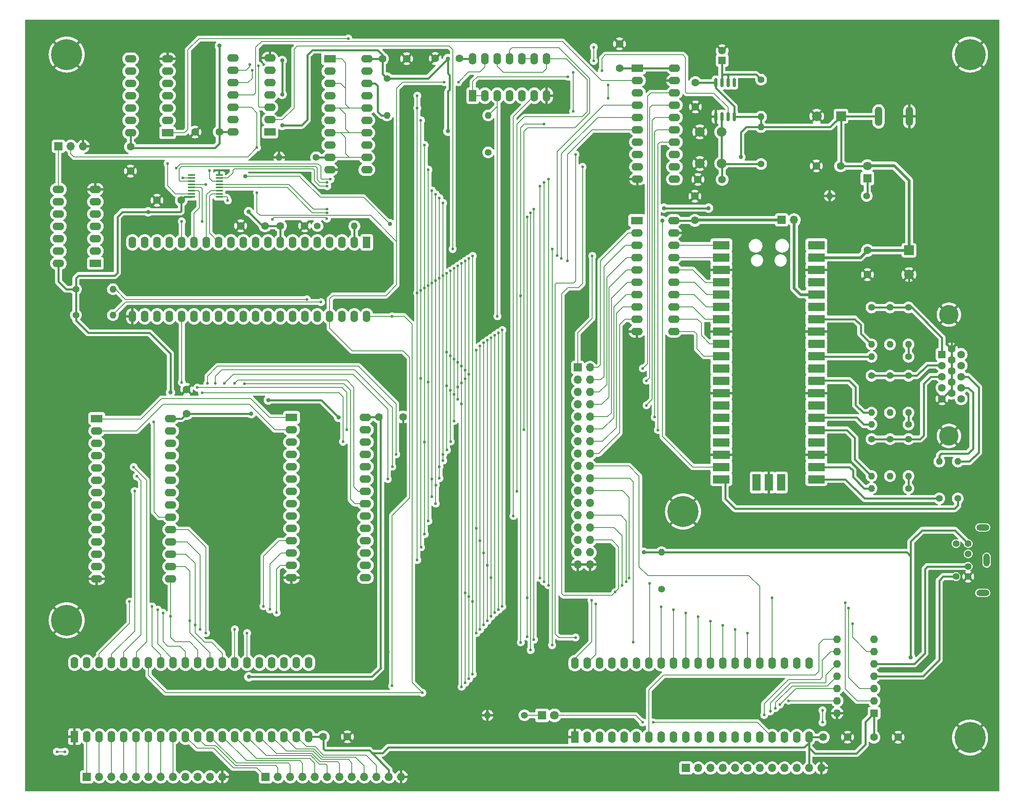
<source format=gtl>
G04 #@! TF.GenerationSoftware,KiCad,Pcbnew,(6.0.6-0)*
G04 #@! TF.CreationDate,2022-10-30T19:45:58+01:00*
G04 #@! TF.ProjectId,nevil_sbc_rev0,6e657669-6c5f-4736-9263-5f726576302e,rev?*
G04 #@! TF.SameCoordinates,Original*
G04 #@! TF.FileFunction,Copper,L1,Top*
G04 #@! TF.FilePolarity,Positive*
%FSLAX46Y46*%
G04 Gerber Fmt 4.6, Leading zero omitted, Abs format (unit mm)*
G04 Created by KiCad (PCBNEW (6.0.6-0)) date 2022-10-30 19:45:58*
%MOMM*%
%LPD*%
G01*
G04 APERTURE LIST*
G04 Aperture macros list*
%AMRoundRect*
0 Rectangle with rounded corners*
0 $1 Rounding radius*
0 $2 $3 $4 $5 $6 $7 $8 $9 X,Y pos of 4 corners*
0 Add a 4 corners polygon primitive as box body*
4,1,4,$2,$3,$4,$5,$6,$7,$8,$9,$2,$3,0*
0 Add four circle primitives for the rounded corners*
1,1,$1+$1,$2,$3*
1,1,$1+$1,$4,$5*
1,1,$1+$1,$6,$7*
1,1,$1+$1,$8,$9*
0 Add four rect primitives between the rounded corners*
20,1,$1+$1,$2,$3,$4,$5,0*
20,1,$1+$1,$4,$5,$6,$7,0*
20,1,$1+$1,$6,$7,$8,$9,0*
20,1,$1+$1,$8,$9,$2,$3,0*%
G04 Aperture macros list end*
G04 #@! TA.AperFunction,ComponentPad*
%ADD10C,6.400000*%
G04 #@! TD*
G04 #@! TA.AperFunction,ComponentPad*
%ADD11C,1.600000*%
G04 #@! TD*
G04 #@! TA.AperFunction,ComponentPad*
%ADD12R,1.600000X1.600000*%
G04 #@! TD*
G04 #@! TA.AperFunction,ComponentPad*
%ADD13R,2.400000X1.600000*%
G04 #@! TD*
G04 #@! TA.AperFunction,ComponentPad*
%ADD14O,2.400000X1.600000*%
G04 #@! TD*
G04 #@! TA.AperFunction,ComponentPad*
%ADD15R,1.600000X2.400000*%
G04 #@! TD*
G04 #@! TA.AperFunction,ComponentPad*
%ADD16O,1.600000X2.400000*%
G04 #@! TD*
G04 #@! TA.AperFunction,ComponentPad*
%ADD17C,2.000000*%
G04 #@! TD*
G04 #@! TA.AperFunction,ComponentPad*
%ADD18C,1.400000*%
G04 #@! TD*
G04 #@! TA.AperFunction,ComponentPad*
%ADD19O,1.400000X1.400000*%
G04 #@! TD*
G04 #@! TA.AperFunction,SMDPad,CuDef*
%ADD20RoundRect,0.150000X0.150000X-0.800000X0.150000X0.800000X-0.150000X0.800000X-0.150000X-0.800000X0*%
G04 #@! TD*
G04 #@! TA.AperFunction,ComponentPad*
%ADD21O,1.700000X1.700000*%
G04 #@! TD*
G04 #@! TA.AperFunction,SMDPad,CuDef*
%ADD22R,3.500000X1.700000*%
G04 #@! TD*
G04 #@! TA.AperFunction,ComponentPad*
%ADD23R,1.700000X1.700000*%
G04 #@! TD*
G04 #@! TA.AperFunction,SMDPad,CuDef*
%ADD24R,1.700000X3.500000*%
G04 #@! TD*
G04 #@! TA.AperFunction,SMDPad,CuDef*
%ADD25RoundRect,0.100000X0.637500X0.100000X-0.637500X0.100000X-0.637500X-0.100000X0.637500X-0.100000X0*%
G04 #@! TD*
G04 #@! TA.AperFunction,ComponentPad*
%ADD26R,2.000000X2.000000*%
G04 #@! TD*
G04 #@! TA.AperFunction,ComponentPad*
%ADD27R,1.800000X1.800000*%
G04 #@! TD*
G04 #@! TA.AperFunction,ComponentPad*
%ADD28C,1.800000*%
G04 #@! TD*
G04 #@! TA.AperFunction,ComponentPad*
%ADD29O,1.600000X1.600000*%
G04 #@! TD*
G04 #@! TA.AperFunction,ComponentPad*
%ADD30O,2.700000X1.300000*%
G04 #@! TD*
G04 #@! TA.AperFunction,ComponentPad*
%ADD31O,1.300000X2.700000*%
G04 #@! TD*
G04 #@! TA.AperFunction,ComponentPad*
%ADD32O,1.500000X4.000000*%
G04 #@! TD*
G04 #@! TA.AperFunction,ComponentPad*
%ADD33C,4.000000*%
G04 #@! TD*
G04 #@! TA.AperFunction,ViaPad*
%ADD34C,0.600000*%
G04 #@! TD*
G04 #@! TA.AperFunction,ViaPad*
%ADD35C,0.900000*%
G04 #@! TD*
G04 #@! TA.AperFunction,Conductor*
%ADD36C,0.400000*%
G04 #@! TD*
G04 #@! TA.AperFunction,Conductor*
%ADD37C,0.600000*%
G04 #@! TD*
G04 #@! TA.AperFunction,Conductor*
%ADD38C,0.200000*%
G04 #@! TD*
G04 #@! TA.AperFunction,Conductor*
%ADD39C,0.127000*%
G04 #@! TD*
G04 #@! TA.AperFunction,Conductor*
%ADD40C,0.150000*%
G04 #@! TD*
G04 APERTURE END LIST*
D10*
X178206400Y-118465600D03*
X237337600Y-24282400D03*
X237337600Y-165049200D03*
D11*
X180746400Y-30062800D03*
X180746400Y-35062800D03*
D12*
X186258200Y-25501600D03*
D11*
X186258200Y-23501600D03*
X92060400Y-59588400D03*
X87060400Y-59588400D03*
D13*
X97536000Y-99060000D03*
D14*
X97536000Y-101600000D03*
X97536000Y-104140000D03*
X97536000Y-106680000D03*
X97536000Y-109220000D03*
X97536000Y-111760000D03*
X97536000Y-114300000D03*
X97536000Y-116840000D03*
X97536000Y-119380000D03*
X97536000Y-121920000D03*
X97536000Y-124460000D03*
X97536000Y-127000000D03*
X97536000Y-129540000D03*
X97536000Y-132080000D03*
X112776000Y-132080000D03*
X112776000Y-129540000D03*
X112776000Y-127000000D03*
X112776000Y-124460000D03*
X112776000Y-121920000D03*
X112776000Y-119380000D03*
X112776000Y-116840000D03*
X112776000Y-114300000D03*
X112776000Y-111760000D03*
X112776000Y-109220000D03*
X112776000Y-106680000D03*
X112776000Y-104140000D03*
X112776000Y-101600000D03*
X112776000Y-99060000D03*
D13*
X168818400Y-27081400D03*
D14*
X168818400Y-29621400D03*
X168818400Y-32161400D03*
X168818400Y-34701400D03*
X168818400Y-37241400D03*
X168818400Y-39781400D03*
X168818400Y-42321400D03*
X168818400Y-44861400D03*
X168818400Y-47401400D03*
X168818400Y-49941400D03*
X176438400Y-49941400D03*
X176438400Y-47401400D03*
X176438400Y-44861400D03*
X176438400Y-42321400D03*
X176438400Y-39781400D03*
X176438400Y-37241400D03*
X176438400Y-34701400D03*
X176438400Y-32161400D03*
X176438400Y-29621400D03*
X176438400Y-27081400D03*
D15*
X155910200Y-164952600D03*
D16*
X158450200Y-164952600D03*
X160990200Y-164952600D03*
X163530200Y-164952600D03*
X166070200Y-164952600D03*
X168610200Y-164952600D03*
X171150200Y-164952600D03*
X173690200Y-164952600D03*
X176230200Y-164952600D03*
X178770200Y-164952600D03*
X181310200Y-164952600D03*
X183850200Y-164952600D03*
X186390200Y-164952600D03*
X188930200Y-164952600D03*
X191470200Y-164952600D03*
X194010200Y-164952600D03*
X196550200Y-164952600D03*
X199090200Y-164952600D03*
X201630200Y-164952600D03*
X204170200Y-164952600D03*
X204170200Y-149712600D03*
X201630200Y-149712600D03*
X199090200Y-149712600D03*
X196550200Y-149712600D03*
X194010200Y-149712600D03*
X191470200Y-149712600D03*
X188930200Y-149712600D03*
X186390200Y-149712600D03*
X183850200Y-149712600D03*
X181310200Y-149712600D03*
X178770200Y-149712600D03*
X176230200Y-149712600D03*
X173690200Y-149712600D03*
X171150200Y-149712600D03*
X168610200Y-149712600D03*
X166070200Y-149712600D03*
X163530200Y-149712600D03*
X160990200Y-149712600D03*
X158450200Y-149712600D03*
X155910200Y-149712600D03*
D13*
X105420000Y-25151000D03*
D14*
X105420000Y-27691000D03*
X105420000Y-30231000D03*
X105420000Y-32771000D03*
X105420000Y-35311000D03*
X105420000Y-37851000D03*
X105420000Y-40391000D03*
X105420000Y-42931000D03*
X105420000Y-45471000D03*
X105420000Y-48011000D03*
X113040000Y-48011000D03*
X113040000Y-45471000D03*
X113040000Y-42931000D03*
X113040000Y-40391000D03*
X113040000Y-37851000D03*
X113040000Y-35311000D03*
X113040000Y-32771000D03*
X113040000Y-30231000D03*
X113040000Y-27691000D03*
X113040000Y-25151000D03*
D15*
X52837000Y-164851000D03*
D16*
X55377000Y-164851000D03*
X57917000Y-164851000D03*
X60457000Y-164851000D03*
X62997000Y-164851000D03*
X65537000Y-164851000D03*
X68077000Y-164851000D03*
X70617000Y-164851000D03*
X73157000Y-164851000D03*
X75697000Y-164851000D03*
X78237000Y-164851000D03*
X80777000Y-164851000D03*
X83317000Y-164851000D03*
X85857000Y-164851000D03*
X88397000Y-164851000D03*
X90937000Y-164851000D03*
X93477000Y-164851000D03*
X96017000Y-164851000D03*
X98557000Y-164851000D03*
X101097000Y-164851000D03*
X101097000Y-149611000D03*
X98557000Y-149611000D03*
X96017000Y-149611000D03*
X93477000Y-149611000D03*
X90937000Y-149611000D03*
X88397000Y-149611000D03*
X85857000Y-149611000D03*
X83317000Y-149611000D03*
X80777000Y-149611000D03*
X78237000Y-149611000D03*
X75697000Y-149611000D03*
X73157000Y-149611000D03*
X70617000Y-149611000D03*
X68077000Y-149611000D03*
X65537000Y-149611000D03*
X62997000Y-149611000D03*
X60457000Y-149611000D03*
X57917000Y-149611000D03*
X55377000Y-149611000D03*
X52837000Y-149611000D03*
D17*
X181671400Y-40234800D03*
X181671400Y-46734800D03*
X186171400Y-46734800D03*
X186171400Y-40234800D03*
D18*
X194284600Y-46837600D03*
D19*
X194284600Y-39217600D03*
D18*
X224663000Y-113690400D03*
D19*
X217043000Y-113690400D03*
D11*
X64363600Y-43296200D03*
X64363600Y-48296200D03*
X75920600Y-98283400D03*
X75920600Y-93283400D03*
D18*
X220853000Y-103530400D03*
D19*
X220853000Y-111150400D03*
D18*
X194284600Y-29464000D03*
D19*
X194284600Y-37084000D03*
D11*
X74813800Y-54305200D03*
X69813800Y-54305200D03*
D18*
X117195600Y-29184600D03*
D19*
X117195600Y-36804600D03*
D18*
X234823000Y-115773200D03*
D19*
X234823000Y-108153200D03*
D11*
X82662400Y-40233600D03*
X77662400Y-40233600D03*
D20*
X184937400Y-37078800D03*
X186207400Y-37078800D03*
X187477400Y-37078800D03*
X188747400Y-37078800D03*
X188747400Y-30078800D03*
X187477400Y-30078800D03*
X186207400Y-30078800D03*
X184937400Y-30078800D03*
D18*
X220853000Y-90473200D03*
D19*
X220853000Y-98093200D03*
D18*
X224663000Y-76403200D03*
D19*
X224663000Y-84023200D03*
D18*
X102616000Y-45466000D03*
D19*
X94996000Y-45466000D03*
D13*
X57409000Y-99299000D03*
D14*
X57409000Y-101839000D03*
X57409000Y-104379000D03*
X57409000Y-106919000D03*
X57409000Y-109459000D03*
X57409000Y-111999000D03*
X57409000Y-114539000D03*
X57409000Y-117079000D03*
X57409000Y-119619000D03*
X57409000Y-122159000D03*
X57409000Y-124699000D03*
X57409000Y-127239000D03*
X57409000Y-129779000D03*
X57409000Y-132319000D03*
X72649000Y-132319000D03*
X72649000Y-129779000D03*
X72649000Y-127239000D03*
X72649000Y-124699000D03*
X72649000Y-122159000D03*
X72649000Y-119619000D03*
X72649000Y-117079000D03*
X72649000Y-114539000D03*
X72649000Y-111999000D03*
X72649000Y-109459000D03*
X72649000Y-106919000D03*
X72649000Y-104379000D03*
X72649000Y-101839000D03*
X72649000Y-99299000D03*
D10*
X51206400Y-140868400D03*
D18*
X53111400Y-77978000D03*
D19*
X60731400Y-77978000D03*
D11*
X207100800Y-164947600D03*
X212100800Y-164947600D03*
D13*
X93081000Y-40264000D03*
D14*
X93081000Y-37724000D03*
X93081000Y-35184000D03*
X93081000Y-32644000D03*
X93081000Y-30104000D03*
X93081000Y-27564000D03*
X93081000Y-25024000D03*
X85461000Y-25024000D03*
X85461000Y-27564000D03*
X85461000Y-30104000D03*
X85461000Y-32644000D03*
X85461000Y-35184000D03*
X85461000Y-37724000D03*
X85461000Y-40264000D03*
D10*
X51206400Y-24282400D03*
D21*
X186994800Y-63550800D03*
D22*
X186094800Y-63550800D03*
D21*
X186994800Y-66090800D03*
D22*
X186094800Y-66090800D03*
X186094800Y-68630800D03*
D23*
X186994800Y-68630800D03*
D21*
X186994800Y-71170800D03*
D22*
X186094800Y-71170800D03*
X186094800Y-73710800D03*
D21*
X186994800Y-73710800D03*
X186994800Y-76250800D03*
D22*
X186094800Y-76250800D03*
X186094800Y-78790800D03*
D21*
X186994800Y-78790800D03*
D22*
X186094800Y-81330800D03*
D23*
X186994800Y-81330800D03*
D21*
X186994800Y-83870800D03*
D22*
X186094800Y-83870800D03*
X186094800Y-86410800D03*
D21*
X186994800Y-86410800D03*
D22*
X186094800Y-88950800D03*
D21*
X186994800Y-88950800D03*
D22*
X186094800Y-91490800D03*
D21*
X186994800Y-91490800D03*
D22*
X186094800Y-94030800D03*
D23*
X186994800Y-94030800D03*
D22*
X186094800Y-96570800D03*
D21*
X186994800Y-96570800D03*
D22*
X186094800Y-99110800D03*
D21*
X186994800Y-99110800D03*
X186994800Y-101650800D03*
D22*
X186094800Y-101650800D03*
X186094800Y-104190800D03*
D21*
X186994800Y-104190800D03*
D22*
X186094800Y-106730800D03*
D23*
X186994800Y-106730800D03*
D21*
X186994800Y-109270800D03*
D22*
X186094800Y-109270800D03*
X186094800Y-111810800D03*
D21*
X186994800Y-111810800D03*
X204774800Y-111810800D03*
D22*
X205674800Y-111810800D03*
D21*
X204774800Y-109270800D03*
D22*
X205674800Y-109270800D03*
D23*
X204774800Y-106730800D03*
D22*
X205674800Y-106730800D03*
D21*
X204774800Y-104190800D03*
D22*
X205674800Y-104190800D03*
X205674800Y-101650800D03*
D21*
X204774800Y-101650800D03*
X204774800Y-99110800D03*
D22*
X205674800Y-99110800D03*
X205674800Y-96570800D03*
D21*
X204774800Y-96570800D03*
D22*
X205674800Y-94030800D03*
D23*
X204774800Y-94030800D03*
D22*
X205674800Y-91490800D03*
D21*
X204774800Y-91490800D03*
X204774800Y-88950800D03*
D22*
X205674800Y-88950800D03*
D21*
X204774800Y-86410800D03*
D22*
X205674800Y-86410800D03*
X205674800Y-83870800D03*
D21*
X204774800Y-83870800D03*
D23*
X204774800Y-81330800D03*
D22*
X205674800Y-81330800D03*
D21*
X204774800Y-78790800D03*
D22*
X205674800Y-78790800D03*
X205674800Y-76250800D03*
D21*
X204774800Y-76250800D03*
X204774800Y-73710800D03*
D22*
X205674800Y-73710800D03*
X205674800Y-71170800D03*
D21*
X204774800Y-71170800D03*
D22*
X205674800Y-68630800D03*
D23*
X204774800Y-68630800D03*
D21*
X204774800Y-66090800D03*
D22*
X205674800Y-66090800D03*
D21*
X204774800Y-63550800D03*
D22*
X205674800Y-63550800D03*
D21*
X193344800Y-111580800D03*
D24*
X193344800Y-112480800D03*
D23*
X195884800Y-111580800D03*
D24*
X195884800Y-112480800D03*
X198424800Y-112480800D03*
D21*
X198424800Y-111580800D03*
D25*
X82669300Y-53633800D03*
X82669300Y-52983800D03*
X82669300Y-52333800D03*
X82669300Y-51683800D03*
X82669300Y-51033800D03*
X82669300Y-50383800D03*
X82669300Y-49733800D03*
X82669300Y-49083800D03*
X76944300Y-49083800D03*
X76944300Y-49733800D03*
X76944300Y-50383800D03*
X76944300Y-51033800D03*
X76944300Y-51683800D03*
X76944300Y-52333800D03*
X76944300Y-52983800D03*
X76944300Y-53633800D03*
D26*
X224764600Y-64637523D03*
D17*
X224764600Y-69637523D03*
D27*
X216179400Y-49809400D03*
D28*
X216179400Y-47269400D03*
D23*
X156514800Y-88773000D03*
D21*
X159054800Y-88773000D03*
X156514800Y-91313000D03*
X159054800Y-91313000D03*
X156514800Y-93853000D03*
X159054800Y-93853000D03*
X156514800Y-96393000D03*
X159054800Y-96393000D03*
X156514800Y-98933000D03*
X159054800Y-98933000D03*
X156514800Y-101473000D03*
X159054800Y-101473000D03*
X156514800Y-104013000D03*
X159054800Y-104013000D03*
X156514800Y-106553000D03*
X159054800Y-106553000D03*
X156514800Y-109093000D03*
X159054800Y-109093000D03*
X156514800Y-111633000D03*
X159054800Y-111633000D03*
X156514800Y-114173000D03*
X159054800Y-114173000D03*
X156514800Y-116713000D03*
X159054800Y-116713000D03*
X156514800Y-119253000D03*
X159054800Y-119253000D03*
X156514800Y-121793000D03*
X159054800Y-121793000D03*
X156514800Y-124333000D03*
X159054800Y-124333000D03*
X156514800Y-126873000D03*
X159054800Y-126873000D03*
X156514800Y-129413000D03*
X159054800Y-129413000D03*
D12*
X217566400Y-159999600D03*
D29*
X217566400Y-157459600D03*
X217566400Y-154919600D03*
X217566400Y-152379600D03*
X217566400Y-149839600D03*
X217566400Y-147299600D03*
X217566400Y-144759600D03*
X209946400Y-144759600D03*
X209946400Y-147299600D03*
X209946400Y-149839600D03*
X209946400Y-152379600D03*
X209946400Y-154919600D03*
X209946400Y-157459600D03*
X209946400Y-159999600D03*
D26*
X210749277Y-36982400D03*
D17*
X205749277Y-36982400D03*
D11*
X217540200Y-164973000D03*
X222540200Y-164973000D03*
D15*
X134869000Y-32756000D03*
D16*
X137409000Y-32756000D03*
X139949000Y-32756000D03*
X142489000Y-32756000D03*
X145029000Y-32756000D03*
X147569000Y-32756000D03*
X150109000Y-32756000D03*
X150109000Y-25136000D03*
X147569000Y-25136000D03*
X145029000Y-25136000D03*
X142489000Y-25136000D03*
X139949000Y-25136000D03*
X137409000Y-25136000D03*
X134869000Y-25136000D03*
D18*
X173761400Y-134493000D03*
D19*
X173761400Y-126873000D03*
D23*
X92197000Y-173126400D03*
D21*
X94737000Y-173126400D03*
X97277000Y-173126400D03*
X99817000Y-173126400D03*
X102357000Y-173126400D03*
X104897000Y-173126400D03*
X107437000Y-173126400D03*
X109977000Y-173126400D03*
X112517000Y-173126400D03*
X115057000Y-173126400D03*
X117597000Y-173126400D03*
X120137000Y-173126400D03*
D18*
X224663000Y-103530400D03*
D19*
X224663000Y-111150400D03*
D18*
X236953800Y-129773200D03*
X236953800Y-127173200D03*
X236953800Y-131873200D03*
X236953800Y-125073200D03*
X234453800Y-131873200D03*
X234453800Y-125073200D03*
D30*
X239953800Y-121723200D03*
D31*
X240753800Y-128473200D03*
D30*
X239953800Y-135223200D03*
D18*
X231013000Y-115773200D03*
D19*
X231013000Y-108153200D03*
D18*
X224663000Y-86563200D03*
D19*
X217043000Y-86563200D03*
D18*
X217043000Y-76403200D03*
D19*
X217043000Y-84023200D03*
D18*
X224663000Y-100533200D03*
D19*
X217043000Y-100533200D03*
D18*
X224663000Y-90473200D03*
D19*
X224663000Y-98093200D03*
D13*
X57130000Y-67320000D03*
D14*
X57130000Y-64780000D03*
X57130000Y-62240000D03*
X57130000Y-59700000D03*
X57130000Y-57160000D03*
X57130000Y-54620000D03*
X57130000Y-52080000D03*
X49510000Y-52080000D03*
X49510000Y-54620000D03*
X49510000Y-57160000D03*
X49510000Y-59700000D03*
X49510000Y-62240000D03*
X49510000Y-64780000D03*
X49510000Y-67320000D03*
D32*
X218502800Y-37033200D03*
X224852800Y-37033200D03*
D18*
X217043000Y-103530400D03*
D19*
X217043000Y-111150400D03*
D18*
X138074400Y-44450000D03*
D19*
X138074400Y-36830000D03*
D18*
X102870000Y-59613800D03*
D19*
X110490000Y-59613800D03*
D13*
X168666000Y-58475800D03*
D14*
X168666000Y-61015800D03*
X168666000Y-63555800D03*
X168666000Y-66095800D03*
X168666000Y-68635800D03*
X168666000Y-71175800D03*
X168666000Y-73715800D03*
X168666000Y-76255800D03*
X168666000Y-78795800D03*
X168666000Y-81335800D03*
X176286000Y-81335800D03*
X176286000Y-78795800D03*
X176286000Y-76255800D03*
X176286000Y-73715800D03*
X176286000Y-71175800D03*
X176286000Y-68635800D03*
X176286000Y-66095800D03*
X176286000Y-63555800D03*
X176286000Y-61015800D03*
X176286000Y-58475800D03*
D23*
X198546800Y-58369200D03*
D21*
X201086800Y-58369200D03*
D11*
X95239200Y-59588400D03*
X100239200Y-59588400D03*
D33*
X232982669Y-77888200D03*
X232982669Y-102888200D03*
D12*
X231562669Y-86073200D03*
D11*
X231562669Y-88363200D03*
X231562669Y-90653200D03*
X231562669Y-92943200D03*
X231562669Y-95233200D03*
X233542669Y-84928200D03*
X233542669Y-87218200D03*
X233542669Y-89508200D03*
X233542669Y-91798200D03*
X233542669Y-94088200D03*
X235522669Y-86073200D03*
X235522669Y-88363200D03*
X235522669Y-90653200D03*
X235522669Y-92943200D03*
X235522669Y-95233200D03*
D18*
X216052400Y-53390800D03*
D19*
X208432400Y-53390800D03*
D11*
X165125400Y-27087200D03*
X165125400Y-22087200D03*
D18*
X220853000Y-76403200D03*
D19*
X220853000Y-84023200D03*
D23*
X49520000Y-43185000D03*
D21*
X52060000Y-43185000D03*
X54600000Y-43185000D03*
D27*
X149169200Y-160477200D03*
D28*
X151709200Y-160477200D03*
D11*
X180644800Y-58456200D03*
X180644800Y-53456200D03*
X210678400Y-47244000D03*
X205678400Y-47244000D03*
D23*
X178816000Y-171323000D03*
D21*
X181356000Y-171323000D03*
X183896000Y-171323000D03*
X186436000Y-171323000D03*
X188976000Y-171323000D03*
X191516000Y-171323000D03*
X194056000Y-171323000D03*
X196596000Y-171323000D03*
X199136000Y-171323000D03*
X201676000Y-171323000D03*
X204216000Y-171323000D03*
X206756000Y-171323000D03*
D11*
X186269000Y-50038000D03*
X181269000Y-50038000D03*
D15*
X113025000Y-62987000D03*
D16*
X110485000Y-62987000D03*
X107945000Y-62987000D03*
X105405000Y-62987000D03*
X102865000Y-62987000D03*
X100325000Y-62987000D03*
X97785000Y-62987000D03*
X95245000Y-62987000D03*
X92705000Y-62987000D03*
X90165000Y-62987000D03*
X87625000Y-62987000D03*
X85085000Y-62987000D03*
X82545000Y-62987000D03*
X80005000Y-62987000D03*
X77465000Y-62987000D03*
X74925000Y-62987000D03*
X72385000Y-62987000D03*
X69845000Y-62987000D03*
X67305000Y-62987000D03*
X64765000Y-62987000D03*
X64765000Y-78227000D03*
X67305000Y-78227000D03*
X69845000Y-78227000D03*
X72385000Y-78227000D03*
X74925000Y-78227000D03*
X77465000Y-78227000D03*
X80005000Y-78227000D03*
X82545000Y-78227000D03*
X85085000Y-78227000D03*
X87625000Y-78227000D03*
X90165000Y-78227000D03*
X92705000Y-78227000D03*
X95245000Y-78227000D03*
X97785000Y-78227000D03*
X100325000Y-78227000D03*
X102865000Y-78227000D03*
X105405000Y-78227000D03*
X107945000Y-78227000D03*
X110485000Y-78227000D03*
X113025000Y-78227000D03*
D11*
X115508400Y-98983800D03*
X120508400Y-98983800D03*
X216204800Y-64632200D03*
X216204800Y-69632200D03*
D13*
X71999000Y-40391000D03*
D14*
X71999000Y-37851000D03*
X71999000Y-35311000D03*
X71999000Y-32771000D03*
X71999000Y-30231000D03*
X71999000Y-27691000D03*
X71999000Y-25151000D03*
X64379000Y-25151000D03*
X64379000Y-27691000D03*
X64379000Y-30231000D03*
X64379000Y-32771000D03*
X64379000Y-35311000D03*
X64379000Y-37851000D03*
X64379000Y-40391000D03*
D18*
X145542000Y-160451800D03*
D19*
X137922000Y-160451800D03*
D23*
X55362000Y-173126400D03*
D21*
X57902000Y-173126400D03*
X60442000Y-173126400D03*
X62982000Y-173126400D03*
X65522000Y-173126400D03*
X68062000Y-173126400D03*
X70602000Y-173126400D03*
X73142000Y-173126400D03*
X75682000Y-173126400D03*
X78222000Y-173126400D03*
X80762000Y-173126400D03*
X83302000Y-173126400D03*
D11*
X116270400Y-25146000D03*
X121270400Y-25146000D03*
D18*
X53111400Y-72644000D03*
D19*
X60731400Y-72644000D03*
D18*
X217043000Y-90473200D03*
D19*
X217043000Y-98093200D03*
D11*
X132141600Y-25095200D03*
X127141600Y-25095200D03*
X104053000Y-164871400D03*
X109053000Y-164871400D03*
D34*
X92049600Y-112064800D03*
X82245200Y-112115600D03*
X82245200Y-122783600D03*
X91897200Y-122783600D03*
X92049600Y-104089200D03*
X56794400Y-96621600D03*
X60553600Y-96621600D03*
X56896000Y-83362800D03*
X64770000Y-83362800D03*
X122021600Y-76708000D03*
X115671600Y-76809600D03*
X122021600Y-75285600D03*
X115671600Y-75285600D03*
X122224800Y-59385200D03*
X120345200Y-59385200D03*
X137922000Y-53238400D03*
X133045200Y-53238400D03*
X128117600Y-45720000D03*
X133045200Y-45720000D03*
X157530800Y-74371200D03*
X154787600Y-74422000D03*
X163576000Y-130657600D03*
X161696400Y-130606800D03*
X163474400Y-128270000D03*
X161696400Y-128270000D03*
D35*
X107238800Y-99060000D03*
X72593200Y-93903800D03*
X129743200Y-40081200D03*
X170154600Y-126873000D03*
X88696800Y-56642000D03*
X174269400Y-55930800D03*
X82677000Y-22479000D03*
X67995800Y-56692800D03*
X89230200Y-98298000D03*
X88747600Y-152527000D03*
X129717800Y-25120600D03*
X225120200Y-148488400D03*
X95605600Y-32486600D03*
X183464200Y-55930800D03*
X92760800Y-95478600D03*
X190119000Y-45389800D03*
X95605600Y-25501600D03*
X95605600Y-38887400D03*
X154228800Y-33807400D03*
X154279600Y-30607000D03*
X149021800Y-35458400D03*
D34*
X84251800Y-48310800D03*
X171907200Y-29464000D03*
D35*
X116535200Y-153111200D03*
X139877800Y-30124400D03*
X110998000Y-148590000D03*
X110998000Y-147370800D03*
X117271800Y-147370800D03*
X137033000Y-30099000D03*
D34*
X169887900Y-161912300D03*
X172110400Y-161925000D03*
X90424000Y-43434000D03*
X90424000Y-52781200D03*
X131927600Y-29972000D03*
X118262400Y-154330400D03*
X129032000Y-29972000D03*
X159512000Y-65786000D03*
X134874000Y-137033000D03*
X152298400Y-65735200D03*
X134874000Y-65786000D03*
X134874000Y-151993600D03*
X64160400Y-137033000D03*
X173685200Y-138074400D03*
X68834000Y-138023600D03*
X140970000Y-81051400D03*
X140970000Y-138049000D03*
X91744800Y-137972800D03*
X65227200Y-114249200D03*
X153162000Y-66294000D03*
X134112000Y-90170000D03*
X134112000Y-66294000D03*
X134112000Y-136017000D03*
X134112000Y-152908000D03*
X176225200Y-138684000D03*
X140182600Y-81584800D03*
X70002400Y-138684000D03*
X140208000Y-138684000D03*
X93065600Y-138633200D03*
X133350000Y-135255000D03*
X133350000Y-153771600D03*
X133350000Y-66802000D03*
X65659000Y-111201200D03*
X154432000Y-66802000D03*
X133350000Y-91109800D03*
X133350000Y-89306400D03*
X139446000Y-82118200D03*
X71069200Y-139344400D03*
X139446000Y-139319000D03*
X94488000Y-139293600D03*
X178765200Y-139344400D03*
X132588000Y-88493600D03*
X132588000Y-96266000D03*
X132588000Y-67310000D03*
X132588000Y-91948000D03*
X132588000Y-154584400D03*
X65024000Y-109296200D03*
X72644000Y-140055600D03*
X181305200Y-140106400D03*
X138684000Y-132080000D03*
X138684000Y-140081000D03*
X138684000Y-82651600D03*
X131826000Y-67818000D03*
X131826000Y-95377000D03*
X131826000Y-92811600D03*
X131800600Y-87757000D03*
X183845200Y-141020800D03*
X137922000Y-140970000D03*
X137922000Y-83159600D03*
X76606400Y-140970000D03*
X137922000Y-129540000D03*
X131064000Y-99796600D03*
X131064000Y-94361000D03*
X131064000Y-68326000D03*
X131064000Y-87020400D03*
X137160000Y-141859000D03*
X137160000Y-83693000D03*
X77673200Y-141833600D03*
X137160000Y-127000000D03*
X186385200Y-141884400D03*
X130302000Y-68834000D03*
X130302000Y-93472000D03*
X130302000Y-86360000D03*
X130327400Y-104038400D03*
X188925200Y-142748000D03*
X136398000Y-84328000D03*
X78740000Y-142748000D03*
X85852000Y-142748000D03*
X136398000Y-142748000D03*
X136398000Y-124460000D03*
X79095600Y-58674000D03*
X129540000Y-85598000D03*
X129540000Y-69342000D03*
X74925000Y-58669000D03*
X129540000Y-92583000D03*
X129565400Y-105791000D03*
X79908400Y-143510000D03*
X135636000Y-85217000D03*
X135636000Y-143510000D03*
X88392000Y-143510000D03*
X135636000Y-121920000D03*
X191465200Y-143510000D03*
X128778000Y-54864000D03*
X119100600Y-106680000D03*
X128778000Y-107950000D03*
X128778000Y-106680000D03*
X128778000Y-69850000D03*
X80213200Y-92049600D03*
X81838800Y-92049600D03*
X128016000Y-70358000D03*
X128016000Y-53848000D03*
X128016000Y-111607600D03*
X128016000Y-109220000D03*
X118287800Y-109220000D03*
X144780000Y-74041000D03*
X144780000Y-145440400D03*
X149606000Y-38608000D03*
X167919400Y-145389600D03*
X127254000Y-53086000D03*
X127254000Y-116840000D03*
X127279400Y-113004600D03*
X87884000Y-92100400D03*
X127254000Y-70866000D03*
X148691600Y-51409600D03*
X104902000Y-51409600D03*
X148691600Y-132130800D03*
X167132000Y-132130800D03*
X117373400Y-111760000D03*
X126492000Y-71374000D03*
X83718400Y-92049600D03*
X126492000Y-115392200D03*
X126492000Y-111760000D03*
X126492000Y-52324000D03*
X118262400Y-78232000D03*
X139954000Y-78232000D03*
X124510800Y-155803600D03*
X171297600Y-133248400D03*
X125730000Y-120421400D03*
X125730000Y-48006000D03*
X125730000Y-91821000D03*
X125730000Y-71882000D03*
X166497000Y-132892800D03*
X149555200Y-50596800D03*
X149555200Y-132918200D03*
X104902000Y-50596800D03*
X124968000Y-72390000D03*
X124968000Y-123139200D03*
X108153200Y-104089200D03*
X79095600Y-93980000D03*
X124968000Y-42926000D03*
X124968000Y-104140000D03*
X75133200Y-49733200D03*
X73812400Y-47650400D03*
X150469600Y-49987200D03*
X150469600Y-133654800D03*
X165658800Y-133654800D03*
X105562400Y-49987200D03*
X124206000Y-72898000D03*
X124206000Y-91059000D03*
X124206000Y-37846000D03*
X124231400Y-125806200D03*
X50825400Y-167944800D03*
X49199800Y-167944800D03*
X100711000Y-74726800D03*
X103632000Y-75311000D03*
X154482800Y-28854400D03*
X161493200Y-27635200D03*
X109245400Y-20980400D03*
X72009000Y-46736000D03*
X123444000Y-32766000D03*
X123444000Y-128447800D03*
X123444000Y-73406000D03*
X74930000Y-91846400D03*
X69138800Y-100025200D03*
X123444000Y-35306000D03*
X143256000Y-119380000D03*
X144018000Y-114300000D03*
X85801200Y-92049600D03*
X78130400Y-92913200D03*
X108966000Y-101600000D03*
X145415000Y-101600000D03*
D35*
X117805200Y-59156600D03*
X87985600Y-49377600D03*
D34*
X146100800Y-136194800D03*
X93624400Y-58216800D03*
X146100800Y-57708800D03*
X196550200Y-136250600D03*
X146100800Y-144272000D03*
X104800400Y-58115200D03*
X80619600Y-48158400D03*
X84404200Y-54356000D03*
X79857600Y-51028600D03*
X146812000Y-147015200D03*
X146812000Y-56896000D03*
X104851200Y-56896000D03*
X147472400Y-144881600D03*
X104902000Y-56134000D03*
X147472400Y-56134000D03*
X156057600Y-144424400D03*
X156057600Y-44856400D03*
X162763200Y-33274000D03*
X162763200Y-30581600D03*
X151231600Y-64363600D03*
X151231600Y-145999200D03*
X130759200Y-64363600D03*
X90741500Y-26555700D03*
X88950800Y-26365200D03*
X155575000Y-27940000D03*
X164236400Y-135077200D03*
X159816800Y-25603200D03*
X155575000Y-35966400D03*
X159816800Y-22758400D03*
X157505400Y-47421800D03*
X89433400Y-27559000D03*
X211607400Y-137210800D03*
X159359600Y-136779000D03*
X160274000Y-137515600D03*
X212344000Y-138379200D03*
X206959200Y-161925000D03*
X206959200Y-159410400D03*
X213156800Y-141528800D03*
X194945000Y-160401000D03*
X196189600Y-159639000D03*
X197231000Y-158978600D03*
X198145400Y-158242000D03*
X199969200Y-157459600D03*
D35*
X173939200Y-58470800D03*
D34*
X173024800Y-101650800D03*
X172364400Y-99009200D03*
X170688000Y-96570800D03*
X170688000Y-91490800D03*
X169926000Y-88950800D03*
D36*
X204170200Y-166111000D02*
X203200000Y-167081200D01*
X117195600Y-29184600D02*
X116270400Y-28259400D01*
X204170200Y-164952600D02*
X204170200Y-171277200D01*
X101777800Y-23368000D02*
X100787200Y-24358600D01*
X64363600Y-43296200D02*
X64363600Y-40406400D01*
X64552200Y-43484800D02*
X64363600Y-43296200D01*
X62712600Y-56692800D02*
X67995800Y-56692800D01*
D37*
X216210123Y-64637523D02*
X216204800Y-64632200D01*
D36*
X51079400Y-72644000D02*
X53111400Y-72644000D01*
X132182400Y-25136000D02*
X132141600Y-25095200D01*
D37*
X214746200Y-66090800D02*
X216204800Y-64632200D01*
D36*
X55676800Y-81635600D02*
X53111400Y-79070200D01*
X204170200Y-167162400D02*
X205333600Y-168325800D01*
X116270400Y-25146000D02*
X113045000Y-25146000D01*
X89230200Y-98298000D02*
X75935200Y-98298000D01*
X101097000Y-164851000D02*
X101117400Y-164871400D01*
X75499800Y-53633800D02*
X76944300Y-53633800D01*
X213918800Y-168325800D02*
X215747600Y-166497000D01*
X114122200Y-152527000D02*
X88747600Y-152527000D01*
X207095800Y-164952600D02*
X207100800Y-164947600D01*
X68275200Y-81635600D02*
X55676800Y-81635600D01*
X191185800Y-39217600D02*
X190119000Y-40284400D01*
X82662400Y-40233600D02*
X82662400Y-42559600D01*
D37*
X204774800Y-66090800D02*
X214746200Y-66090800D01*
D36*
X82662400Y-40233600D02*
X82662400Y-22493600D01*
X173761400Y-126873000D02*
X170154600Y-126873000D01*
X225120200Y-127660400D02*
X225120200Y-148488400D01*
D37*
X216281000Y-47167800D02*
X216179400Y-47269400D01*
D36*
X173761400Y-126873000D02*
X224332800Y-126873000D01*
X115508400Y-98983800D02*
X115900200Y-99375600D01*
X129743200Y-31851600D02*
X129743200Y-40081200D01*
X72593200Y-85953600D02*
X68275200Y-81635600D01*
X227457000Y-122326400D02*
X225120200Y-124663200D01*
X112776000Y-99060000D02*
X112852200Y-98983800D01*
X104457500Y-167678100D02*
X113601500Y-167678100D01*
X82662400Y-42559600D02*
X81737200Y-43484800D01*
X194284600Y-37084000D02*
X194279400Y-37078800D01*
X236953800Y-125073200D02*
X234207000Y-122326400D01*
X117597000Y-173126400D02*
X117597000Y-171673600D01*
X194284600Y-39217600D02*
X208514077Y-39217600D01*
X88696800Y-56743600D02*
X91541600Y-59588400D01*
X72593200Y-93903800D02*
X72593200Y-85953600D01*
X49510000Y-71074600D02*
X51079400Y-72644000D01*
X115951000Y-150698200D02*
X114122200Y-152527000D01*
X115900200Y-150647400D02*
X115951000Y-150698200D01*
X115900200Y-99375600D02*
X115900200Y-150647400D01*
X215747600Y-161818400D02*
X217566400Y-159999600D01*
X74813800Y-54305200D02*
X74828400Y-54305200D01*
X208514077Y-39217600D02*
X210749277Y-36982400D01*
X194279400Y-37078800D02*
X188747400Y-37078800D01*
X210800077Y-37033200D02*
X210749277Y-36982400D01*
X92060400Y-59588400D02*
X95239200Y-59588400D01*
X113045000Y-25146000D02*
X113040000Y-25151000D01*
D37*
X221716600Y-47167800D02*
X216281000Y-47167800D01*
D36*
X61645800Y-69265800D02*
X61645800Y-57759600D01*
X100787200Y-24358600D02*
X100787200Y-37719000D01*
X72649000Y-99299000D02*
X74905000Y-99299000D01*
X183464200Y-55930800D02*
X174269400Y-55930800D01*
X74828400Y-54305200D02*
X75499800Y-53633800D01*
X95605600Y-38887400D02*
X99618800Y-38887400D01*
X203200000Y-167081200D02*
X117449600Y-167081200D01*
X125653800Y-29184600D02*
X129717800Y-25120600D01*
X88696800Y-56642000D02*
X88696800Y-56743600D01*
X75935200Y-98298000D02*
X75920600Y-98283400D01*
X104063800Y-167284400D02*
X104457500Y-167678100D01*
X95605600Y-25501600D02*
X95605600Y-32486600D01*
X134869000Y-25136000D02*
X132182400Y-25136000D01*
X49510000Y-67320000D02*
X49510000Y-71074600D01*
X184937400Y-31191200D02*
X188747400Y-35001200D01*
X210703800Y-47269400D02*
X210678400Y-47244000D01*
X225120200Y-124663200D02*
X225120200Y-127660400D01*
X114198400Y-168275000D02*
X116255800Y-168275000D01*
X104063800Y-164882200D02*
X104063800Y-167284400D01*
X95239200Y-62981200D02*
X95245000Y-62987000D01*
X116270400Y-24373200D02*
X115265200Y-23368000D01*
X53111400Y-77978000D02*
X53111400Y-72644000D01*
X115265200Y-23368000D02*
X101777800Y-23368000D01*
X95239200Y-59588400D02*
X95239200Y-62981200D01*
X74676000Y-56692800D02*
X74813800Y-56555000D01*
X53111400Y-79070200D02*
X53111400Y-77978000D01*
X112852200Y-98983800D02*
X115508400Y-98983800D01*
X184937400Y-30078800D02*
X184937400Y-31191200D01*
X81737200Y-43484800D02*
X64552200Y-43484800D01*
X103657400Y-95478600D02*
X92760800Y-95478600D01*
X129717800Y-28143200D02*
X130124200Y-28549600D01*
X204170200Y-171277200D02*
X204216000Y-171323000D01*
X82662400Y-22493600D02*
X82677000Y-22479000D01*
X216179400Y-47269400D02*
X210703800Y-47269400D01*
X234207000Y-122326400D02*
X227457000Y-122326400D01*
X184937400Y-30078800D02*
X180762400Y-30078800D01*
X129717800Y-25120600D02*
X129717800Y-28143200D01*
X53111400Y-70383400D02*
X53670200Y-69824600D01*
X210749277Y-36982400D02*
X210749277Y-47173123D01*
X116270400Y-25146000D02*
X116270400Y-24373200D01*
X82662400Y-40233600D02*
X85430600Y-40233600D01*
X218502800Y-37033200D02*
X210800077Y-37033200D01*
X205333600Y-168325800D02*
X213918800Y-168325800D01*
X61645800Y-57759600D02*
X62712600Y-56692800D01*
X194284600Y-37084000D02*
X194284600Y-39217600D01*
X210749277Y-47173123D02*
X210678400Y-47244000D01*
X61087000Y-69824600D02*
X61645800Y-69265800D01*
X53111400Y-72644000D02*
X53111400Y-70383400D01*
X130124200Y-28549600D02*
X130124200Y-31470600D01*
X53670200Y-69824600D02*
X61087000Y-69824600D01*
X101117400Y-164871400D02*
X104053000Y-164871400D01*
X180762400Y-30078800D02*
X180746400Y-30062800D01*
X204170200Y-164952600D02*
X204170200Y-166111000D01*
X107238800Y-99060000D02*
X103657400Y-95478600D01*
X130124200Y-31470600D02*
X129743200Y-31851600D01*
X217566400Y-164946800D02*
X217540200Y-164973000D01*
D37*
X224764600Y-50215800D02*
X221716600Y-47167800D01*
D36*
X91541600Y-59588400D02*
X92060400Y-59588400D01*
X204170200Y-164952600D02*
X207095800Y-164952600D01*
X117597000Y-171673600D02*
X114198400Y-168275000D01*
X114198400Y-168275000D02*
X113601500Y-167678100D01*
X74813800Y-56555000D02*
X74813800Y-54305200D01*
X224332800Y-126873000D02*
X225120200Y-127660400D01*
X74905000Y-99299000D02*
X75920600Y-98283400D01*
X215747600Y-166497000D02*
X215747600Y-161818400D01*
X217566400Y-159999600D02*
X217566400Y-164946800D01*
X188747400Y-35001200D02*
X188747400Y-37078800D01*
X194284600Y-39217600D02*
X191185800Y-39217600D01*
X64363600Y-40406400D02*
X64379000Y-40391000D01*
X117195600Y-29184600D02*
X125653800Y-29184600D01*
D37*
X224764600Y-64637523D02*
X216210123Y-64637523D01*
D36*
X116270400Y-28259400D02*
X116270400Y-25146000D01*
D37*
X224764600Y-64637523D02*
X224764600Y-50215800D01*
D36*
X67995800Y-56692800D02*
X74676000Y-56692800D01*
X85430600Y-40233600D02*
X85461000Y-40264000D01*
X100787200Y-37719000D02*
X99618800Y-38887400D01*
X190119000Y-40284400D02*
X190119000Y-45389800D01*
X204170200Y-164952600D02*
X204170200Y-167162400D01*
X116255800Y-168275000D02*
X117449600Y-167081200D01*
X233542669Y-84928200D02*
X233542669Y-82946069D01*
X226441000Y-75844400D02*
X226441000Y-74371200D01*
X120508400Y-112511200D02*
X120508400Y-98983800D01*
X224764600Y-72694800D02*
X224764600Y-69637523D01*
X233542669Y-82946069D02*
X226441000Y-75844400D01*
X117271800Y-115747800D02*
X117271800Y-147370800D01*
X117271800Y-147370800D02*
X117297200Y-147396200D01*
X117271800Y-115747800D02*
X120508400Y-112511200D01*
X233542669Y-84928200D02*
X233542669Y-93253200D01*
X233542669Y-93253200D02*
X231562669Y-95233200D01*
X226441000Y-74371200D02*
X224764600Y-72694800D01*
X186171400Y-40234800D02*
X186171400Y-37114800D01*
X194284600Y-46837600D02*
X186274200Y-46837600D01*
X186274200Y-46837600D02*
X186171400Y-46734800D01*
X186269000Y-50038000D02*
X186269000Y-46832400D01*
X186171400Y-40234800D02*
X186171400Y-46734800D01*
X186269000Y-46832400D02*
X186171400Y-46734800D01*
X186171400Y-37114800D02*
X186207400Y-37078800D01*
X186258200Y-25501600D02*
X186207400Y-25552400D01*
X187147200Y-28397200D02*
X186486800Y-28397200D01*
X194284600Y-29464000D02*
X193217800Y-28397200D01*
X186207400Y-25552400D02*
X186207400Y-30078800D01*
X186486800Y-28397200D02*
X186207400Y-28676600D01*
X193217800Y-28397200D02*
X187147200Y-28397200D01*
X187477400Y-28727400D02*
X187147200Y-28397200D01*
X186207400Y-28676600D02*
X186207400Y-30078800D01*
X187477400Y-28727400D02*
X187477400Y-30078800D01*
X168812600Y-27087200D02*
X168818400Y-27081400D01*
D37*
X198546800Y-58369200D02*
X180731800Y-58369200D01*
D36*
X168818400Y-27081400D02*
X176438400Y-27081400D01*
D37*
X180731800Y-58369200D02*
X180644800Y-58456200D01*
D36*
X165125400Y-27087200D02*
X168812600Y-27087200D01*
X180625200Y-58475800D02*
X180644800Y-58456200D01*
X176286000Y-58475800D02*
X180625200Y-58475800D01*
X216179400Y-53263800D02*
X216179400Y-49809400D01*
X216052400Y-53390800D02*
X216179400Y-53263800D01*
D38*
X145542000Y-160451800D02*
X145567400Y-160477200D01*
X145567400Y-160477200D02*
X149169200Y-160477200D01*
X172110400Y-161925000D02*
X193522600Y-161925000D01*
X151709200Y-160477200D02*
X168452800Y-160477200D01*
X168452800Y-160477200D02*
X169887900Y-161912300D01*
X193522600Y-161925000D02*
X196550200Y-164952600D01*
X134010400Y-27889200D02*
X136347200Y-27889200D01*
X119176800Y-31242000D02*
X120446800Y-29972000D01*
X159054800Y-109093000D02*
X167106600Y-109093000D01*
X116941600Y-73964800D02*
X119176800Y-71729600D01*
X136347200Y-27889200D02*
X137409000Y-26827400D01*
X131927600Y-29972000D02*
X134010400Y-27889200D01*
X121894600Y-86690200D02*
X120548400Y-85344000D01*
X52060000Y-43185000D02*
X52060000Y-44694000D01*
X105410000Y-80721200D02*
X105410000Y-78232000D01*
X118262400Y-154330400D02*
X118262400Y-119278400D01*
X137409000Y-26827400D02*
X137409000Y-25136000D01*
X110032800Y-85344000D02*
X105410000Y-80721200D01*
X105410000Y-78222000D02*
X105410000Y-74625200D01*
X121894600Y-115646200D02*
X121894600Y-86690200D01*
X170967400Y-131648200D02*
X191770000Y-131648200D01*
X120446800Y-29972000D02*
X129032000Y-29972000D01*
X106070400Y-73964800D02*
X116941600Y-73964800D01*
X194010200Y-133888400D02*
X194010200Y-149712600D01*
X169164000Y-111150400D02*
X169164000Y-129844800D01*
X105410000Y-78232000D02*
X105405000Y-78227000D01*
X118262400Y-119278400D02*
X121894600Y-115646200D01*
X169164000Y-129844800D02*
X170967400Y-131648200D01*
X88493600Y-45364400D02*
X90424000Y-43434000D01*
X90424000Y-36322000D02*
X90424000Y-43434000D01*
X113817400Y-57429400D02*
X91059000Y-57429400D01*
X105410000Y-74625200D02*
X106070400Y-73964800D01*
X191770000Y-131648200D02*
X194010200Y-133888400D01*
X105405000Y-78227000D02*
X105410000Y-78222000D01*
X119176800Y-62788800D02*
X113817400Y-57429400D01*
X89286000Y-35184000D02*
X90424000Y-36322000D01*
X120548400Y-85344000D02*
X110032800Y-85344000D01*
X119176800Y-62788800D02*
X119176800Y-31242000D01*
X90424000Y-56794400D02*
X90424000Y-52781200D01*
X119176800Y-71729600D02*
X119176800Y-62788800D01*
X52730400Y-45364400D02*
X88493600Y-45364400D01*
X91059000Y-57429400D02*
X90424000Y-56794400D01*
X167106600Y-109093000D02*
X169164000Y-111150400D01*
X85461000Y-35184000D02*
X89286000Y-35184000D01*
X52060000Y-44694000D02*
X52730400Y-45364400D01*
X49510000Y-52080000D02*
X49520000Y-52070000D01*
X49520000Y-52070000D02*
X49520000Y-43185000D01*
D37*
X201086800Y-72435800D02*
X202361800Y-73710800D01*
X201086800Y-58369200D02*
X201086800Y-72435800D01*
X202361800Y-73710800D02*
X204774800Y-73710800D01*
D38*
X152298400Y-44246800D02*
X152298400Y-65735200D01*
X156514800Y-88773000D02*
X156514800Y-81661000D01*
X57917000Y-147721400D02*
X64160400Y-141478000D01*
X134874000Y-65786000D02*
X134874000Y-151993600D01*
X64160400Y-141478000D02*
X64160400Y-137058400D01*
X159512000Y-78663800D02*
X159512000Y-65786000D01*
X161843800Y-34701400D02*
X152298400Y-44246800D01*
X156514800Y-81661000D02*
X159512000Y-78663800D01*
X168818400Y-34701400D02*
X161843800Y-34701400D01*
X57917000Y-149611000D02*
X57917000Y-147721400D01*
X166949200Y-61015800D02*
X168666000Y-61015800D01*
X91744800Y-127660400D02*
X91744800Y-137972800D01*
X70617000Y-147985400D02*
X68834000Y-146202400D01*
X94945200Y-124460000D02*
X91744800Y-127660400D01*
X161188400Y-88214200D02*
X161188400Y-66776600D01*
X159054800Y-88773000D02*
X160629600Y-88773000D01*
X68834000Y-146202400D02*
X68834000Y-138023600D01*
X70617000Y-149611000D02*
X70617000Y-147985400D01*
X140970000Y-81051400D02*
X140970000Y-138049000D01*
X173685200Y-149707600D02*
X173685200Y-138074400D01*
X161188400Y-66776600D02*
X166949200Y-61015800D01*
X97536000Y-124460000D02*
X94945200Y-124460000D01*
X160629600Y-88773000D02*
X161188400Y-88214200D01*
X173690200Y-149712600D02*
X173685200Y-149707600D01*
X60457000Y-149611000D02*
X60457000Y-147823000D01*
X160624600Y-37241400D02*
X153162000Y-44704000D01*
X153162000Y-44704000D02*
X153162000Y-66243200D01*
X65227200Y-143052800D02*
X65227200Y-114249200D01*
X168818400Y-37241400D02*
X160624600Y-37241400D01*
X134112000Y-66294000D02*
X134112000Y-152908000D01*
X60457000Y-147823000D02*
X65227200Y-143052800D01*
X93065600Y-129286000D02*
X93065600Y-138633200D01*
X176230200Y-149712600D02*
X176230200Y-138689000D01*
X161264600Y-91313000D02*
X161899600Y-90678000D01*
X159054800Y-91313000D02*
X161264600Y-91313000D01*
X70002400Y-145745200D02*
X70002400Y-138684000D01*
X73157000Y-149611000D02*
X73157000Y-148899800D01*
X166365000Y-63555800D02*
X168666000Y-63555800D01*
X97536000Y-127000000D02*
X95351600Y-127000000D01*
X140182600Y-81584800D02*
X140208000Y-81610200D01*
X176230200Y-138689000D02*
X176225200Y-138684000D01*
X140208000Y-81610200D02*
X140208000Y-138684000D01*
X161899600Y-90678000D02*
X161899600Y-68021200D01*
X95351600Y-127000000D02*
X93065600Y-129286000D01*
X73157000Y-148899800D02*
X70002400Y-145745200D01*
X161899600Y-68021200D02*
X166365000Y-63555800D01*
X133350000Y-91109800D02*
X133350000Y-135255000D01*
X133350000Y-66802000D02*
X133350000Y-91109800D01*
X66548000Y-112115600D02*
X65633600Y-111201200D01*
X62997000Y-149611000D02*
X62992000Y-149606000D01*
X168818400Y-39781400D02*
X159507000Y-39781400D01*
X62992000Y-149606000D02*
X62992000Y-147370800D01*
X159507000Y-39781400D02*
X154432000Y-44856400D01*
X154432000Y-44856400D02*
X154432000Y-66802000D01*
X62992000Y-147370800D02*
X66548000Y-143814800D01*
X66548000Y-143814800D02*
X66548000Y-112115600D01*
X133350000Y-135255000D02*
X133350000Y-153771600D01*
X160909000Y-93853000D02*
X162509200Y-92252800D01*
X94488000Y-130302000D02*
X94488000Y-139293600D01*
X178770200Y-149712600D02*
X178770200Y-139400200D01*
X166568200Y-66095800D02*
X168666000Y-66095800D01*
X162509200Y-70154800D02*
X166568200Y-66095800D01*
X159054800Y-93853000D02*
X160909000Y-93853000D01*
X162509200Y-92252800D02*
X162509200Y-70154800D01*
X71069200Y-145237200D02*
X71069200Y-139344400D01*
X75692000Y-149606000D02*
X75692000Y-147320000D01*
X139446000Y-82118200D02*
X139446000Y-139319000D01*
X75692000Y-147320000D02*
X74574400Y-146202400D01*
X97536000Y-129540000D02*
X95250000Y-129540000D01*
X95250000Y-129540000D02*
X94488000Y-130302000D01*
X75697000Y-149611000D02*
X75692000Y-149606000D01*
X72034400Y-146202400D02*
X71069200Y-145237200D01*
X74574400Y-146202400D02*
X72034400Y-146202400D01*
X132588000Y-67310000D02*
X132588000Y-91948000D01*
X65582800Y-149565200D02*
X65582800Y-147421600D01*
X67716400Y-112014000D02*
X65024000Y-109321600D01*
X132588000Y-91948000D02*
X132588000Y-96266000D01*
X65582800Y-147421600D02*
X67716400Y-145288000D01*
X132588000Y-96266000D02*
X132588000Y-154584400D01*
X65537000Y-149611000D02*
X65582800Y-149565200D01*
X67716400Y-145288000D02*
X67716400Y-112014000D01*
X78237000Y-149611000D02*
X78237000Y-146969400D01*
X159054800Y-96393000D02*
X161417000Y-96393000D01*
X138684000Y-82651600D02*
X138684000Y-132080000D01*
X76555600Y-145288000D02*
X73558400Y-145288000D01*
X161417000Y-96393000D02*
X162915600Y-94894400D01*
X138684000Y-132080000D02*
X138684000Y-140081000D01*
X72644000Y-140055600D02*
X72644000Y-132324000D01*
X72644000Y-132324000D02*
X72649000Y-132319000D01*
X78237000Y-146969400D02*
X76555600Y-145288000D01*
X181310200Y-149712600D02*
X181310200Y-140152200D01*
X72644000Y-144373600D02*
X72644000Y-140055600D01*
X162915600Y-94894400D02*
X162915600Y-72339200D01*
X162915600Y-72339200D02*
X166619000Y-68635800D01*
X73558400Y-145288000D02*
X72644000Y-144373600D01*
X166619000Y-68635800D02*
X168666000Y-68635800D01*
X131826000Y-67818000D02*
X131826000Y-92811600D01*
X81123000Y-52989000D02*
X80645000Y-53467000D01*
X80645000Y-61087000D02*
X82545000Y-62987000D01*
X131826000Y-92811600D02*
X131826000Y-95377000D01*
X80645000Y-53467000D02*
X80645000Y-61087000D01*
X82618500Y-52989000D02*
X81123000Y-52989000D01*
X76606400Y-143408400D02*
X76606400Y-140970000D01*
X76606400Y-130708400D02*
X76606400Y-140970000D01*
X72664000Y-129794000D02*
X75692000Y-129794000D01*
X80777000Y-147579000D02*
X76606400Y-143408400D01*
X137922000Y-129540000D02*
X137922000Y-140970000D01*
X163449000Y-74472800D02*
X166746000Y-71175800D01*
X137922000Y-83159600D02*
X137922000Y-129540000D01*
X163449000Y-98120200D02*
X163449000Y-74472800D01*
X162636200Y-98933000D02*
X163449000Y-98120200D01*
X75692000Y-129794000D02*
X76606400Y-130708400D01*
X183850200Y-141025800D02*
X183845200Y-141020800D01*
X183850200Y-149712600D02*
X183850200Y-141025800D01*
D39*
X72649000Y-129779000D02*
X72664000Y-129794000D01*
D38*
X166746000Y-71175800D02*
X168666000Y-71175800D01*
X80777000Y-149611000D02*
X80777000Y-147579000D01*
X159054800Y-98933000D02*
X162636200Y-98933000D01*
X82618500Y-52339000D02*
X80884000Y-52339000D01*
X131064000Y-94361000D02*
X131064000Y-99796600D01*
X80884000Y-52339000D02*
X80005000Y-53218000D01*
X131064000Y-68326000D02*
X131064000Y-87020400D01*
X131064000Y-87020400D02*
X131064000Y-94361000D01*
X80005000Y-53218000D02*
X80005000Y-62987000D01*
X186390200Y-141889400D02*
X186385200Y-141884400D01*
X186390200Y-149712600D02*
X186390200Y-141889400D01*
X81076800Y-145389600D02*
X79603600Y-145389600D01*
X163957000Y-99136200D02*
X163957000Y-76276200D01*
X72649000Y-127239000D02*
X75778600Y-127239000D01*
X159054800Y-101473000D02*
X161620200Y-101473000D01*
X137160000Y-127000000D02*
X137160000Y-141859000D01*
X137160000Y-83693000D02*
X137160000Y-127000000D01*
X83317000Y-147629800D02*
X81076800Y-145389600D01*
X166517400Y-73715800D02*
X168666000Y-73715800D01*
X163957000Y-76276200D02*
X166517400Y-73715800D01*
X77673200Y-143459200D02*
X77673200Y-141833600D01*
X161620200Y-101473000D02*
X163957000Y-99136200D01*
X79603600Y-145389600D02*
X77673200Y-143459200D01*
X75778600Y-127239000D02*
X77673200Y-129133600D01*
X77673200Y-129133600D02*
X77673200Y-141833600D01*
X83317000Y-149611000D02*
X83317000Y-147629800D01*
X78318000Y-52333800D02*
X78536800Y-52552600D01*
X76944300Y-52333800D02*
X78318000Y-52333800D01*
X78536800Y-52552600D02*
X78536800Y-55905400D01*
X78536800Y-55905400D02*
X77465000Y-56977200D01*
X130302000Y-104063800D02*
X130327400Y-104038400D01*
X130302000Y-93472000D02*
X130302000Y-104063800D01*
X130302000Y-68834000D02*
X130302000Y-93472000D01*
X77465000Y-56977200D02*
X77465000Y-62987000D01*
X76032600Y-124699000D02*
X78740000Y-127406400D01*
X164439600Y-101168200D02*
X161594800Y-104013000D01*
X188930200Y-149712600D02*
X188930200Y-142956200D01*
X161594800Y-104013000D02*
X159054800Y-104013000D01*
X85857000Y-149611000D02*
X85857000Y-142803800D01*
X165831600Y-76255800D02*
X164439600Y-77647800D01*
X164439600Y-77647800D02*
X164439600Y-101168200D01*
X136398000Y-124460000D02*
X136398000Y-142748000D01*
X78740000Y-127406400D02*
X78740000Y-142697200D01*
X136398000Y-84328000D02*
X136398000Y-124460000D01*
X85857000Y-142803800D02*
X85852000Y-142798800D01*
X188925200Y-142951200D02*
X188925200Y-142748000D01*
X168666000Y-76255800D02*
X165831600Y-76255800D01*
X72649000Y-124699000D02*
X76032600Y-124699000D01*
X188930200Y-142956200D02*
X188925200Y-142951200D01*
X129540000Y-69342000D02*
X129540000Y-92583000D01*
X74925000Y-62987000D02*
X74925000Y-58669000D01*
X79095600Y-51892200D02*
X79095600Y-58674000D01*
X76944300Y-51683800D02*
X78887200Y-51683800D01*
X129540000Y-105816400D02*
X129565400Y-105791000D01*
X78887200Y-51683800D02*
X79095600Y-51892200D01*
X129540000Y-92583000D02*
X129540000Y-105816400D01*
X88397000Y-143515000D02*
X88392000Y-143510000D01*
X165150800Y-79908400D02*
X166263400Y-78795800D01*
X159054800Y-106553000D02*
X160832800Y-106553000D01*
X191465200Y-149707600D02*
X191465200Y-143510000D01*
X135636000Y-121920000D02*
X135636000Y-85217000D01*
X72649000Y-122159000D02*
X76235800Y-122159000D01*
X160832800Y-106553000D02*
X165150800Y-102235000D01*
X191470200Y-149712600D02*
X191465200Y-149707600D01*
X79908400Y-125831600D02*
X79908400Y-143510000D01*
X88397000Y-149611000D02*
X88397000Y-143515000D01*
X135636000Y-143510000D02*
X135636000Y-121920000D01*
X76235800Y-122159000D02*
X79908400Y-125831600D01*
X165150800Y-102235000D02*
X165150800Y-79908400D01*
X166263400Y-78795800D02*
X168666000Y-78795800D01*
X82296000Y-88493600D02*
X110363000Y-88493600D01*
X128778000Y-86360000D02*
X128778000Y-106680000D01*
X80213200Y-90576400D02*
X82296000Y-88493600D01*
X128778000Y-106680000D02*
X128778000Y-107950000D01*
X80213200Y-92049600D02*
X80213200Y-90576400D01*
X119100600Y-96266000D02*
X119100600Y-106680000D01*
X128778000Y-69850000D02*
X128778000Y-86360000D01*
X119100600Y-96266000D02*
X111328200Y-88493600D01*
X111328200Y-88493600D02*
X110363000Y-88493600D01*
X128778000Y-69850000D02*
X128778000Y-54864000D01*
X128016000Y-70358000D02*
X128016000Y-53848000D01*
X128016000Y-109220000D02*
X128016000Y-111607600D01*
X128016000Y-70358000D02*
X128016000Y-86995000D01*
X83210400Y-89255600D02*
X110464600Y-89255600D01*
X118287800Y-97028000D02*
X118287800Y-109220000D01*
X110515400Y-89255600D02*
X118287800Y-97028000D01*
X81838800Y-92049600D02*
X81838800Y-90627200D01*
X128016000Y-86995000D02*
X128016000Y-109220000D01*
X81838800Y-90627200D02*
X83210400Y-89255600D01*
X159054800Y-111633000D02*
X167233600Y-111633000D01*
D40*
X149606000Y-38608000D02*
X145542000Y-38608000D01*
X145542000Y-38608000D02*
X144780000Y-39370000D01*
D38*
X144780000Y-39370000D02*
X144780000Y-145440400D01*
X167919400Y-112318800D02*
X167919400Y-145389600D01*
X167233600Y-111633000D02*
X167919400Y-112318800D01*
D40*
X145029000Y-25136000D02*
X147569000Y-25136000D01*
D38*
X127254000Y-70866000D02*
X127254000Y-53086000D01*
X127254000Y-70866000D02*
X127254000Y-89281000D01*
X127254000Y-89281000D02*
X127254000Y-116840000D01*
X109677200Y-93472000D02*
X109677200Y-115925600D01*
X108305600Y-92100400D02*
X109677200Y-93472000D01*
X109677200Y-115925600D02*
X110591600Y-116840000D01*
X87884000Y-92100400D02*
X108305600Y-92100400D01*
X110591600Y-116840000D02*
X112776000Y-116840000D01*
X82618500Y-49739000D02*
X84373000Y-49739000D01*
X102260400Y-50292000D02*
X103378000Y-51409600D01*
X148691600Y-51409600D02*
X148691600Y-132130800D01*
X102260400Y-48107600D02*
X102260400Y-50292000D01*
X159054800Y-114173000D02*
X165735000Y-114173000D01*
X85699600Y-47802800D02*
X101955600Y-47802800D01*
X85445600Y-48056800D02*
X85699600Y-47802800D01*
X165735000Y-114173000D02*
X167132000Y-115570000D01*
X103378000Y-51409600D02*
X104902000Y-51409600D01*
X85445600Y-48666400D02*
X85445600Y-48056800D01*
X84373000Y-49739000D02*
X85445600Y-48666400D01*
X101955600Y-47802800D02*
X102260400Y-48107600D01*
X167132000Y-115570000D02*
X167132000Y-132130800D01*
X117373400Y-97332800D02*
X110210600Y-90170000D01*
X126492000Y-87757000D02*
X126492000Y-111760000D01*
X117373400Y-111760000D02*
X117373400Y-97332800D01*
X126492000Y-71374000D02*
X126492000Y-52324000D01*
X85598000Y-90170000D02*
X83718400Y-92049600D01*
D40*
X126492000Y-71374000D02*
X126492000Y-87757000D01*
D38*
X126492000Y-111760000D02*
X126492000Y-115392200D01*
X110210600Y-90170000D02*
X85598000Y-90170000D01*
X118257400Y-78227000D02*
X113025000Y-78227000D01*
X120751600Y-78206600D02*
X122402600Y-79857600D01*
X139949000Y-78227000D02*
X139954000Y-78232000D01*
X71628000Y-155803600D02*
X124510800Y-155803600D01*
X118287800Y-78206600D02*
X120751600Y-78206600D01*
X171297600Y-149565200D02*
X171297600Y-133248400D01*
X118262400Y-78232000D02*
X118287800Y-78206600D01*
X138074400Y-36830000D02*
X139949000Y-34955400D01*
X122402600Y-153695400D02*
X124510800Y-155803600D01*
X68077000Y-149611000D02*
X68072000Y-149616000D01*
X139949000Y-32756000D02*
X139949000Y-78227000D01*
X139949000Y-34955400D02*
X139949000Y-32756000D01*
X171150200Y-149712600D02*
X171297600Y-149565200D01*
X68072000Y-152247600D02*
X71628000Y-155803600D01*
X122402600Y-79857600D02*
X122402600Y-153695400D01*
X68072000Y-149616000D02*
X68072000Y-152247600D01*
X71069200Y-96367600D02*
X88900000Y-96367600D01*
X88900000Y-96367600D02*
X94132400Y-101600000D01*
X125730000Y-91821000D02*
X125730000Y-120421400D01*
X125730000Y-71882000D02*
X125730000Y-91821000D01*
X65597800Y-101839000D02*
X71069200Y-96367600D01*
X94132400Y-101600000D02*
X97536000Y-101600000D01*
X57409000Y-101839000D02*
X65597800Y-101839000D01*
X125730000Y-71882000D02*
X125730000Y-48006000D01*
X165379400Y-119253000D02*
X166497000Y-120370600D01*
X74879200Y-47294800D02*
X74371200Y-47802800D01*
X102819200Y-50038000D02*
X102819200Y-47650400D01*
X166497000Y-120370600D02*
X166497000Y-132892800D01*
X104343200Y-50596800D02*
X104902000Y-50596800D01*
X74564600Y-50383800D02*
X76944300Y-50383800D01*
X74371200Y-47802800D02*
X74371200Y-50190400D01*
X74371200Y-50190400D02*
X74564600Y-50383800D01*
X102819200Y-47650400D02*
X102463600Y-47294800D01*
X159054800Y-119253000D02*
X165379400Y-119253000D01*
X103378000Y-50596800D02*
X102819200Y-50038000D01*
X104343200Y-50596800D02*
X103378000Y-50596800D01*
X102463600Y-47294800D02*
X74879200Y-47294800D01*
X149555200Y-50596800D02*
X149555200Y-132918200D01*
X107289600Y-93980000D02*
X108153200Y-94843600D01*
X108153200Y-94843600D02*
X108153200Y-104089200D01*
X124968000Y-72390000D02*
X124968000Y-42926000D01*
X79095600Y-93980000D02*
X107289600Y-93980000D01*
X124968000Y-104140000D02*
X124968000Y-123139200D01*
X124968000Y-72390000D02*
X124968000Y-104140000D01*
X103606600Y-49834800D02*
X103759000Y-49987200D01*
X103606600Y-47371000D02*
X103606600Y-49834800D01*
X76943700Y-49733200D02*
X75133200Y-49733200D01*
X163982400Y-121793000D02*
X165658800Y-123469400D01*
X74676000Y-46786800D02*
X103022400Y-46786800D01*
X103022400Y-46786800D02*
X103606600Y-47371000D01*
X165658800Y-123469400D02*
X165658800Y-133654800D01*
X103759000Y-49987200D02*
X105562400Y-49987200D01*
X73812400Y-47650400D02*
X74676000Y-46786800D01*
X159054800Y-121793000D02*
X163982400Y-121793000D01*
X150469600Y-49885600D02*
X150469600Y-133654800D01*
X89154000Y-95199200D02*
X70713600Y-95199200D01*
X124206000Y-91059000D02*
X124206000Y-125831600D01*
X124206000Y-72898000D02*
X124206000Y-91059000D01*
X97536000Y-99060000D02*
X93014800Y-99060000D01*
X124206000Y-125831600D02*
X124231400Y-125806200D01*
X66548000Y-99364800D02*
X57474800Y-99364800D01*
X70713600Y-95199200D02*
X66548000Y-99364800D01*
X124206000Y-72898000D02*
X124206000Y-37846000D01*
X57474800Y-99364800D02*
X57409000Y-99299000D01*
X93014800Y-99060000D02*
X89154000Y-95199200D01*
D36*
X231562669Y-82642469D02*
X231562669Y-86073200D01*
X225323400Y-76403200D02*
X231562669Y-82642469D01*
X217043000Y-76403200D02*
X225323400Y-76403200D01*
X224663000Y-90473200D02*
X226391800Y-90473200D01*
X231515269Y-88315800D02*
X231562669Y-88363200D01*
X226391800Y-90473200D02*
X228549200Y-88315800D01*
X228549200Y-88315800D02*
X231515269Y-88315800D01*
X217043000Y-90473200D02*
X224663000Y-90473200D01*
X227050600Y-103530400D02*
X227761800Y-102819200D01*
X227761800Y-92100400D02*
X229209000Y-90653200D01*
X227761800Y-102819200D02*
X227761800Y-92100400D01*
X224663000Y-103530400D02*
X227050600Y-103530400D01*
X229209000Y-90653200D02*
X231562669Y-90653200D01*
X217043000Y-103530400D02*
X224663000Y-103530400D01*
X236906400Y-90653200D02*
X235522669Y-90653200D01*
X234823000Y-108153200D02*
X237210600Y-108153200D01*
X237210600Y-108153200D02*
X239141000Y-106222800D01*
X239141000Y-106222800D02*
X239141000Y-92887800D01*
X239141000Y-92887800D02*
X236906400Y-90653200D01*
X237921800Y-105511600D02*
X237921800Y-93929200D01*
X237921800Y-93929200D02*
X236935800Y-92943200D01*
X236905800Y-106527600D02*
X237921800Y-105511600D01*
X231013000Y-108153200D02*
X231013000Y-106908600D01*
X236935800Y-92943200D02*
X235522669Y-92943200D01*
X231394000Y-106527600D02*
X236905800Y-106527600D01*
X231013000Y-106908600D02*
X231394000Y-106527600D01*
D38*
X55362000Y-164866000D02*
X55362000Y-173126400D01*
X55377000Y-164851000D02*
X55362000Y-164866000D01*
X57917000Y-164851000D02*
X57917000Y-173111400D01*
X57917000Y-173111400D02*
X57902000Y-173126400D01*
X60457000Y-164851000D02*
X60442000Y-164866000D01*
X60442000Y-164866000D02*
X60442000Y-173126400D01*
X62982000Y-164866000D02*
X62997000Y-164851000D01*
X62982000Y-173126400D02*
X62982000Y-164866000D01*
X65537000Y-173111400D02*
X65537000Y-164851000D01*
X65522000Y-173126400D02*
X65537000Y-173111400D01*
X68062000Y-173126400D02*
X68062000Y-164866000D01*
X68062000Y-164866000D02*
X68077000Y-164851000D01*
X70602000Y-173126400D02*
X70617000Y-173111400D01*
X70617000Y-173111400D02*
X70617000Y-164851000D01*
X73142000Y-173126400D02*
X73142000Y-164866000D01*
X73142000Y-164866000D02*
X73157000Y-164851000D01*
X49199800Y-167944800D02*
X50825400Y-167944800D01*
X92197000Y-173126400D02*
X90368200Y-171297600D01*
X90368200Y-171297600D02*
X85521800Y-171297600D01*
X78105000Y-167259000D02*
X75697000Y-164851000D01*
X81483200Y-167259000D02*
X78105000Y-167259000D01*
X85521800Y-171297600D02*
X81483200Y-167259000D01*
X94737000Y-171292600D02*
X94259400Y-170815000D01*
X85953600Y-170815000D02*
X81889600Y-166751000D01*
X79806800Y-166751000D02*
X78237000Y-165181200D01*
X81889600Y-166751000D02*
X79806800Y-166751000D01*
X94737000Y-173126400D02*
X94737000Y-171292600D01*
X78237000Y-165181200D02*
X78237000Y-164851000D01*
X94259400Y-170815000D02*
X85953600Y-170815000D01*
X96875600Y-170281600D02*
X86207600Y-170281600D01*
X86207600Y-170281600D02*
X80777000Y-164851000D01*
X97277000Y-173126400D02*
X97282000Y-173121400D01*
X97282000Y-173121400D02*
X97282000Y-170688000D01*
X97282000Y-170688000D02*
X96875600Y-170281600D01*
X99288600Y-169799000D02*
X88265000Y-169799000D01*
X99817000Y-173126400D02*
X99817000Y-170327400D01*
X88265000Y-169799000D02*
X83317000Y-164851000D01*
X99817000Y-170327400D02*
X99288600Y-169799000D01*
X101295200Y-169316400D02*
X90322400Y-169316400D01*
X102357000Y-173126400D02*
X102357000Y-170378200D01*
X102357000Y-170378200D02*
X101295200Y-169316400D01*
X90322400Y-169316400D02*
X85857000Y-164851000D01*
X104648000Y-170484800D02*
X103225600Y-170484800D01*
X104897000Y-173126400D02*
X104902000Y-173121400D01*
X104902000Y-170738800D02*
X104648000Y-170484800D01*
X92329000Y-168783000D02*
X88397000Y-164851000D01*
X104902000Y-173121400D02*
X104902000Y-170738800D01*
X101523800Y-168783000D02*
X92329000Y-168783000D01*
X103225600Y-170484800D02*
X101523800Y-168783000D01*
X94437200Y-168351200D02*
X90937000Y-164851000D01*
X103428800Y-170027600D02*
X101752400Y-168351200D01*
X101752400Y-168351200D02*
X94437200Y-168351200D01*
X107442000Y-170408600D02*
X107061000Y-170027600D01*
X107442000Y-173121400D02*
X107442000Y-170408600D01*
X107061000Y-170027600D02*
X103428800Y-170027600D01*
X107437000Y-173126400D02*
X107442000Y-173121400D01*
X109977000Y-173126400D02*
X109977000Y-170276600D01*
X109977000Y-170276600D02*
X109245400Y-169545000D01*
X101981000Y-167843200D02*
X96469200Y-167843200D01*
X103682800Y-169545000D02*
X101981000Y-167843200D01*
X96469200Y-167843200D02*
X93477000Y-164851000D01*
X109245400Y-169545000D02*
X103682800Y-169545000D01*
X102158800Y-167386000D02*
X98552000Y-167386000D01*
X98552000Y-167386000D02*
X96017000Y-164851000D01*
X112517000Y-173126400D02*
X112517000Y-170886200D01*
X110744000Y-169113200D02*
X103886000Y-169113200D01*
X112517000Y-170886200D02*
X110744000Y-169113200D01*
X103886000Y-169113200D02*
X102158800Y-167386000D01*
X115036600Y-170764200D02*
X112903000Y-168630600D01*
X115057000Y-173126400D02*
X115036600Y-173106000D01*
X112903000Y-168630600D02*
X104140000Y-168630600D01*
X102412800Y-166903400D02*
X100609400Y-166903400D01*
X115036600Y-173106000D02*
X115036600Y-170764200D01*
X104140000Y-168630600D02*
X102412800Y-166903400D01*
X100609400Y-166903400D02*
X98557000Y-164851000D01*
D36*
X117195600Y-36804600D02*
X116027200Y-36804600D01*
X116027200Y-36804600D02*
X115316000Y-36093400D01*
X115316000Y-36093400D02*
X115316000Y-30759400D01*
X114787600Y-30231000D02*
X113040000Y-30231000D01*
X115316000Y-30759400D02*
X114787600Y-30231000D01*
X60731400Y-72644000D02*
X61239400Y-72644000D01*
D38*
X63322200Y-74726800D02*
X61239400Y-72644000D01*
X100711000Y-74726800D02*
X63322200Y-74726800D01*
D36*
X110490000Y-62982000D02*
X110485000Y-62987000D01*
X110490000Y-59613800D02*
X110490000Y-62982000D01*
D38*
X107447000Y-35311000D02*
X108712000Y-36576000D01*
X105420000Y-35311000D02*
X113040000Y-35311000D01*
D40*
X105420000Y-40391000D02*
X107701000Y-40391000D01*
D38*
X108712000Y-31242000D02*
X108712000Y-34544000D01*
X108712000Y-39624000D02*
X109479000Y-40391000D01*
X107696000Y-30226000D02*
X108712000Y-31242000D01*
D36*
X102621000Y-45471000D02*
X105420000Y-45471000D01*
D38*
X105420000Y-25151000D02*
X105425000Y-25146000D01*
X107873800Y-25146000D02*
X108712000Y-25984200D01*
D40*
X109474000Y-35306000D02*
X109982000Y-35306000D01*
D38*
X108712000Y-25984200D02*
X108712000Y-31242000D01*
X109977000Y-40391000D02*
X105420000Y-40391000D01*
D40*
X107691000Y-30231000D02*
X107696000Y-30226000D01*
D36*
X102616000Y-45466000D02*
X102621000Y-45471000D01*
D40*
X105420000Y-35311000D02*
X107447000Y-35311000D01*
D38*
X113040000Y-45471000D02*
X109479000Y-45471000D01*
X105420000Y-30231000D02*
X107691000Y-30231000D01*
X108712000Y-44704000D02*
X109479000Y-45471000D01*
X105425000Y-25146000D02*
X107873800Y-25146000D01*
X109479000Y-45471000D02*
X105420000Y-45471000D01*
X113040000Y-40391000D02*
X109977000Y-40391000D01*
X108712000Y-34544000D02*
X109474000Y-35306000D01*
X108712000Y-36576000D02*
X108712000Y-39624000D01*
X107701000Y-40391000D02*
X108712000Y-41402000D01*
D40*
X109479000Y-40391000D02*
X109977000Y-40391000D01*
D38*
X108712000Y-41402000D02*
X108712000Y-44704000D01*
X103632000Y-75311000D02*
X103606600Y-75285600D01*
X63347600Y-75285600D02*
X60731400Y-77901800D01*
X60731400Y-77901800D02*
X60731400Y-77978000D01*
X103606600Y-75285600D02*
X63347600Y-75285600D01*
D36*
X214807800Y-81788000D02*
X214807800Y-80010000D01*
X214807800Y-80010000D02*
X213588600Y-78790800D01*
X217043000Y-84023200D02*
X214807800Y-81788000D01*
X213588600Y-78790800D02*
X204774800Y-78790800D01*
X224663000Y-111150400D02*
X224663000Y-113690400D01*
X204927200Y-86563200D02*
X204774800Y-86410800D01*
X217043000Y-86563200D02*
X204927200Y-86563200D01*
X224663000Y-98093200D02*
X224663000Y-100533200D01*
X213995000Y-99060000D02*
X204825600Y-99060000D01*
X217043000Y-100533200D02*
X215468200Y-100533200D01*
X204825600Y-99060000D02*
X204774800Y-99110800D01*
X215468200Y-100533200D02*
X213995000Y-99060000D01*
X217043000Y-98093200D02*
X215339600Y-98093200D01*
X213741000Y-92837000D02*
X212369400Y-91465400D01*
X215339600Y-98093200D02*
X213741000Y-96494600D01*
X213741000Y-96494600D02*
X213741000Y-92837000D01*
X204800200Y-91465400D02*
X204774800Y-91490800D01*
X212369400Y-91465400D02*
X204800200Y-91465400D01*
X224663000Y-86563200D02*
X224663000Y-84023200D01*
X213207600Y-109982000D02*
X212496400Y-109270800D01*
X215544400Y-113690400D02*
X213207600Y-111353600D01*
X217043000Y-113690400D02*
X215544400Y-113690400D01*
X212496400Y-109270800D02*
X204774800Y-109270800D01*
X213207600Y-111353600D02*
X213207600Y-109982000D01*
X186918600Y-111887000D02*
X186994800Y-111810800D01*
X186918600Y-115849400D02*
X186918600Y-111887000D01*
X188950600Y-117881400D02*
X186918600Y-115849400D01*
X234823000Y-115773200D02*
X234823000Y-117221000D01*
X234823000Y-117221000D02*
X234162600Y-117881400D01*
X234162600Y-117881400D02*
X188950600Y-117881400D01*
X215595200Y-115773200D02*
X211632800Y-111810800D01*
X211632800Y-111810800D02*
X204774800Y-111810800D01*
X231013000Y-115773200D02*
X215595200Y-115773200D01*
X211937600Y-101650800D02*
X204774800Y-101650800D01*
X213614000Y-103327200D02*
X211937600Y-101650800D01*
X213614000Y-107721400D02*
X213614000Y-103327200D01*
X217043000Y-111150400D02*
X213614000Y-107721400D01*
D38*
X154482800Y-28854400D02*
X135839200Y-28854400D01*
X184556400Y-32258000D02*
X178968400Y-32258000D01*
X178155600Y-24333200D02*
X178689000Y-24866600D01*
X137409000Y-32756000D02*
X134869000Y-32756000D01*
X187477400Y-35179000D02*
X184556400Y-32258000D01*
X162204400Y-24333200D02*
X178155600Y-24333200D01*
X187477400Y-37078800D02*
X187477400Y-35179000D01*
X134869000Y-29824600D02*
X134869000Y-32756000D01*
X161493200Y-27635200D02*
X161493200Y-25044400D01*
X135839200Y-28854400D02*
X134869000Y-29824600D01*
X161493200Y-25044400D02*
X162204400Y-24333200D01*
X178968400Y-32258000D02*
X178689000Y-31978600D01*
X178689000Y-24866600D02*
X178689000Y-31978600D01*
X71999000Y-40391000D02*
X75509200Y-40391000D01*
X76200000Y-23291800D02*
X78511400Y-20980400D01*
X72009000Y-51333400D02*
X72009000Y-46736000D01*
X78511400Y-20980400D02*
X109245400Y-20980400D01*
X75509200Y-40391000D02*
X76200000Y-39700200D01*
X77021100Y-52983800D02*
X73660000Y-52983800D01*
X76200000Y-39700200D02*
X76200000Y-23291800D01*
X73659400Y-52983800D02*
X72009000Y-51333400D01*
D40*
X74925000Y-78227000D02*
X74930000Y-78232000D01*
D38*
X123444000Y-73406000D02*
X123444000Y-128447800D01*
X74930000Y-78232000D02*
X74930000Y-91846400D01*
X123444000Y-73406000D02*
X123444000Y-32766000D01*
X72649000Y-119619000D02*
X70241400Y-119619000D01*
X69189600Y-118567200D02*
X69189600Y-100076000D01*
X70241400Y-119619000D02*
X69189600Y-118567200D01*
X69189600Y-100076000D02*
X69138800Y-100025200D01*
X143256000Y-37069000D02*
X143256000Y-119380000D01*
X147569000Y-32756000D02*
X143256000Y-37069000D01*
D40*
X158496000Y-29464000D02*
X158496000Y-36068000D01*
X150114000Y-25141000D02*
X150109000Y-25136000D01*
D38*
X144018000Y-38608000D02*
X144018000Y-88519000D01*
X110388400Y-113385600D02*
X111302800Y-114300000D01*
D40*
X157480000Y-37084000D02*
X145542000Y-37084000D01*
X158496000Y-36068000D02*
X157480000Y-37084000D01*
X145542000Y-37084000D02*
X144018000Y-38608000D01*
X141224000Y-27940000D02*
X149352000Y-27940000D01*
D38*
X86461600Y-91389200D02*
X86664800Y-91389200D01*
D40*
X150109000Y-25136000D02*
X150119000Y-25146000D01*
X154178000Y-25146000D02*
X158496000Y-29464000D01*
X139949000Y-25136000D02*
X139949000Y-26665000D01*
D38*
X144018000Y-114300000D02*
X144018000Y-88519000D01*
D40*
X139949000Y-26665000D02*
X141224000Y-27940000D01*
X150119000Y-25146000D02*
X154178000Y-25146000D01*
D38*
X110388400Y-92862400D02*
X110388400Y-113385600D01*
D40*
X150114000Y-27178000D02*
X150114000Y-25141000D01*
D38*
X86664800Y-91389200D02*
X108915200Y-91389200D01*
X111302800Y-114300000D02*
X112776000Y-114300000D01*
D40*
X149352000Y-27940000D02*
X150114000Y-27178000D01*
D38*
X108915200Y-91389200D02*
X110388400Y-92862400D01*
X85801200Y-92049600D02*
X86461600Y-91389200D01*
X152654000Y-22860000D02*
X159004000Y-29210000D01*
X107950000Y-92913200D02*
X108966000Y-93929200D01*
X142489000Y-23373000D02*
X143002000Y-22860000D01*
X78130400Y-92913200D02*
X107950000Y-92913200D01*
X143002000Y-22860000D02*
X152654000Y-22860000D01*
X159004000Y-29210000D02*
X159004000Y-36322000D01*
X146177000Y-39370000D02*
X145415000Y-40132000D01*
X159004000Y-36322000D02*
X155956000Y-39370000D01*
X108966000Y-93929200D02*
X108966000Y-101600000D01*
X155956000Y-39370000D02*
X146177000Y-39370000D01*
X142489000Y-25136000D02*
X142489000Y-23373000D01*
X145415000Y-40132000D02*
X145415000Y-101600000D01*
X112369600Y-53721000D02*
X105587800Y-53721000D01*
X117805200Y-59156600D02*
X112369600Y-53721000D01*
X99161600Y-49377600D02*
X87985600Y-49377600D01*
X99618800Y-49834800D02*
X99161600Y-49377600D01*
X105587800Y-53721000D02*
X103505000Y-53721000D01*
X103505000Y-53721000D02*
X99618800Y-49834800D01*
X104546400Y-57861200D02*
X104800400Y-58115200D01*
X146100800Y-57708800D02*
X145999200Y-57810400D01*
X93980000Y-57861200D02*
X104546400Y-57861200D01*
X93624400Y-58216800D02*
X93980000Y-57861200D01*
X146100800Y-57810400D02*
X146100800Y-144272000D01*
X196550200Y-149712600D02*
X196550200Y-136250600D01*
X80619600Y-48158400D02*
X80645000Y-48183800D01*
X82618500Y-50389000D02*
X81250000Y-50389000D01*
X80645000Y-49784000D02*
X80645000Y-48183800D01*
X81250000Y-50389000D02*
X80645000Y-49784000D01*
X82618500Y-53639000D02*
X84246000Y-53639000D01*
X76944300Y-51033800D02*
X79852400Y-51033800D01*
X84404200Y-53797200D02*
X84404200Y-54356000D01*
X79852400Y-51033800D02*
X79857600Y-51028600D01*
X84246000Y-53639000D02*
X84404200Y-53797200D01*
X101854000Y-56896000D02*
X104851200Y-56896000D01*
X96647000Y-51689000D02*
X101854000Y-56896000D01*
X146812000Y-56896000D02*
X146812000Y-147015200D01*
X82618500Y-51689000D02*
X96647000Y-51689000D01*
X147472400Y-56134000D02*
X147472400Y-144780000D01*
X102057200Y-56134000D02*
X104902000Y-56134000D01*
X82618500Y-51039000D02*
X96962200Y-51039000D01*
X96962200Y-51039000D02*
X102057200Y-56134000D01*
X156057600Y-70967600D02*
X155676600Y-71348600D01*
X156057600Y-44856400D02*
X156057600Y-70967600D01*
X152069800Y-71348600D02*
X151892000Y-71526400D01*
X155676600Y-71348600D02*
X152069800Y-71348600D01*
X162763200Y-30581600D02*
X162763200Y-33274000D01*
X152603200Y-144424400D02*
X156057600Y-144424400D01*
X151892000Y-143713200D02*
X152603200Y-144424400D01*
X151892000Y-71526400D02*
X151892000Y-143713200D01*
X95676800Y-37724000D02*
X98094800Y-35306000D01*
X93081000Y-37724000D02*
X95676800Y-37724000D01*
X98704400Y-22555200D02*
X129667000Y-22555200D01*
X98094800Y-35306000D02*
X98094800Y-23215600D01*
X151231600Y-64363600D02*
X151231600Y-145999200D01*
X130759200Y-23291800D02*
X130759200Y-64363600D01*
X130759200Y-23291800D02*
X130022600Y-22555200D01*
X98094800Y-23164800D02*
X98704400Y-22555200D01*
X130022600Y-22555200D02*
X129667000Y-22555200D01*
X85461000Y-27564000D02*
X85466000Y-27559000D01*
X88950800Y-26797000D02*
X88950800Y-26365200D01*
X90741500Y-34963100D02*
X90962400Y-35184000D01*
X88188800Y-27559000D02*
X88950800Y-26797000D01*
X85466000Y-27559000D02*
X88188800Y-27559000D01*
X90962400Y-35184000D02*
X93081000Y-35184000D01*
X90741500Y-26555700D02*
X90741500Y-34963100D01*
X163525200Y-135763000D02*
X164896800Y-134391400D01*
X154508200Y-72288400D02*
X153187400Y-73609200D01*
X157505400Y-71475600D02*
X156692600Y-72288400D01*
X164896800Y-125730000D02*
X164896800Y-134391400D01*
X163499800Y-124333000D02*
X164896800Y-125730000D01*
X155575000Y-27940000D02*
X155575000Y-35966400D01*
X159816800Y-22758400D02*
X159816800Y-25603200D01*
X156692600Y-72288400D02*
X154508200Y-72288400D01*
X153543000Y-135763000D02*
X163525200Y-135763000D01*
X153187400Y-135407400D02*
X153543000Y-135763000D01*
X159054800Y-124333000D02*
X163499800Y-124333000D01*
X157505400Y-47421800D02*
X157505400Y-71475600D01*
X153187400Y-73609200D02*
X153187400Y-135407400D01*
X88519000Y-30099000D02*
X89433400Y-29184600D01*
X85461000Y-30104000D02*
X85466000Y-30099000D01*
X85466000Y-30099000D02*
X88519000Y-30099000D01*
X89433400Y-29184600D02*
X89433400Y-27559000D01*
X89682400Y-32644000D02*
X90170000Y-32156400D01*
X90170000Y-32156400D02*
X90170000Y-22809200D01*
X90170000Y-22809200D02*
X91389200Y-21590000D01*
X91389200Y-21590000D02*
X153365200Y-21590000D01*
X85461000Y-32644000D02*
X89682400Y-32644000D01*
X161396600Y-29621400D02*
X168818400Y-29621400D01*
X153365200Y-21590000D02*
X161396600Y-29621400D01*
X211607400Y-155016200D02*
X211607400Y-137210800D01*
X155910200Y-149712600D02*
X155910200Y-148762800D01*
X217566400Y-157459600D02*
X214050800Y-157459600D01*
X159359600Y-145313400D02*
X159359600Y-136779000D01*
X155910200Y-148762800D02*
X159359600Y-145313400D01*
X214050800Y-157459600D02*
X211607400Y-155016200D01*
X214635000Y-154919600D02*
X212344000Y-152628600D01*
X217566400Y-154919600D02*
X214635000Y-154919600D01*
X212344000Y-152628600D02*
X212344000Y-138379200D01*
X160274000Y-147888800D02*
X160274000Y-137515600D01*
X158450200Y-149712600D02*
X160274000Y-147888800D01*
D36*
X234453800Y-131873200D02*
X231778600Y-131873200D01*
X230987600Y-149047200D02*
X230987600Y-132664200D01*
X227655200Y-152379600D02*
X230987600Y-149047200D01*
X217566400Y-152379600D02*
X227655200Y-152379600D01*
X231778600Y-131873200D02*
X230987600Y-132664200D01*
X217566400Y-149839600D02*
X225877200Y-149839600D01*
X236928400Y-129798600D02*
X236953800Y-129773200D01*
X225877200Y-149839600D02*
X228066600Y-147650200D01*
X228066600Y-130327400D02*
X228595400Y-129798600D01*
X228595400Y-129798600D02*
X236928400Y-129798600D01*
X228066600Y-147650200D02*
X228066600Y-130327400D01*
D38*
X216057400Y-147299600D02*
X213156800Y-144399000D01*
X213156800Y-144399000D02*
X213156800Y-141528800D01*
X217566400Y-147299600D02*
X216057400Y-147299600D01*
X206959200Y-159410400D02*
X206959200Y-161925000D01*
X171150200Y-164952600D02*
X171150200Y-155189000D01*
X206197200Y-151384000D02*
X206197200Y-145719800D01*
X206197200Y-145719800D02*
X207157400Y-144759600D01*
X174218600Y-152120600D02*
X205460600Y-152120600D01*
X207157400Y-144759600D02*
X209946400Y-144759600D01*
X205460600Y-152120600D02*
X206197200Y-151384000D01*
X171150200Y-155189000D02*
X174218600Y-152120600D01*
X199948800Y-153060400D02*
X194919600Y-158089600D01*
X209946400Y-147299600D02*
X208681400Y-147299600D01*
X194919600Y-160375600D02*
X194945000Y-160401000D01*
X194919600Y-158089600D02*
X194919600Y-160375600D01*
X206908400Y-152577800D02*
X206425800Y-153060400D01*
X206908400Y-149072600D02*
X206908400Y-152577800D01*
X206425800Y-153060400D02*
X199948800Y-153060400D01*
X208681400Y-147299600D02*
X206908400Y-149072600D01*
X209946400Y-149839600D02*
X207670400Y-152115600D01*
X207670400Y-153644600D02*
X207543400Y-153771600D01*
X200329800Y-153771600D02*
X196215000Y-157886400D01*
X207543400Y-153771600D02*
X200329800Y-153771600D01*
X196215000Y-157886400D02*
X196215000Y-159816800D01*
X207670400Y-152115600D02*
X207670400Y-153644600D01*
X207899000Y-154406600D02*
X200685400Y-154406600D01*
X209926000Y-152379600D02*
X207899000Y-154406600D01*
X200685400Y-154406600D02*
X197231000Y-157861000D01*
X197231000Y-157861000D02*
X197231000Y-158978600D01*
X209946400Y-152379600D02*
X209926000Y-152379600D01*
X209946400Y-154919600D02*
X201467800Y-154919600D01*
X201467800Y-154919600D02*
X198145400Y-158242000D01*
X209946400Y-157459600D02*
X199969200Y-157459600D01*
X180213000Y-109270800D02*
X173939200Y-102997000D01*
X173939200Y-102997000D02*
X173939200Y-58470800D01*
X186994800Y-109270800D02*
X180213000Y-109270800D01*
X182524400Y-86410800D02*
X186994800Y-86410800D01*
X181051200Y-84937600D02*
X182524400Y-86410800D01*
X181051200Y-81889600D02*
X181051200Y-84937600D01*
X176291000Y-81330800D02*
X180492400Y-81330800D01*
X180492400Y-81330800D02*
X181051200Y-81889600D01*
X176286000Y-81335800D02*
X176291000Y-81330800D01*
X183692800Y-83870800D02*
X181965600Y-82143600D01*
X186994800Y-83870800D02*
X183692800Y-83870800D01*
X181965600Y-82143600D02*
X181965600Y-79603600D01*
X181965600Y-79603600D02*
X181157800Y-78795800D01*
X181157800Y-78795800D02*
X176286000Y-78795800D01*
X176291000Y-76250800D02*
X176286000Y-76255800D01*
X186994800Y-78790800D02*
X182778400Y-78790800D01*
X180238400Y-76250800D02*
X176291000Y-76250800D01*
X182778400Y-78790800D02*
X180238400Y-76250800D01*
X180441600Y-73710800D02*
X176291000Y-73710800D01*
X176291000Y-73710800D02*
X176286000Y-73715800D01*
X186994800Y-76250800D02*
X182981600Y-76250800D01*
X182981600Y-76250800D02*
X180441600Y-73710800D01*
X186994800Y-73710800D02*
X183083200Y-73710800D01*
X176291000Y-71170800D02*
X176286000Y-71175800D01*
X183083200Y-73710800D02*
X180543200Y-71170800D01*
X180543200Y-71170800D02*
X176291000Y-71170800D01*
X180243400Y-68635800D02*
X182880000Y-71272400D01*
X182880000Y-71272400D02*
X186893200Y-71272400D01*
X186893200Y-71272400D02*
X186994800Y-71170800D01*
X176286000Y-68635800D02*
X180243400Y-68635800D01*
X186994800Y-66090800D02*
X176291000Y-66090800D01*
X176291000Y-66090800D02*
X176286000Y-66095800D01*
X186994800Y-63550800D02*
X176291000Y-63550800D01*
X176291000Y-63550800D02*
X176286000Y-63555800D01*
X173426200Y-42321400D02*
X173024800Y-42722800D01*
X176438400Y-42321400D02*
X173426200Y-42321400D01*
X173024800Y-42722800D02*
X173024800Y-47752000D01*
X173024800Y-47752000D02*
X173024800Y-101650800D01*
X176438400Y-39781400D02*
X172775800Y-39781400D01*
X172364400Y-40182800D02*
X172364400Y-99009200D01*
X172770800Y-39776400D02*
X172364400Y-40182800D01*
D39*
X172775800Y-39781400D02*
X172770800Y-39776400D01*
D38*
X170688000Y-96520000D02*
X170688000Y-96570800D01*
X176438400Y-37241400D02*
X172471000Y-37241400D01*
X171856400Y-95351600D02*
X170688000Y-96520000D01*
D39*
X172471000Y-37241400D02*
X172466000Y-37236400D01*
D38*
X172466000Y-37236400D02*
X171856400Y-37846000D01*
X171856400Y-37846000D02*
X171856400Y-95351600D01*
X171856400Y-34696400D02*
X171348400Y-35204400D01*
X171348400Y-90830400D02*
X170688000Y-91490800D01*
D39*
X176438400Y-34701400D02*
X176433400Y-34696400D01*
D38*
X171348400Y-35204400D02*
X171348400Y-90830400D01*
X176433400Y-34696400D02*
X171856400Y-34696400D01*
X176438400Y-32161400D02*
X171607400Y-32161400D01*
X171602400Y-32156400D02*
X170891200Y-32867600D01*
D39*
X171607400Y-32161400D02*
X171602400Y-32156400D01*
D38*
X170891200Y-32867600D02*
X170891200Y-87985600D01*
X170891200Y-87985600D02*
X169926000Y-88950800D01*
G04 #@! TA.AperFunction,Conductor*
G36*
X243299021Y-17089302D02*
G01*
X243345514Y-17142958D01*
X243356900Y-17195300D01*
X243356900Y-175971700D01*
X243336898Y-176039821D01*
X243283242Y-176086314D01*
X243230900Y-176097700D01*
X42722300Y-176097700D01*
X42654179Y-176077698D01*
X42607686Y-176024042D01*
X42596300Y-175971700D01*
X42596300Y-167933440D01*
X48386263Y-167933440D01*
X48403963Y-168113960D01*
X48461218Y-168286073D01*
X48464865Y-168292095D01*
X48464866Y-168292097D01*
X48475778Y-168310114D01*
X48555180Y-168441224D01*
X48560069Y-168446287D01*
X48560070Y-168446288D01*
X48636921Y-168525868D01*
X48681182Y-168571702D01*
X48832959Y-168671022D01*
X48839563Y-168673478D01*
X48839565Y-168673479D01*
X48996358Y-168731790D01*
X48996360Y-168731790D01*
X49002968Y-168734248D01*
X49086795Y-168745433D01*
X49175780Y-168757307D01*
X49175784Y-168757307D01*
X49182761Y-168758238D01*
X49189772Y-168757600D01*
X49189776Y-168757600D01*
X49332259Y-168744632D01*
X49363400Y-168741798D01*
X49370102Y-168739620D01*
X49370104Y-168739620D01*
X49529209Y-168687924D01*
X49529212Y-168687923D01*
X49535908Y-168685747D01*
X49691712Y-168592869D01*
X49696813Y-168588012D01*
X49702426Y-168583751D01*
X49703185Y-168584752D01*
X49759890Y-168555562D01*
X49783660Y-168553300D01*
X50241099Y-168553300D01*
X50310092Y-168573868D01*
X50326725Y-168584752D01*
X50458559Y-168671022D01*
X50465163Y-168673478D01*
X50465165Y-168673479D01*
X50621958Y-168731790D01*
X50621960Y-168731790D01*
X50628568Y-168734248D01*
X50712395Y-168745433D01*
X50801380Y-168757307D01*
X50801384Y-168757307D01*
X50808361Y-168758238D01*
X50815372Y-168757600D01*
X50815376Y-168757600D01*
X50957859Y-168744632D01*
X50989000Y-168741798D01*
X50995702Y-168739620D01*
X50995704Y-168739620D01*
X51154809Y-168687924D01*
X51154812Y-168687923D01*
X51161508Y-168685747D01*
X51317312Y-168592869D01*
X51448666Y-168467782D01*
X51549043Y-168316702D01*
X51613455Y-168147138D01*
X51614796Y-168137595D01*
X51638148Y-167971439D01*
X51638148Y-167971436D01*
X51638699Y-167967517D01*
X51639016Y-167944800D01*
X51618797Y-167764545D01*
X51616480Y-167757891D01*
X51561464Y-167599906D01*
X51561462Y-167599903D01*
X51559145Y-167593248D01*
X51463026Y-167439424D01*
X51449341Y-167425643D01*
X51340178Y-167315715D01*
X51340174Y-167315712D01*
X51335215Y-167310718D01*
X51324097Y-167303662D01*
X51215429Y-167234700D01*
X51182066Y-167213527D01*
X51137885Y-167197795D01*
X51017825Y-167155043D01*
X51017820Y-167155042D01*
X51011190Y-167152681D01*
X51004202Y-167151848D01*
X51004199Y-167151847D01*
X50881098Y-167137168D01*
X50831080Y-167131204D01*
X50824077Y-167131940D01*
X50824076Y-167131940D01*
X50657688Y-167149428D01*
X50657686Y-167149429D01*
X50650688Y-167150164D01*
X50478979Y-167208618D01*
X50324488Y-167303662D01*
X50319454Y-167308591D01*
X50318176Y-167309590D01*
X50252182Y-167335767D01*
X50240604Y-167336300D01*
X49784551Y-167336300D01*
X49716430Y-167316298D01*
X49711957Y-167313076D01*
X49709615Y-167310718D01*
X49698497Y-167303662D01*
X49589829Y-167234700D01*
X49556466Y-167213527D01*
X49512285Y-167197795D01*
X49392225Y-167155043D01*
X49392220Y-167155042D01*
X49385590Y-167152681D01*
X49378602Y-167151848D01*
X49378599Y-167151847D01*
X49255498Y-167137168D01*
X49205480Y-167131204D01*
X49198477Y-167131940D01*
X49198476Y-167131940D01*
X49032088Y-167149428D01*
X49032086Y-167149429D01*
X49025088Y-167150164D01*
X48853379Y-167208618D01*
X48811697Y-167234261D01*
X48704895Y-167299966D01*
X48704892Y-167299968D01*
X48698888Y-167303662D01*
X48693853Y-167308593D01*
X48693850Y-167308595D01*
X48665559Y-167336300D01*
X48569293Y-167430571D01*
X48471035Y-167583038D01*
X48468626Y-167589658D01*
X48468624Y-167589661D01*
X48413039Y-167742379D01*
X48408997Y-167753485D01*
X48386263Y-167933440D01*
X42596300Y-167933440D01*
X42596300Y-166095669D01*
X51529001Y-166095669D01*
X51529371Y-166102490D01*
X51534895Y-166153352D01*
X51538521Y-166168604D01*
X51583676Y-166289054D01*
X51592214Y-166304649D01*
X51668715Y-166406724D01*
X51681276Y-166419285D01*
X51783351Y-166495786D01*
X51798946Y-166504324D01*
X51919394Y-166549478D01*
X51934649Y-166553105D01*
X51985514Y-166558631D01*
X51992328Y-166559000D01*
X52564885Y-166559000D01*
X52580124Y-166554525D01*
X52581329Y-166553135D01*
X52583000Y-166545452D01*
X52583000Y-165123115D01*
X52578525Y-165107876D01*
X52577135Y-165106671D01*
X52569452Y-165105000D01*
X51547116Y-165105000D01*
X51531877Y-165109475D01*
X51530672Y-165110865D01*
X51529001Y-165118548D01*
X51529001Y-166095669D01*
X42596300Y-166095669D01*
X42596300Y-164578885D01*
X51529000Y-164578885D01*
X51533475Y-164594124D01*
X51534865Y-164595329D01*
X51542548Y-164597000D01*
X52564885Y-164597000D01*
X52580124Y-164592525D01*
X52581329Y-164591135D01*
X52583000Y-164583452D01*
X52583000Y-163161116D01*
X52578525Y-163145877D01*
X52577135Y-163144672D01*
X52569452Y-163143001D01*
X51992331Y-163143001D01*
X51985510Y-163143371D01*
X51934648Y-163148895D01*
X51919396Y-163152521D01*
X51798946Y-163197676D01*
X51783351Y-163206214D01*
X51681276Y-163282715D01*
X51668715Y-163295276D01*
X51592214Y-163397351D01*
X51583676Y-163412946D01*
X51538522Y-163533394D01*
X51534895Y-163548649D01*
X51529369Y-163599514D01*
X51529000Y-163606328D01*
X51529000Y-164578885D01*
X42596300Y-164578885D01*
X42596300Y-160718322D01*
X136742801Y-160718322D01*
X136781092Y-160861223D01*
X136784842Y-160871527D01*
X136869521Y-161053123D01*
X136874998Y-161062611D01*
X136989925Y-161226742D01*
X136996981Y-161235150D01*
X137138650Y-161376819D01*
X137147058Y-161383875D01*
X137311189Y-161498802D01*
X137320677Y-161504279D01*
X137502273Y-161588958D01*
X137512577Y-161592708D01*
X137650503Y-161629666D01*
X137664599Y-161629330D01*
X137668000Y-161621388D01*
X137668000Y-161616239D01*
X138176000Y-161616239D01*
X138179973Y-161629770D01*
X138188522Y-161630999D01*
X138331423Y-161592708D01*
X138341727Y-161588958D01*
X138523323Y-161504279D01*
X138532811Y-161498802D01*
X138696942Y-161383875D01*
X138705350Y-161376819D01*
X138847019Y-161235150D01*
X138854075Y-161226742D01*
X138969002Y-161062611D01*
X138974479Y-161053123D01*
X139059158Y-160871527D01*
X139062908Y-160861223D01*
X139099866Y-160723297D01*
X139099530Y-160709201D01*
X139091588Y-160705800D01*
X138194115Y-160705800D01*
X138178876Y-160710275D01*
X138177671Y-160711665D01*
X138176000Y-160719348D01*
X138176000Y-161616239D01*
X137668000Y-161616239D01*
X137668000Y-160723915D01*
X137663525Y-160708676D01*
X137662135Y-160707471D01*
X137654452Y-160705800D01*
X136757561Y-160705800D01*
X136744030Y-160709773D01*
X136742801Y-160718322D01*
X42596300Y-160718322D01*
X42596300Y-160180303D01*
X136744134Y-160180303D01*
X136744470Y-160194399D01*
X136752412Y-160197800D01*
X137649885Y-160197800D01*
X137665124Y-160193325D01*
X137666329Y-160191935D01*
X137668000Y-160184252D01*
X137668000Y-160179685D01*
X138176000Y-160179685D01*
X138180475Y-160194924D01*
X138181865Y-160196129D01*
X138189548Y-160197800D01*
X139086439Y-160197800D01*
X139099970Y-160193827D01*
X139101199Y-160185278D01*
X139062908Y-160042377D01*
X139059158Y-160032073D01*
X138974479Y-159850477D01*
X138969002Y-159840989D01*
X138854075Y-159676858D01*
X138847019Y-159668450D01*
X138705350Y-159526781D01*
X138696942Y-159519725D01*
X138532811Y-159404798D01*
X138523323Y-159399321D01*
X138341727Y-159314642D01*
X138331423Y-159310892D01*
X138193497Y-159273934D01*
X138179401Y-159274270D01*
X138176000Y-159282212D01*
X138176000Y-160179685D01*
X137668000Y-160179685D01*
X137668000Y-159287361D01*
X137664027Y-159273830D01*
X137655478Y-159272601D01*
X137512577Y-159310892D01*
X137502273Y-159314642D01*
X137320677Y-159399321D01*
X137311189Y-159404798D01*
X137147058Y-159519725D01*
X137138650Y-159526781D01*
X136996981Y-159668450D01*
X136989925Y-159676858D01*
X136874998Y-159840989D01*
X136869521Y-159850477D01*
X136784842Y-160032073D01*
X136781092Y-160042377D01*
X136744134Y-160180303D01*
X42596300Y-160180303D01*
X42596300Y-143665786D01*
X48774159Y-143665786D01*
X48781616Y-143676153D01*
X49021335Y-143870274D01*
X49026672Y-143874151D01*
X49347085Y-144082230D01*
X49352794Y-144085527D01*
X49693211Y-144258978D01*
X49699236Y-144261660D01*
X50055902Y-144398571D01*
X50062184Y-144400612D01*
X50431216Y-144499494D01*
X50437666Y-144500865D01*
X50815029Y-144560634D01*
X50821567Y-144561320D01*
X51203099Y-144581316D01*
X51209701Y-144581316D01*
X51591233Y-144561320D01*
X51597771Y-144560634D01*
X51975134Y-144500865D01*
X51981584Y-144499494D01*
X52350616Y-144400612D01*
X52356898Y-144398571D01*
X52713564Y-144261660D01*
X52719589Y-144258978D01*
X53060006Y-144085527D01*
X53065715Y-144082230D01*
X53386128Y-143874151D01*
X53391465Y-143870274D01*
X53630235Y-143676922D01*
X53638700Y-143664667D01*
X53632366Y-143653576D01*
X51219212Y-141240422D01*
X51205268Y-141232808D01*
X51203435Y-141232939D01*
X51196820Y-141237190D01*
X48781300Y-143652710D01*
X48774159Y-143665786D01*
X42596300Y-143665786D01*
X42596300Y-140871701D01*
X47493484Y-140871701D01*
X47513480Y-141253233D01*
X47514166Y-141259771D01*
X47573935Y-141637134D01*
X47575306Y-141643584D01*
X47674188Y-142012616D01*
X47676229Y-142018898D01*
X47813140Y-142375564D01*
X47815822Y-142381589D01*
X47989272Y-142722003D01*
X47992569Y-142727713D01*
X48200653Y-143048135D01*
X48204523Y-143053461D01*
X48397878Y-143292235D01*
X48410133Y-143300700D01*
X48421224Y-143294366D01*
X50834378Y-140881212D01*
X50840756Y-140869532D01*
X51570808Y-140869532D01*
X51570939Y-140871365D01*
X51575190Y-140877980D01*
X53990710Y-143293500D01*
X54003786Y-143300641D01*
X54014153Y-143293184D01*
X54208277Y-143053461D01*
X54212147Y-143048135D01*
X54420231Y-142727713D01*
X54423528Y-142722003D01*
X54596978Y-142381589D01*
X54599660Y-142375564D01*
X54736571Y-142018898D01*
X54738612Y-142012616D01*
X54837494Y-141643584D01*
X54838865Y-141637134D01*
X54898634Y-141259771D01*
X54899320Y-141253233D01*
X54919316Y-140871701D01*
X54919316Y-140865099D01*
X54899320Y-140483567D01*
X54898634Y-140477029D01*
X54838865Y-140099666D01*
X54837494Y-140093216D01*
X54738612Y-139724184D01*
X54736571Y-139717902D01*
X54599660Y-139361236D01*
X54596978Y-139355211D01*
X54423528Y-139014797D01*
X54420231Y-139009087D01*
X54212147Y-138688665D01*
X54208277Y-138683339D01*
X54014922Y-138444565D01*
X54002667Y-138436100D01*
X53991576Y-138442434D01*
X51578422Y-140855588D01*
X51570808Y-140869532D01*
X50840756Y-140869532D01*
X50841992Y-140867268D01*
X50841861Y-140865435D01*
X50837610Y-140858820D01*
X48422090Y-138443300D01*
X48409014Y-138436159D01*
X48398647Y-138443616D01*
X48204523Y-138683339D01*
X48200653Y-138688665D01*
X47992569Y-139009087D01*
X47989272Y-139014797D01*
X47815822Y-139355211D01*
X47813140Y-139361236D01*
X47676229Y-139717902D01*
X47674188Y-139724184D01*
X47575306Y-140093216D01*
X47573935Y-140099666D01*
X47514166Y-140477029D01*
X47513480Y-140483567D01*
X47493484Y-140865099D01*
X47493484Y-140871701D01*
X42596300Y-140871701D01*
X42596300Y-138072133D01*
X48774100Y-138072133D01*
X48780434Y-138083224D01*
X51193588Y-140496378D01*
X51207532Y-140503992D01*
X51209365Y-140503861D01*
X51215980Y-140499610D01*
X53631500Y-138084090D01*
X53638641Y-138071014D01*
X53631184Y-138060647D01*
X53391465Y-137866526D01*
X53386128Y-137862649D01*
X53065715Y-137654570D01*
X53060006Y-137651273D01*
X52719589Y-137477822D01*
X52713564Y-137475140D01*
X52356898Y-137338229D01*
X52350616Y-137336188D01*
X51981584Y-137237306D01*
X51975134Y-137235935D01*
X51597771Y-137176166D01*
X51591233Y-137175480D01*
X51209701Y-137155484D01*
X51203099Y-137155484D01*
X50821567Y-137175480D01*
X50815029Y-137176166D01*
X50437666Y-137235935D01*
X50431216Y-137237306D01*
X50062184Y-137336188D01*
X50055902Y-137338229D01*
X49699236Y-137475140D01*
X49693211Y-137477822D01*
X49352797Y-137651272D01*
X49347087Y-137654569D01*
X49026665Y-137862653D01*
X49021339Y-137866523D01*
X48782565Y-138059878D01*
X48774100Y-138072133D01*
X42596300Y-138072133D01*
X42596300Y-132585522D01*
X55726273Y-132585522D01*
X55773764Y-132762761D01*
X55777510Y-132773053D01*
X55869586Y-132970511D01*
X55875069Y-132980007D01*
X56000028Y-133158467D01*
X56007084Y-133166875D01*
X56161125Y-133320916D01*
X56169533Y-133327972D01*
X56347993Y-133452931D01*
X56357489Y-133458414D01*
X56554947Y-133550490D01*
X56565239Y-133554236D01*
X56775688Y-133610625D01*
X56786481Y-133612528D01*
X56949170Y-133626762D01*
X56954635Y-133627000D01*
X57136885Y-133627000D01*
X57152124Y-133622525D01*
X57153329Y-133621135D01*
X57155000Y-133613452D01*
X57155000Y-133608885D01*
X57663000Y-133608885D01*
X57667475Y-133624124D01*
X57668865Y-133625329D01*
X57676548Y-133627000D01*
X57863365Y-133627000D01*
X57868830Y-133626762D01*
X58031519Y-133612528D01*
X58042312Y-133610625D01*
X58252761Y-133554236D01*
X58263053Y-133550490D01*
X58460511Y-133458414D01*
X58470007Y-133452931D01*
X58648467Y-133327972D01*
X58656875Y-133320916D01*
X58810916Y-133166875D01*
X58817972Y-133158467D01*
X58942931Y-132980007D01*
X58948414Y-132970511D01*
X59040490Y-132773053D01*
X59044236Y-132762761D01*
X59090394Y-132590497D01*
X59090058Y-132576401D01*
X59082116Y-132573000D01*
X57681115Y-132573000D01*
X57665876Y-132577475D01*
X57664671Y-132578865D01*
X57663000Y-132586548D01*
X57663000Y-133608885D01*
X57155000Y-133608885D01*
X57155000Y-132591115D01*
X57150525Y-132575876D01*
X57149135Y-132574671D01*
X57141452Y-132573000D01*
X55741033Y-132573000D01*
X55727502Y-132576973D01*
X55726273Y-132585522D01*
X42596300Y-132585522D01*
X42596300Y-67320000D01*
X47796502Y-67320000D01*
X47816457Y-67548087D01*
X47817881Y-67553400D01*
X47817881Y-67553402D01*
X47866844Y-67736131D01*
X47875716Y-67769243D01*
X47878039Y-67774224D01*
X47878039Y-67774225D01*
X47970151Y-67971762D01*
X47970154Y-67971767D01*
X47972477Y-67976749D01*
X48103802Y-68164300D01*
X48265700Y-68326198D01*
X48270208Y-68329355D01*
X48270211Y-68329357D01*
X48337967Y-68376800D01*
X48453251Y-68457523D01*
X48458233Y-68459846D01*
X48458238Y-68459849D01*
X48655775Y-68551961D01*
X48660757Y-68554284D01*
X48666062Y-68555706D01*
X48666069Y-68555708D01*
X48697985Y-68564259D01*
X48708111Y-68566972D01*
X48768733Y-68603923D01*
X48799755Y-68667783D01*
X48801500Y-68688679D01*
X48801500Y-71045688D01*
X48801208Y-71054258D01*
X48798398Y-71095482D01*
X48797275Y-71111952D01*
X48798580Y-71119429D01*
X48798580Y-71119430D01*
X48808261Y-71174899D01*
X48809223Y-71181421D01*
X48816898Y-71244842D01*
X48819581Y-71251943D01*
X48820222Y-71254552D01*
X48824685Y-71270862D01*
X48825450Y-71273398D01*
X48826757Y-71280884D01*
X48829811Y-71287841D01*
X48852442Y-71339395D01*
X48854933Y-71345499D01*
X48877513Y-71405256D01*
X48881817Y-71411519D01*
X48883054Y-71413885D01*
X48891299Y-71428697D01*
X48892632Y-71430951D01*
X48895685Y-71437905D01*
X48905533Y-71450738D01*
X48934579Y-71488591D01*
X48938459Y-71493932D01*
X48970339Y-71540320D01*
X48970344Y-71540325D01*
X48974643Y-71546581D01*
X48980313Y-71551632D01*
X48980314Y-71551634D01*
X49021170Y-71588035D01*
X49026446Y-71593016D01*
X50557950Y-73124520D01*
X50563804Y-73130785D01*
X50601839Y-73174385D01*
X50615953Y-73184304D01*
X50654097Y-73211112D01*
X50659393Y-73215045D01*
X50709682Y-73254477D01*
X50716604Y-73257602D01*
X50718852Y-73258964D01*
X50733585Y-73267368D01*
X50735924Y-73268622D01*
X50742139Y-73272990D01*
X50749215Y-73275749D01*
X50749219Y-73275751D01*
X50801669Y-73296200D01*
X50807734Y-73298749D01*
X50865973Y-73325045D01*
X50873438Y-73326429D01*
X50875982Y-73327226D01*
X50892248Y-73331859D01*
X50894828Y-73332521D01*
X50901909Y-73335282D01*
X50909442Y-73336274D01*
X50909443Y-73336274D01*
X50942099Y-73340573D01*
X50965257Y-73343622D01*
X50971755Y-73344650D01*
X51034587Y-73356296D01*
X51042167Y-73355859D01*
X51042168Y-73355859D01*
X51096793Y-73352709D01*
X51104047Y-73352500D01*
X52066599Y-73352500D01*
X52134720Y-73372502D01*
X52169811Y-73406228D01*
X52178938Y-73419262D01*
X52182099Y-73423776D01*
X52331624Y-73573301D01*
X52336136Y-73576460D01*
X52336138Y-73576462D01*
X52349172Y-73585589D01*
X52393500Y-73641047D01*
X52402900Y-73688801D01*
X52402900Y-76933199D01*
X52382898Y-77001320D01*
X52349172Y-77036411D01*
X52336138Y-77045538D01*
X52331624Y-77048699D01*
X52182099Y-77198224D01*
X52060811Y-77371442D01*
X52058490Y-77376420D01*
X52058488Y-77376423D01*
X51980739Y-77543156D01*
X51971444Y-77563090D01*
X51970022Y-77568398D01*
X51970021Y-77568400D01*
X51921864Y-77748126D01*
X51916714Y-77767345D01*
X51898284Y-77978000D01*
X51916714Y-78188655D01*
X51918138Y-78193968D01*
X51918138Y-78193970D01*
X51963112Y-78361813D01*
X51971444Y-78392910D01*
X51973766Y-78397891D01*
X51973767Y-78397892D01*
X52058358Y-78579297D01*
X52060811Y-78584558D01*
X52182099Y-78757776D01*
X52331624Y-78907301D01*
X52336136Y-78910460D01*
X52336138Y-78910462D01*
X52349172Y-78919589D01*
X52393500Y-78975047D01*
X52402900Y-79022801D01*
X52402900Y-79041288D01*
X52402608Y-79049858D01*
X52399341Y-79097787D01*
X52398675Y-79107552D01*
X52399980Y-79115029D01*
X52399980Y-79115030D01*
X52409661Y-79170499D01*
X52410623Y-79177021D01*
X52418298Y-79240442D01*
X52420981Y-79247543D01*
X52421622Y-79250152D01*
X52426085Y-79266462D01*
X52426850Y-79268998D01*
X52428157Y-79276484D01*
X52431211Y-79283441D01*
X52453842Y-79334995D01*
X52456333Y-79341099D01*
X52478913Y-79400856D01*
X52483217Y-79407119D01*
X52484454Y-79409485D01*
X52492699Y-79424297D01*
X52494032Y-79426551D01*
X52497085Y-79433505D01*
X52523077Y-79467377D01*
X52535979Y-79484191D01*
X52539859Y-79489532D01*
X52571739Y-79535920D01*
X52571744Y-79535925D01*
X52576043Y-79542181D01*
X52581713Y-79547232D01*
X52581714Y-79547234D01*
X52622570Y-79583635D01*
X52627846Y-79588616D01*
X55155357Y-82116128D01*
X55161211Y-82122393D01*
X55199239Y-82165985D01*
X55251529Y-82202736D01*
X55256771Y-82206628D01*
X55307082Y-82246076D01*
X55314001Y-82249200D01*
X55316293Y-82250588D01*
X55330965Y-82258957D01*
X55333325Y-82260222D01*
X55339539Y-82264590D01*
X55346618Y-82267350D01*
X55346620Y-82267351D01*
X55399075Y-82287802D01*
X55405144Y-82290353D01*
X55463373Y-82316645D01*
X55470846Y-82318030D01*
X55473412Y-82318834D01*
X55489635Y-82323455D01*
X55492227Y-82324120D01*
X55499309Y-82326882D01*
X55506844Y-82327874D01*
X55562661Y-82335222D01*
X55569177Y-82336254D01*
X55579143Y-82338101D01*
X55631986Y-82347895D01*
X55639566Y-82347458D01*
X55639567Y-82347458D01*
X55694180Y-82344309D01*
X55701433Y-82344100D01*
X67929540Y-82344100D01*
X67997661Y-82364102D01*
X68018635Y-82381005D01*
X71847795Y-86210166D01*
X71881821Y-86272478D01*
X71884700Y-86299261D01*
X71884700Y-93211072D01*
X71864698Y-93279193D01*
X71855221Y-93292063D01*
X71802465Y-93354935D01*
X71802461Y-93354941D01*
X71798502Y-93359659D01*
X71795538Y-93365051D01*
X71795535Y-93365055D01*
X71723263Y-93496518D01*
X71707946Y-93524380D01*
X71706085Y-93530247D01*
X71706084Y-93530249D01*
X71702142Y-93542677D01*
X71651109Y-93703552D01*
X71630156Y-93890352D01*
X71630672Y-93896496D01*
X71644850Y-94065336D01*
X71645885Y-94077665D01*
X71669389Y-94159634D01*
X71688707Y-94227002D01*
X71697697Y-94258355D01*
X71700512Y-94263832D01*
X71700513Y-94263835D01*
X71774144Y-94407106D01*
X71787491Y-94476837D01*
X71761020Y-94542714D01*
X71703136Y-94583822D01*
X71662077Y-94590700D01*
X70761736Y-94590700D01*
X70745293Y-94589622D01*
X70713600Y-94585450D01*
X70705411Y-94586528D01*
X70673726Y-94590699D01*
X70673717Y-94590700D01*
X70673715Y-94590700D01*
X70673709Y-94590701D01*
X70673707Y-94590701D01*
X70593375Y-94601277D01*
X70562937Y-94605284D01*
X70562936Y-94605284D01*
X70554749Y-94606362D01*
X70406724Y-94667676D01*
X70400173Y-94672703D01*
X70400171Y-94672704D01*
X70390504Y-94680122D01*
X70311528Y-94740723D01*
X70311525Y-94740726D01*
X70279613Y-94765213D01*
X70274583Y-94771768D01*
X70260148Y-94790579D01*
X70249281Y-94802970D01*
X66332856Y-98719395D01*
X66270544Y-98753421D01*
X66243761Y-98756300D01*
X59243500Y-98756300D01*
X59175379Y-98736298D01*
X59128886Y-98682642D01*
X59117500Y-98630300D01*
X59117500Y-98450866D01*
X59110745Y-98388684D01*
X59059615Y-98252295D01*
X58972261Y-98135739D01*
X58855705Y-98048385D01*
X58719316Y-97997255D01*
X58657134Y-97990500D01*
X56160866Y-97990500D01*
X56098684Y-97997255D01*
X55962295Y-98048385D01*
X55845739Y-98135739D01*
X55758385Y-98252295D01*
X55707255Y-98388684D01*
X55700500Y-98450866D01*
X55700500Y-100147134D01*
X55707255Y-100209316D01*
X55758385Y-100345705D01*
X55845739Y-100462261D01*
X55962295Y-100549615D01*
X56098684Y-100600745D01*
X56109474Y-100601917D01*
X56111606Y-100602803D01*
X56114222Y-100603425D01*
X56114121Y-100603848D01*
X56175035Y-100629155D01*
X56215463Y-100687517D01*
X56217922Y-100758471D01*
X56181629Y-100819490D01*
X56172969Y-100826489D01*
X56169207Y-100829646D01*
X56164700Y-100832802D01*
X56002802Y-100994700D01*
X55999645Y-100999208D01*
X55999643Y-100999211D01*
X55967575Y-101045009D01*
X55871477Y-101182251D01*
X55869154Y-101187233D01*
X55869151Y-101187238D01*
X55785515Y-101366598D01*
X55774716Y-101389757D01*
X55773294Y-101395065D01*
X55773293Y-101395067D01*
X55719944Y-101594167D01*
X55715457Y-101610913D01*
X55695502Y-101839000D01*
X55715457Y-102067087D01*
X55716881Y-102072400D01*
X55716881Y-102072402D01*
X55773041Y-102281990D01*
X55774716Y-102288243D01*
X55777039Y-102293224D01*
X55777039Y-102293225D01*
X55869151Y-102490762D01*
X55869154Y-102490767D01*
X55871477Y-102495749D01*
X55897127Y-102532381D01*
X55988194Y-102662437D01*
X56002802Y-102683300D01*
X56164700Y-102845198D01*
X56169208Y-102848355D01*
X56169211Y-102848357D01*
X56224496Y-102887068D01*
X56352251Y-102976523D01*
X56357233Y-102978846D01*
X56357238Y-102978849D01*
X56391457Y-102994805D01*
X56444742Y-103041722D01*
X56464203Y-103109999D01*
X56443661Y-103177959D01*
X56391457Y-103223195D01*
X56357238Y-103239151D01*
X56357233Y-103239154D01*
X56352251Y-103241477D01*
X56266165Y-103301755D01*
X56169211Y-103369643D01*
X56169208Y-103369645D01*
X56164700Y-103372802D01*
X56002802Y-103534700D01*
X55999645Y-103539208D01*
X55999643Y-103539211D01*
X55964218Y-103589803D01*
X55871477Y-103722251D01*
X55869154Y-103727233D01*
X55869151Y-103727238D01*
X55785515Y-103906598D01*
X55774716Y-103929757D01*
X55773294Y-103935065D01*
X55773293Y-103935067D01*
X55720531Y-104131977D01*
X55715457Y-104150913D01*
X55695502Y-104379000D01*
X55715457Y-104607087D01*
X55716881Y-104612400D01*
X55716881Y-104612402D01*
X55773064Y-104822076D01*
X55774716Y-104828243D01*
X55777037Y-104833220D01*
X55777039Y-104833225D01*
X55869151Y-105030762D01*
X55869154Y-105030767D01*
X55871477Y-105035749D01*
X55884378Y-105054173D01*
X55973820Y-105181909D01*
X56002802Y-105223300D01*
X56164700Y-105385198D01*
X56169208Y-105388355D01*
X56169211Y-105388357D01*
X56207410Y-105415104D01*
X56352251Y-105516523D01*
X56357233Y-105518846D01*
X56357238Y-105518849D01*
X56391457Y-105534805D01*
X56444742Y-105581722D01*
X56464203Y-105649999D01*
X56443661Y-105717959D01*
X56391457Y-105763195D01*
X56357238Y-105779151D01*
X56357233Y-105779154D01*
X56352251Y-105781477D01*
X56267055Y-105841132D01*
X56169211Y-105909643D01*
X56169208Y-105909645D01*
X56164700Y-105912802D01*
X56002802Y-106074700D01*
X55999645Y-106079208D01*
X55999643Y-106079211D01*
X55985814Y-106098961D01*
X55871477Y-106262251D01*
X55869154Y-106267233D01*
X55869151Y-106267238D01*
X55787122Y-106443152D01*
X55774716Y-106469757D01*
X55773294Y-106475065D01*
X55773293Y-106475067D01*
X55716914Y-106685475D01*
X55715457Y-106690913D01*
X55695502Y-106919000D01*
X55715457Y-107147087D01*
X55716881Y-107152400D01*
X55716881Y-107152402D01*
X55773041Y-107361990D01*
X55774716Y-107368243D01*
X55777039Y-107373224D01*
X55777039Y-107373225D01*
X55869151Y-107570762D01*
X55869154Y-107570767D01*
X55871477Y-107575749D01*
X55906294Y-107625472D01*
X55994313Y-107751176D01*
X56002802Y-107763300D01*
X56164700Y-107925198D01*
X56169208Y-107928355D01*
X56169211Y-107928357D01*
X56228948Y-107970185D01*
X56352251Y-108056523D01*
X56357233Y-108058846D01*
X56357238Y-108058849D01*
X56391457Y-108074805D01*
X56444742Y-108121722D01*
X56464203Y-108189999D01*
X56443661Y-108257959D01*
X56391457Y-108303195D01*
X56357238Y-108319151D01*
X56357233Y-108319154D01*
X56352251Y-108321477D01*
X56254313Y-108390054D01*
X56169211Y-108449643D01*
X56169208Y-108449645D01*
X56164700Y-108452802D01*
X56002802Y-108614700D01*
X55999645Y-108619208D01*
X55999643Y-108619211D01*
X55949413Y-108690947D01*
X55871477Y-108802251D01*
X55869154Y-108807233D01*
X55869151Y-108807238D01*
X55801972Y-108951306D01*
X55774716Y-109009757D01*
X55773294Y-109015065D01*
X55773293Y-109015067D01*
X55716914Y-109225475D01*
X55715457Y-109230913D01*
X55695502Y-109459000D01*
X55715457Y-109687087D01*
X55747182Y-109805484D01*
X55773041Y-109901990D01*
X55774716Y-109908243D01*
X55777039Y-109913224D01*
X55777039Y-109913225D01*
X55869151Y-110110762D01*
X55869154Y-110110767D01*
X55871477Y-110115749D01*
X55906325Y-110165517D01*
X55986617Y-110280185D01*
X56002802Y-110303300D01*
X56164700Y-110465198D01*
X56169208Y-110468355D01*
X56169211Y-110468357D01*
X56203695Y-110492503D01*
X56352251Y-110596523D01*
X56357233Y-110598846D01*
X56357238Y-110598849D01*
X56391457Y-110614805D01*
X56444742Y-110661722D01*
X56464203Y-110729999D01*
X56443661Y-110797959D01*
X56391457Y-110843195D01*
X56357238Y-110859151D01*
X56357233Y-110859154D01*
X56352251Y-110861477D01*
X56254313Y-110930054D01*
X56169211Y-110989643D01*
X56169208Y-110989645D01*
X56164700Y-110992802D01*
X56002802Y-111154700D01*
X55999645Y-111159208D01*
X55999643Y-111159211D01*
X55945339Y-111236766D01*
X55871477Y-111342251D01*
X55869154Y-111347233D01*
X55869151Y-111347238D01*
X55777039Y-111544775D01*
X55774716Y-111549757D01*
X55773294Y-111555065D01*
X55773293Y-111555067D01*
X55716914Y-111765475D01*
X55715457Y-111770913D01*
X55695502Y-111999000D01*
X55715457Y-112227087D01*
X55716881Y-112232400D01*
X55716881Y-112232402D01*
X55773041Y-112441990D01*
X55774716Y-112448243D01*
X55777039Y-112453224D01*
X55777039Y-112453225D01*
X55869151Y-112650762D01*
X55869154Y-112650767D01*
X55871477Y-112655749D01*
X55884378Y-112674173D01*
X55989530Y-112824345D01*
X56002802Y-112843300D01*
X56164700Y-113005198D01*
X56169208Y-113008355D01*
X56169211Y-113008357D01*
X56201890Y-113031239D01*
X56352251Y-113136523D01*
X56357233Y-113138846D01*
X56357238Y-113138849D01*
X56391457Y-113154805D01*
X56444742Y-113201722D01*
X56464203Y-113269999D01*
X56443661Y-113337959D01*
X56391457Y-113383195D01*
X56357238Y-113399151D01*
X56357233Y-113399154D01*
X56352251Y-113401477D01*
X56254313Y-113470054D01*
X56169211Y-113529643D01*
X56169208Y-113529645D01*
X56164700Y-113532802D01*
X56002802Y-113694700D01*
X55999645Y-113699208D01*
X55999643Y-113699211D01*
X55945339Y-113776766D01*
X55871477Y-113882251D01*
X55869154Y-113887233D01*
X55869151Y-113887238D01*
X55785515Y-114066598D01*
X55774716Y-114089757D01*
X55773294Y-114095065D01*
X55773293Y-114095067D01*
X55720531Y-114291977D01*
X55715457Y-114310913D01*
X55695502Y-114539000D01*
X55715457Y-114767087D01*
X55716881Y-114772400D01*
X55716881Y-114772402D01*
X55773041Y-114981990D01*
X55774716Y-114988243D01*
X55777039Y-114993224D01*
X55777039Y-114993225D01*
X55869151Y-115190762D01*
X55869154Y-115190767D01*
X55871477Y-115195749D01*
X55934901Y-115286327D01*
X55985290Y-115358290D01*
X56002802Y-115383300D01*
X56164700Y-115545198D01*
X56169208Y-115548355D01*
X56169211Y-115548357D01*
X56207410Y-115575104D01*
X56352251Y-115676523D01*
X56357233Y-115678846D01*
X56357238Y-115678849D01*
X56391457Y-115694805D01*
X56444742Y-115741722D01*
X56464203Y-115809999D01*
X56443661Y-115877959D01*
X56391457Y-115923195D01*
X56357238Y-115939151D01*
X56357233Y-115939154D01*
X56352251Y-115941477D01*
X56254313Y-116010054D01*
X56169211Y-116069643D01*
X56169208Y-116069645D01*
X56164700Y-116072802D01*
X56002802Y-116234700D01*
X55999645Y-116239208D01*
X55999643Y-116239211D01*
X55987352Y-116256765D01*
X55871477Y-116422251D01*
X55869154Y-116427233D01*
X55869151Y-116427238D01*
X55780481Y-116617393D01*
X55774716Y-116629757D01*
X55773294Y-116635065D01*
X55773293Y-116635067D01*
X55716914Y-116845475D01*
X55715457Y-116850913D01*
X55695502Y-117079000D01*
X55715457Y-117307087D01*
X55716881Y-117312400D01*
X55716881Y-117312402D01*
X55773041Y-117521990D01*
X55774716Y-117528243D01*
X55777039Y-117533224D01*
X55777039Y-117533225D01*
X55869151Y-117730762D01*
X55869154Y-117730767D01*
X55871477Y-117735749D01*
X55884378Y-117754173D01*
X55973820Y-117881909D01*
X56002802Y-117923300D01*
X56164700Y-118085198D01*
X56169208Y-118088355D01*
X56169211Y-118088357D01*
X56207410Y-118115104D01*
X56352251Y-118216523D01*
X56357233Y-118218846D01*
X56357238Y-118218849D01*
X56391457Y-118234805D01*
X56444742Y-118281722D01*
X56464203Y-118349999D01*
X56443661Y-118417959D01*
X56391457Y-118463195D01*
X56357238Y-118479151D01*
X56357233Y-118479154D01*
X56352251Y-118481477D01*
X56254313Y-118550054D01*
X56169211Y-118609643D01*
X56169208Y-118609645D01*
X56164700Y-118612802D01*
X56002802Y-118774700D01*
X55999645Y-118779208D01*
X55999643Y-118779211D01*
X55949403Y-118850961D01*
X55871477Y-118962251D01*
X55869154Y-118967233D01*
X55869151Y-118967238D01*
X55785515Y-119146598D01*
X55774716Y-119169757D01*
X55773294Y-119175065D01*
X55773293Y-119175067D01*
X55734919Y-119318280D01*
X55715457Y-119390913D01*
X55695502Y-119619000D01*
X55715457Y-119847087D01*
X55716881Y-119852400D01*
X55716881Y-119852402D01*
X55773041Y-120061990D01*
X55774716Y-120068243D01*
X55777039Y-120073224D01*
X55777039Y-120073225D01*
X55869151Y-120270762D01*
X55869154Y-120270767D01*
X55871477Y-120275749D01*
X55884378Y-120294173D01*
X55973820Y-120421909D01*
X56002802Y-120463300D01*
X56164700Y-120625198D01*
X56169208Y-120628355D01*
X56169211Y-120628357D01*
X56207410Y-120655104D01*
X56352251Y-120756523D01*
X56357233Y-120758846D01*
X56357238Y-120758849D01*
X56391457Y-120774805D01*
X56444742Y-120821722D01*
X56464203Y-120889999D01*
X56443661Y-120957959D01*
X56391457Y-121003195D01*
X56357238Y-121019151D01*
X56357233Y-121019154D01*
X56352251Y-121021477D01*
X56254313Y-121090054D01*
X56169211Y-121149643D01*
X56169208Y-121149645D01*
X56164700Y-121152802D01*
X56002802Y-121314700D01*
X55999645Y-121319208D01*
X55999643Y-121319211D01*
X55945339Y-121396766D01*
X55871477Y-121502251D01*
X55869154Y-121507233D01*
X55869151Y-121507238D01*
X55783037Y-121691913D01*
X55774716Y-121709757D01*
X55773294Y-121715065D01*
X55773293Y-121715067D01*
X55738242Y-121845880D01*
X55715457Y-121930913D01*
X55695502Y-122159000D01*
X55715457Y-122387087D01*
X55716881Y-122392400D01*
X55716881Y-122392402D01*
X55773041Y-122601990D01*
X55774716Y-122608243D01*
X55777039Y-122613224D01*
X55777039Y-122613225D01*
X55869151Y-122810762D01*
X55869154Y-122810767D01*
X55871477Y-122815749D01*
X55934901Y-122906327D01*
X55973820Y-122961909D01*
X56002802Y-123003300D01*
X56164700Y-123165198D01*
X56169208Y-123168355D01*
X56169211Y-123168357D01*
X56207410Y-123195104D01*
X56352251Y-123296523D01*
X56357233Y-123298846D01*
X56357238Y-123298849D01*
X56391457Y-123314805D01*
X56444742Y-123361722D01*
X56464203Y-123429999D01*
X56443661Y-123497959D01*
X56391457Y-123543195D01*
X56357238Y-123559151D01*
X56357233Y-123559154D01*
X56352251Y-123561477D01*
X56254313Y-123630054D01*
X56169211Y-123689643D01*
X56169208Y-123689645D01*
X56164700Y-123692802D01*
X56002802Y-123854700D01*
X55999645Y-123859208D01*
X55999643Y-123859211D01*
X55947623Y-123933504D01*
X55871477Y-124042251D01*
X55869154Y-124047233D01*
X55869151Y-124047238D01*
X55801717Y-124191853D01*
X55774716Y-124249757D01*
X55773294Y-124255065D01*
X55773293Y-124255067D01*
X55733061Y-124405215D01*
X55715457Y-124470913D01*
X55695502Y-124699000D01*
X55715457Y-124927087D01*
X55716881Y-124932400D01*
X55716881Y-124932402D01*
X55773041Y-125141990D01*
X55774716Y-125148243D01*
X55777039Y-125153224D01*
X55777039Y-125153225D01*
X55869151Y-125350762D01*
X55869154Y-125350767D01*
X55871477Y-125355749D01*
X55937215Y-125449632D01*
X55995138Y-125532354D01*
X56002802Y-125543300D01*
X56164700Y-125705198D01*
X56169208Y-125708355D01*
X56169211Y-125708357D01*
X56247389Y-125763098D01*
X56352251Y-125836523D01*
X56357233Y-125838846D01*
X56357238Y-125838849D01*
X56391457Y-125854805D01*
X56444742Y-125901722D01*
X56464203Y-125969999D01*
X56443661Y-126037959D01*
X56391457Y-126083195D01*
X56357238Y-126099151D01*
X56357233Y-126099154D01*
X56352251Y-126101477D01*
X56267666Y-126160704D01*
X56169211Y-126229643D01*
X56169208Y-126229645D01*
X56164700Y-126232802D01*
X56002802Y-126394700D01*
X55999645Y-126399208D01*
X55999643Y-126399211D01*
X55994076Y-126407162D01*
X55871477Y-126582251D01*
X55869154Y-126587233D01*
X55869151Y-126587238D01*
X55813084Y-126707476D01*
X55774716Y-126789757D01*
X55773294Y-126795065D01*
X55773293Y-126795067D01*
X55723487Y-126980946D01*
X55715457Y-127010913D01*
X55695502Y-127239000D01*
X55715457Y-127467087D01*
X55716881Y-127472400D01*
X55716881Y-127472402D01*
X55773226Y-127682681D01*
X55774716Y-127688243D01*
X55777039Y-127693224D01*
X55777039Y-127693225D01*
X55869151Y-127890762D01*
X55869154Y-127890767D01*
X55871477Y-127895749D01*
X55929964Y-127979277D01*
X55968523Y-128034344D01*
X56002802Y-128083300D01*
X56164700Y-128245198D01*
X56169208Y-128248355D01*
X56169211Y-128248357D01*
X56206610Y-128274544D01*
X56352251Y-128376523D01*
X56357233Y-128378846D01*
X56357238Y-128378849D01*
X56391457Y-128394805D01*
X56444742Y-128441722D01*
X56464203Y-128509999D01*
X56443661Y-128577959D01*
X56391457Y-128623195D01*
X56357238Y-128639151D01*
X56357233Y-128639154D01*
X56352251Y-128641477D01*
X56253024Y-128710957D01*
X56169211Y-128769643D01*
X56169208Y-128769645D01*
X56164700Y-128772802D01*
X56002802Y-128934700D01*
X55999645Y-128939208D01*
X55999643Y-128939211D01*
X55994076Y-128947162D01*
X55871477Y-129122251D01*
X55869154Y-129127233D01*
X55869151Y-129127238D01*
X55806089Y-129262476D01*
X55774716Y-129329757D01*
X55773294Y-129335065D01*
X55773293Y-129335067D01*
X55720512Y-129532048D01*
X55715457Y-129550913D01*
X55695502Y-129779000D01*
X55715457Y-130007087D01*
X55716881Y-130012400D01*
X55716881Y-130012402D01*
X55772963Y-130221699D01*
X55774716Y-130228243D01*
X55777039Y-130233224D01*
X55777039Y-130233225D01*
X55869151Y-130430762D01*
X55869154Y-130430767D01*
X55871477Y-130435749D01*
X55938755Y-130531831D01*
X55990856Y-130606239D01*
X56002802Y-130623300D01*
X56164700Y-130785198D01*
X56169208Y-130788355D01*
X56169211Y-130788357D01*
X56215432Y-130820721D01*
X56352251Y-130916523D01*
X56357233Y-130918846D01*
X56357238Y-130918849D01*
X56392049Y-130935081D01*
X56445334Y-130981998D01*
X56464795Y-131050275D01*
X56444253Y-131118235D01*
X56392049Y-131163471D01*
X56357489Y-131179586D01*
X56347993Y-131185069D01*
X56169533Y-131310028D01*
X56161125Y-131317084D01*
X56007084Y-131471125D01*
X56000028Y-131479533D01*
X55875069Y-131657993D01*
X55869586Y-131667489D01*
X55777510Y-131864947D01*
X55773764Y-131875239D01*
X55727606Y-132047503D01*
X55727942Y-132061599D01*
X55735884Y-132065000D01*
X59076967Y-132065000D01*
X59090498Y-132061027D01*
X59091727Y-132052478D01*
X59044236Y-131875239D01*
X59040490Y-131864947D01*
X58948414Y-131667489D01*
X58942931Y-131657993D01*
X58817972Y-131479533D01*
X58810916Y-131471125D01*
X58656875Y-131317084D01*
X58648467Y-131310028D01*
X58470007Y-131185069D01*
X58460511Y-131179586D01*
X58425951Y-131163471D01*
X58372666Y-131116554D01*
X58353205Y-131048277D01*
X58373747Y-130980317D01*
X58425951Y-130935081D01*
X58460762Y-130918849D01*
X58460767Y-130918846D01*
X58465749Y-130916523D01*
X58602568Y-130820721D01*
X58648789Y-130788357D01*
X58648792Y-130788355D01*
X58653300Y-130785198D01*
X58815198Y-130623300D01*
X58827145Y-130606239D01*
X58879245Y-130531831D01*
X58946523Y-130435749D01*
X58948846Y-130430767D01*
X58948849Y-130430762D01*
X59040961Y-130233225D01*
X59040961Y-130233224D01*
X59043284Y-130228243D01*
X59045038Y-130221699D01*
X59101119Y-130012402D01*
X59101119Y-130012400D01*
X59102543Y-130007087D01*
X59122498Y-129779000D01*
X59102543Y-129550913D01*
X59097488Y-129532048D01*
X59044707Y-129335067D01*
X59044706Y-129335065D01*
X59043284Y-129329757D01*
X59011911Y-129262476D01*
X58948849Y-129127238D01*
X58948846Y-129127233D01*
X58946523Y-129122251D01*
X58823924Y-128947162D01*
X58818357Y-128939211D01*
X58818355Y-128939208D01*
X58815198Y-128934700D01*
X58653300Y-128772802D01*
X58648792Y-128769645D01*
X58648789Y-128769643D01*
X58564976Y-128710957D01*
X58465749Y-128641477D01*
X58460767Y-128639154D01*
X58460762Y-128639151D01*
X58426543Y-128623195D01*
X58373258Y-128576278D01*
X58353797Y-128508001D01*
X58374339Y-128440041D01*
X58426543Y-128394805D01*
X58460762Y-128378849D01*
X58460767Y-128378846D01*
X58465749Y-128376523D01*
X58611390Y-128274544D01*
X58648789Y-128248357D01*
X58648792Y-128248355D01*
X58653300Y-128245198D01*
X58815198Y-128083300D01*
X58849478Y-128034344D01*
X58888036Y-127979277D01*
X58946523Y-127895749D01*
X58948846Y-127890767D01*
X58948849Y-127890762D01*
X59040961Y-127693225D01*
X59040961Y-127693224D01*
X59043284Y-127688243D01*
X59044775Y-127682681D01*
X59101119Y-127472402D01*
X59101119Y-127472400D01*
X59102543Y-127467087D01*
X59122498Y-127239000D01*
X59102543Y-127010913D01*
X59094513Y-126980946D01*
X59044707Y-126795067D01*
X59044706Y-126795065D01*
X59043284Y-126789757D01*
X59004916Y-126707476D01*
X58948849Y-126587238D01*
X58948846Y-126587233D01*
X58946523Y-126582251D01*
X58823924Y-126407162D01*
X58818357Y-126399211D01*
X58818355Y-126399208D01*
X58815198Y-126394700D01*
X58653300Y-126232802D01*
X58648792Y-126229645D01*
X58648789Y-126229643D01*
X58550334Y-126160704D01*
X58465749Y-126101477D01*
X58460767Y-126099154D01*
X58460762Y-126099151D01*
X58426543Y-126083195D01*
X58373258Y-126036278D01*
X58353797Y-125968001D01*
X58374339Y-125900041D01*
X58426543Y-125854805D01*
X58460762Y-125838849D01*
X58460767Y-125838846D01*
X58465749Y-125836523D01*
X58570611Y-125763098D01*
X58648789Y-125708357D01*
X58648792Y-125708355D01*
X58653300Y-125705198D01*
X58815198Y-125543300D01*
X58822863Y-125532354D01*
X58880785Y-125449632D01*
X58946523Y-125355749D01*
X58948846Y-125350767D01*
X58948849Y-125350762D01*
X59040961Y-125153225D01*
X59040961Y-125153224D01*
X59043284Y-125148243D01*
X59044960Y-125141990D01*
X59101119Y-124932402D01*
X59101119Y-124932400D01*
X59102543Y-124927087D01*
X59122498Y-124699000D01*
X59102543Y-124470913D01*
X59084939Y-124405215D01*
X59044707Y-124255067D01*
X59044706Y-124255065D01*
X59043284Y-124249757D01*
X59016283Y-124191853D01*
X58948849Y-124047238D01*
X58948846Y-124047233D01*
X58946523Y-124042251D01*
X58870377Y-123933504D01*
X58818357Y-123859211D01*
X58818355Y-123859208D01*
X58815198Y-123854700D01*
X58653300Y-123692802D01*
X58648792Y-123689645D01*
X58648789Y-123689643D01*
X58563687Y-123630054D01*
X58465749Y-123561477D01*
X58460767Y-123559154D01*
X58460762Y-123559151D01*
X58426543Y-123543195D01*
X58373258Y-123496278D01*
X58353797Y-123428001D01*
X58374339Y-123360041D01*
X58426543Y-123314805D01*
X58460762Y-123298849D01*
X58460767Y-123298846D01*
X58465749Y-123296523D01*
X58610590Y-123195104D01*
X58648789Y-123168357D01*
X58648792Y-123168355D01*
X58653300Y-123165198D01*
X58815198Y-123003300D01*
X58844181Y-122961909D01*
X58883099Y-122906327D01*
X58946523Y-122815749D01*
X58948846Y-122810767D01*
X58948849Y-122810762D01*
X59040961Y-122613225D01*
X59040961Y-122613224D01*
X59043284Y-122608243D01*
X59044960Y-122601990D01*
X59101119Y-122392402D01*
X59101119Y-122392400D01*
X59102543Y-122387087D01*
X59122498Y-122159000D01*
X59102543Y-121930913D01*
X59079758Y-121845880D01*
X59044707Y-121715067D01*
X59044706Y-121715065D01*
X59043284Y-121709757D01*
X59034963Y-121691913D01*
X58948849Y-121507238D01*
X58948846Y-121507233D01*
X58946523Y-121502251D01*
X58872661Y-121396766D01*
X58818357Y-121319211D01*
X58818355Y-121319208D01*
X58815198Y-121314700D01*
X58653300Y-121152802D01*
X58648792Y-121149645D01*
X58648789Y-121149643D01*
X58563687Y-121090054D01*
X58465749Y-121021477D01*
X58460767Y-121019154D01*
X58460762Y-121019151D01*
X58426543Y-121003195D01*
X58373258Y-120956278D01*
X58353797Y-120888001D01*
X58374339Y-120820041D01*
X58426543Y-120774805D01*
X58460762Y-120758849D01*
X58460767Y-120758846D01*
X58465749Y-120756523D01*
X58610590Y-120655104D01*
X58648789Y-120628357D01*
X58648792Y-120628355D01*
X58653300Y-120625198D01*
X58815198Y-120463300D01*
X58844181Y-120421909D01*
X58933622Y-120294173D01*
X58946523Y-120275749D01*
X58948846Y-120270767D01*
X58948849Y-120270762D01*
X59040961Y-120073225D01*
X59040961Y-120073224D01*
X59043284Y-120068243D01*
X59044960Y-120061990D01*
X59101119Y-119852402D01*
X59101119Y-119852400D01*
X59102543Y-119847087D01*
X59122498Y-119619000D01*
X59102543Y-119390913D01*
X59083081Y-119318280D01*
X59044707Y-119175067D01*
X59044706Y-119175065D01*
X59043284Y-119169757D01*
X59032485Y-119146598D01*
X58948849Y-118967238D01*
X58948846Y-118967233D01*
X58946523Y-118962251D01*
X58868597Y-118850961D01*
X58818357Y-118779211D01*
X58818355Y-118779208D01*
X58815198Y-118774700D01*
X58653300Y-118612802D01*
X58648792Y-118609645D01*
X58648789Y-118609643D01*
X58563687Y-118550054D01*
X58465749Y-118481477D01*
X58460767Y-118479154D01*
X58460762Y-118479151D01*
X58426543Y-118463195D01*
X58373258Y-118416278D01*
X58353797Y-118348001D01*
X58374339Y-118280041D01*
X58426543Y-118234805D01*
X58460762Y-118218849D01*
X58460767Y-118218846D01*
X58465749Y-118216523D01*
X58610590Y-118115104D01*
X58648789Y-118088357D01*
X58648792Y-118088355D01*
X58653300Y-118085198D01*
X58815198Y-117923300D01*
X58844181Y-117881909D01*
X58933622Y-117754173D01*
X58946523Y-117735749D01*
X58948846Y-117730767D01*
X58948849Y-117730762D01*
X59040961Y-117533225D01*
X59040961Y-117533224D01*
X59043284Y-117528243D01*
X59044960Y-117521990D01*
X59101119Y-117312402D01*
X59101119Y-117312400D01*
X59102543Y-117307087D01*
X59122498Y-117079000D01*
X59102543Y-116850913D01*
X59101086Y-116845475D01*
X59044707Y-116635067D01*
X59044706Y-116635065D01*
X59043284Y-116629757D01*
X59037519Y-116617393D01*
X58948849Y-116427238D01*
X58948846Y-116427233D01*
X58946523Y-116422251D01*
X58830648Y-116256765D01*
X58818357Y-116239211D01*
X58818355Y-116239208D01*
X58815198Y-116234700D01*
X58653300Y-116072802D01*
X58648792Y-116069645D01*
X58648789Y-116069643D01*
X58563687Y-116010054D01*
X58465749Y-115941477D01*
X58460767Y-115939154D01*
X58460762Y-115939151D01*
X58426543Y-115923195D01*
X58373258Y-115876278D01*
X58353797Y-115808001D01*
X58374339Y-115740041D01*
X58426543Y-115694805D01*
X58460762Y-115678849D01*
X58460767Y-115678846D01*
X58465749Y-115676523D01*
X58610590Y-115575104D01*
X58648789Y-115548357D01*
X58648792Y-115548355D01*
X58653300Y-115545198D01*
X58815198Y-115383300D01*
X58832711Y-115358290D01*
X58883099Y-115286327D01*
X58946523Y-115195749D01*
X58948846Y-115190767D01*
X58948849Y-115190762D01*
X59040961Y-114993225D01*
X59040961Y-114993224D01*
X59043284Y-114988243D01*
X59044960Y-114981990D01*
X59101119Y-114772402D01*
X59101119Y-114772400D01*
X59102543Y-114767087D01*
X59122498Y-114539000D01*
X59102543Y-114310913D01*
X59097469Y-114291977D01*
X59044707Y-114095067D01*
X59044706Y-114095065D01*
X59043284Y-114089757D01*
X59032485Y-114066598D01*
X58948849Y-113887238D01*
X58948846Y-113887233D01*
X58946523Y-113882251D01*
X58872661Y-113776766D01*
X58818357Y-113699211D01*
X58818355Y-113699208D01*
X58815198Y-113694700D01*
X58653300Y-113532802D01*
X58648792Y-113529645D01*
X58648789Y-113529643D01*
X58563687Y-113470054D01*
X58465749Y-113401477D01*
X58460767Y-113399154D01*
X58460762Y-113399151D01*
X58426543Y-113383195D01*
X58373258Y-113336278D01*
X58353797Y-113268001D01*
X58374339Y-113200041D01*
X58426543Y-113154805D01*
X58460762Y-113138849D01*
X58460767Y-113138846D01*
X58465749Y-113136523D01*
X58616110Y-113031239D01*
X58648789Y-113008357D01*
X58648792Y-113008355D01*
X58653300Y-113005198D01*
X58815198Y-112843300D01*
X58828471Y-112824345D01*
X58933622Y-112674173D01*
X58946523Y-112655749D01*
X58948846Y-112650767D01*
X58948849Y-112650762D01*
X59040961Y-112453225D01*
X59040961Y-112453224D01*
X59043284Y-112448243D01*
X59044960Y-112441990D01*
X59101119Y-112232402D01*
X59101119Y-112232400D01*
X59102543Y-112227087D01*
X59122498Y-111999000D01*
X59102543Y-111770913D01*
X59101086Y-111765475D01*
X59044707Y-111555067D01*
X59044706Y-111555065D01*
X59043284Y-111549757D01*
X59040961Y-111544775D01*
X58948849Y-111347238D01*
X58948846Y-111347233D01*
X58946523Y-111342251D01*
X58872661Y-111236766D01*
X58818357Y-111159211D01*
X58818355Y-111159208D01*
X58815198Y-111154700D01*
X58653300Y-110992802D01*
X58648792Y-110989645D01*
X58648789Y-110989643D01*
X58563687Y-110930054D01*
X58465749Y-110861477D01*
X58460767Y-110859154D01*
X58460762Y-110859151D01*
X58426543Y-110843195D01*
X58373258Y-110796278D01*
X58353797Y-110728001D01*
X58374339Y-110660041D01*
X58426543Y-110614805D01*
X58460762Y-110598849D01*
X58460767Y-110598846D01*
X58465749Y-110596523D01*
X58614305Y-110492503D01*
X58648789Y-110468357D01*
X58648792Y-110468355D01*
X58653300Y-110465198D01*
X58815198Y-110303300D01*
X58831384Y-110280185D01*
X58911675Y-110165517D01*
X58946523Y-110115749D01*
X58948846Y-110110767D01*
X58948849Y-110110762D01*
X59040961Y-109913225D01*
X59040961Y-109913224D01*
X59043284Y-109908243D01*
X59044960Y-109901990D01*
X59070818Y-109805484D01*
X59102543Y-109687087D01*
X59122498Y-109459000D01*
X59102543Y-109230913D01*
X59101086Y-109225475D01*
X59044707Y-109015067D01*
X59044706Y-109015065D01*
X59043284Y-109009757D01*
X59016028Y-108951306D01*
X58948849Y-108807238D01*
X58948846Y-108807233D01*
X58946523Y-108802251D01*
X58868587Y-108690947D01*
X58818357Y-108619211D01*
X58818355Y-108619208D01*
X58815198Y-108614700D01*
X58653300Y-108452802D01*
X58648792Y-108449645D01*
X58648789Y-108449643D01*
X58563687Y-108390054D01*
X58465749Y-108321477D01*
X58460767Y-108319154D01*
X58460762Y-108319151D01*
X58426543Y-108303195D01*
X58373258Y-108256278D01*
X58353797Y-108188001D01*
X58374339Y-108120041D01*
X58426543Y-108074805D01*
X58460762Y-108058849D01*
X58460767Y-108058846D01*
X58465749Y-108056523D01*
X58589052Y-107970185D01*
X58648789Y-107928357D01*
X58648792Y-107928355D01*
X58653300Y-107925198D01*
X58815198Y-107763300D01*
X58823688Y-107751176D01*
X58911706Y-107625472D01*
X58946523Y-107575749D01*
X58948846Y-107570767D01*
X58948849Y-107570762D01*
X59040961Y-107373225D01*
X59040961Y-107373224D01*
X59043284Y-107368243D01*
X59044960Y-107361990D01*
X59101119Y-107152402D01*
X59101119Y-107152400D01*
X59102543Y-107147087D01*
X59122498Y-106919000D01*
X59102543Y-106690913D01*
X59101086Y-106685475D01*
X59044707Y-106475067D01*
X59044706Y-106475065D01*
X59043284Y-106469757D01*
X59030878Y-106443152D01*
X58948849Y-106267238D01*
X58948846Y-106267233D01*
X58946523Y-106262251D01*
X58832186Y-106098961D01*
X58818357Y-106079211D01*
X58818355Y-106079208D01*
X58815198Y-106074700D01*
X58653300Y-105912802D01*
X58648792Y-105909645D01*
X58648789Y-105909643D01*
X58550945Y-105841132D01*
X58465749Y-105781477D01*
X58460767Y-105779154D01*
X58460762Y-105779151D01*
X58426543Y-105763195D01*
X58373258Y-105716278D01*
X58353797Y-105648001D01*
X58374339Y-105580041D01*
X58426543Y-105534805D01*
X58460762Y-105518849D01*
X58460767Y-105518846D01*
X58465749Y-105516523D01*
X58610590Y-105415104D01*
X58648789Y-105388357D01*
X58648792Y-105388355D01*
X58653300Y-105385198D01*
X58815198Y-105223300D01*
X58844181Y-105181909D01*
X58933622Y-105054173D01*
X58946523Y-105035749D01*
X58948846Y-105030767D01*
X58948849Y-105030762D01*
X59040961Y-104833225D01*
X59040963Y-104833220D01*
X59043284Y-104828243D01*
X59044937Y-104822076D01*
X59101119Y-104612402D01*
X59101119Y-104612400D01*
X59102543Y-104607087D01*
X59122498Y-104379000D01*
X59102543Y-104150913D01*
X59097469Y-104131977D01*
X59044707Y-103935067D01*
X59044706Y-103935065D01*
X59043284Y-103929757D01*
X59032485Y-103906598D01*
X58948849Y-103727238D01*
X58948846Y-103727233D01*
X58946523Y-103722251D01*
X58853782Y-103589803D01*
X58818357Y-103539211D01*
X58818355Y-103539208D01*
X58815198Y-103534700D01*
X58653300Y-103372802D01*
X58648792Y-103369645D01*
X58648789Y-103369643D01*
X58551835Y-103301755D01*
X58465749Y-103241477D01*
X58460767Y-103239154D01*
X58460762Y-103239151D01*
X58426543Y-103223195D01*
X58373258Y-103176278D01*
X58353797Y-103108001D01*
X58374339Y-103040041D01*
X58426543Y-102994805D01*
X58460762Y-102978849D01*
X58460767Y-102978846D01*
X58465749Y-102976523D01*
X58593504Y-102887068D01*
X58648789Y-102848357D01*
X58648792Y-102848355D01*
X58653300Y-102845198D01*
X58815198Y-102683300D01*
X58829807Y-102662437D01*
X58942686Y-102501229D01*
X58998143Y-102456901D01*
X59045899Y-102447500D01*
X65549664Y-102447500D01*
X65566107Y-102448578D01*
X65597800Y-102452750D01*
X65605989Y-102451672D01*
X65637674Y-102447501D01*
X65637684Y-102447500D01*
X65637685Y-102447500D01*
X65685691Y-102441180D01*
X65738299Y-102434254D01*
X65748463Y-102432916D01*
X65756651Y-102431838D01*
X65904676Y-102370524D01*
X65919304Y-102359300D01*
X65999872Y-102297477D01*
X65999875Y-102297474D01*
X66025234Y-102278015D01*
X66031787Y-102272987D01*
X66048074Y-102251762D01*
X66051252Y-102247621D01*
X66062119Y-102235230D01*
X68138804Y-100158545D01*
X68201116Y-100124519D01*
X68271931Y-100129584D01*
X68328767Y-100172131D01*
X68347456Y-100207866D01*
X68400218Y-100366473D01*
X68403865Y-100372495D01*
X68403866Y-100372497D01*
X68480898Y-100499692D01*
X68494180Y-100521624D01*
X68518598Y-100546909D01*
X68545737Y-100575013D01*
X68578669Y-100637910D01*
X68581100Y-100662540D01*
X68581100Y-118519064D01*
X68580022Y-118535507D01*
X68575850Y-118567200D01*
X68576928Y-118575389D01*
X68577874Y-118582574D01*
X68581100Y-118607080D01*
X68581100Y-118607085D01*
X68591432Y-118685562D01*
X68596762Y-118726051D01*
X68658076Y-118874076D01*
X68663103Y-118880627D01*
X68663104Y-118880629D01*
X68731120Y-118969269D01*
X68731126Y-118969275D01*
X68755613Y-119001187D01*
X68762168Y-119006217D01*
X68780979Y-119020652D01*
X68793370Y-119031519D01*
X69777085Y-120015234D01*
X69787952Y-120027625D01*
X69807413Y-120052987D01*
X69813963Y-120058013D01*
X69839321Y-120077471D01*
X69839337Y-120077485D01*
X69879991Y-120108679D01*
X69934524Y-120150524D01*
X70082549Y-120211838D01*
X70090737Y-120212916D01*
X70100901Y-120214254D01*
X70201515Y-120227500D01*
X70201516Y-120227500D01*
X70201526Y-120227501D01*
X70233211Y-120231672D01*
X70241400Y-120232750D01*
X70273093Y-120228578D01*
X70289536Y-120227500D01*
X71012101Y-120227500D01*
X71080222Y-120247502D01*
X71115314Y-120281229D01*
X71213820Y-120421909D01*
X71242802Y-120463300D01*
X71404700Y-120625198D01*
X71409208Y-120628355D01*
X71409211Y-120628357D01*
X71447410Y-120655104D01*
X71592251Y-120756523D01*
X71597233Y-120758846D01*
X71597238Y-120758849D01*
X71631457Y-120774805D01*
X71684742Y-120821722D01*
X71704203Y-120889999D01*
X71683661Y-120957959D01*
X71631457Y-121003195D01*
X71597238Y-121019151D01*
X71597233Y-121019154D01*
X71592251Y-121021477D01*
X71494313Y-121090054D01*
X71409211Y-121149643D01*
X71409208Y-121149645D01*
X71404700Y-121152802D01*
X71242802Y-121314700D01*
X71239645Y-121319208D01*
X71239643Y-121319211D01*
X71185339Y-121396766D01*
X71111477Y-121502251D01*
X71109154Y-121507233D01*
X71109151Y-121507238D01*
X71023037Y-121691913D01*
X71014716Y-121709757D01*
X71013294Y-121715065D01*
X71013293Y-121715067D01*
X70978242Y-121845880D01*
X70955457Y-121930913D01*
X70935502Y-122159000D01*
X70955457Y-122387087D01*
X70956881Y-122392400D01*
X70956881Y-122392402D01*
X71013041Y-122601990D01*
X71014716Y-122608243D01*
X71017039Y-122613224D01*
X71017039Y-122613225D01*
X71109151Y-122810762D01*
X71109154Y-122810767D01*
X71111477Y-122815749D01*
X71174901Y-122906327D01*
X71213820Y-122961909D01*
X71242802Y-123003300D01*
X71404700Y-123165198D01*
X71409208Y-123168355D01*
X71409211Y-123168357D01*
X71447410Y-123195104D01*
X71592251Y-123296523D01*
X71597233Y-123298846D01*
X71597238Y-123298849D01*
X71631457Y-123314805D01*
X71684742Y-123361722D01*
X71704203Y-123429999D01*
X71683661Y-123497959D01*
X71631457Y-123543195D01*
X71597238Y-123559151D01*
X71597233Y-123559154D01*
X71592251Y-123561477D01*
X71494313Y-123630054D01*
X71409211Y-123689643D01*
X71409208Y-123689645D01*
X71404700Y-123692802D01*
X71242802Y-123854700D01*
X71239645Y-123859208D01*
X71239643Y-123859211D01*
X71187623Y-123933504D01*
X71111477Y-124042251D01*
X71109154Y-124047233D01*
X71109151Y-124047238D01*
X71041717Y-124191853D01*
X71014716Y-124249757D01*
X71013294Y-124255065D01*
X71013293Y-124255067D01*
X70973061Y-124405215D01*
X70955457Y-124470913D01*
X70935502Y-124699000D01*
X70955457Y-124927087D01*
X70956881Y-124932400D01*
X70956881Y-124932402D01*
X71013041Y-125141990D01*
X71014716Y-125148243D01*
X71017039Y-125153224D01*
X71017039Y-125153225D01*
X71109151Y-125350762D01*
X71109154Y-125350767D01*
X71111477Y-125355749D01*
X71177215Y-125449632D01*
X71235138Y-125532354D01*
X71242802Y-125543300D01*
X71404700Y-125705198D01*
X71409208Y-125708355D01*
X71409211Y-125708357D01*
X71487389Y-125763098D01*
X71592251Y-125836523D01*
X71597233Y-125838846D01*
X71597238Y-125838849D01*
X71631457Y-125854805D01*
X71684742Y-125901722D01*
X71704203Y-125969999D01*
X71683661Y-126037959D01*
X71631457Y-126083195D01*
X71597238Y-126099151D01*
X71597233Y-126099154D01*
X71592251Y-126101477D01*
X71507666Y-126160704D01*
X71409211Y-126229643D01*
X71409208Y-126229645D01*
X71404700Y-126232802D01*
X71242802Y-126394700D01*
X71239645Y-126399208D01*
X71239643Y-126399211D01*
X71234076Y-126407162D01*
X71111477Y-126582251D01*
X71109154Y-126587233D01*
X71109151Y-126587238D01*
X71053084Y-126707476D01*
X71014716Y-126789757D01*
X71013294Y-126795065D01*
X71013293Y-126795067D01*
X70963487Y-126980946D01*
X70955457Y-127010913D01*
X70935502Y-127239000D01*
X70955457Y-127467087D01*
X70956881Y-127472400D01*
X70956881Y-127472402D01*
X71013226Y-127682681D01*
X71014716Y-127688243D01*
X71017039Y-127693224D01*
X71017039Y-127693225D01*
X71109151Y-127890762D01*
X71109154Y-127890767D01*
X71111477Y-127895749D01*
X71169964Y-127979277D01*
X71208523Y-128034344D01*
X71242802Y-128083300D01*
X71404700Y-128245198D01*
X71409208Y-128248355D01*
X71409211Y-128248357D01*
X71446610Y-128274544D01*
X71592251Y-128376523D01*
X71597233Y-128378846D01*
X71597238Y-128378849D01*
X71631457Y-128394805D01*
X71684742Y-128441722D01*
X71704203Y-128509999D01*
X71683661Y-128577959D01*
X71631457Y-128623195D01*
X71597238Y-128639151D01*
X71597233Y-128639154D01*
X71592251Y-128641477D01*
X71493024Y-128710957D01*
X71409211Y-128769643D01*
X71409208Y-128769645D01*
X71404700Y-128772802D01*
X71242802Y-128934700D01*
X71239645Y-128939208D01*
X71239643Y-128939211D01*
X71234076Y-128947162D01*
X71111477Y-129122251D01*
X71109154Y-129127233D01*
X71109151Y-129127238D01*
X71046089Y-129262476D01*
X71014716Y-129329757D01*
X71013294Y-129335065D01*
X71013293Y-129335067D01*
X70960512Y-129532048D01*
X70955457Y-129550913D01*
X70935502Y-129779000D01*
X70955457Y-130007087D01*
X70956881Y-130012400D01*
X70956881Y-130012402D01*
X71012963Y-130221699D01*
X71014716Y-130228243D01*
X71017039Y-130233224D01*
X71017039Y-130233225D01*
X71109151Y-130430762D01*
X71109154Y-130430767D01*
X71111477Y-130435749D01*
X71178755Y-130531831D01*
X71230856Y-130606239D01*
X71242802Y-130623300D01*
X71404700Y-130785198D01*
X71409208Y-130788355D01*
X71409211Y-130788357D01*
X71455432Y-130820721D01*
X71592251Y-130916523D01*
X71597233Y-130918846D01*
X71597238Y-130918849D01*
X71631457Y-130934805D01*
X71684742Y-130981722D01*
X71704203Y-131049999D01*
X71683661Y-131117959D01*
X71631457Y-131163195D01*
X71597238Y-131179151D01*
X71597233Y-131179154D01*
X71592251Y-131181477D01*
X71499924Y-131246125D01*
X71409211Y-131309643D01*
X71409208Y-131309645D01*
X71404700Y-131312802D01*
X71242802Y-131474700D01*
X71239645Y-131479208D01*
X71239643Y-131479211D01*
X71215061Y-131514318D01*
X71111477Y-131662251D01*
X71109154Y-131667233D01*
X71109151Y-131667238D01*
X71036706Y-131822599D01*
X71014716Y-131869757D01*
X71013294Y-131875065D01*
X71013293Y-131875067D01*
X70964591Y-132056825D01*
X70955457Y-132090913D01*
X70935502Y-132319000D01*
X70955457Y-132547087D01*
X70956881Y-132552400D01*
X70956881Y-132552402D01*
X71011892Y-132757702D01*
X71014716Y-132768243D01*
X71017039Y-132773224D01*
X71017039Y-132773225D01*
X71109151Y-132970762D01*
X71109154Y-132970767D01*
X71111477Y-132975749D01*
X71242802Y-133163300D01*
X71404700Y-133325198D01*
X71409208Y-133328355D01*
X71409211Y-133328357D01*
X71468519Y-133369885D01*
X71592251Y-133456523D01*
X71597233Y-133458846D01*
X71597238Y-133458849D01*
X71790484Y-133548960D01*
X71799757Y-133553284D01*
X71805065Y-133554706D01*
X71805067Y-133554707D01*
X71942111Y-133591428D01*
X72002734Y-133628380D01*
X72033755Y-133692241D01*
X72035500Y-133713135D01*
X72035500Y-138925600D01*
X72015498Y-138993721D01*
X71961842Y-139040214D01*
X71891568Y-139050318D01*
X71826988Y-139020824D01*
X71802646Y-138992370D01*
X71706826Y-138839024D01*
X71693141Y-138825243D01*
X71583978Y-138715315D01*
X71583974Y-138715312D01*
X71579015Y-138710318D01*
X71567897Y-138703262D01*
X71508623Y-138665646D01*
X71425866Y-138613127D01*
X71381649Y-138597382D01*
X71261625Y-138554643D01*
X71261620Y-138554642D01*
X71254990Y-138552281D01*
X71248002Y-138551448D01*
X71247999Y-138551447D01*
X71109523Y-138534935D01*
X71074880Y-138530804D01*
X71067877Y-138531540D01*
X71067876Y-138531540D01*
X70976702Y-138541123D01*
X70914060Y-138547707D01*
X70844221Y-138534935D01*
X70792375Y-138486433D01*
X70781903Y-138463847D01*
X70736145Y-138332448D01*
X70680602Y-138243560D01*
X70643759Y-138184598D01*
X70640026Y-138178624D01*
X70626341Y-138164843D01*
X70517178Y-138054915D01*
X70517174Y-138054912D01*
X70512215Y-138049918D01*
X70504564Y-138045062D01*
X70383846Y-137968453D01*
X70359066Y-137952727D01*
X70329863Y-137942328D01*
X70194825Y-137894243D01*
X70194820Y-137894242D01*
X70188190Y-137891881D01*
X70181202Y-137891048D01*
X70181199Y-137891047D01*
X70052862Y-137875744D01*
X70008080Y-137870404D01*
X70001077Y-137871140D01*
X70001076Y-137871140D01*
X69834688Y-137888628D01*
X69834686Y-137888629D01*
X69827688Y-137889364D01*
X69781399Y-137905122D01*
X69710467Y-137908140D01*
X69649163Y-137872330D01*
X69621803Y-137827281D01*
X69570064Y-137678706D01*
X69570062Y-137678703D01*
X69567745Y-137672048D01*
X69555034Y-137651706D01*
X69475359Y-137524198D01*
X69471626Y-137518224D01*
X69465110Y-137511662D01*
X69348778Y-137394515D01*
X69348774Y-137394512D01*
X69343815Y-137389518D01*
X69332697Y-137382462D01*
X69268800Y-137341912D01*
X69190666Y-137292327D01*
X69126274Y-137269398D01*
X69026425Y-137233843D01*
X69026420Y-137233842D01*
X69019790Y-137231481D01*
X69012802Y-137230648D01*
X69012799Y-137230647D01*
X68879581Y-137214762D01*
X68839680Y-137210004D01*
X68832677Y-137210740D01*
X68832676Y-137210740D01*
X68666288Y-137228228D01*
X68666286Y-137228229D01*
X68659288Y-137228964D01*
X68587836Y-137253288D01*
X68491505Y-137286081D01*
X68420572Y-137289099D01*
X68359269Y-137253288D01*
X68327057Y-137190020D01*
X68324900Y-137166803D01*
X68324900Y-112062144D01*
X68325978Y-112045698D01*
X68329073Y-112022188D01*
X68330151Y-112014000D01*
X68309238Y-111855149D01*
X68247924Y-111707124D01*
X68174878Y-111611929D01*
X68174874Y-111611925D01*
X68174871Y-111611921D01*
X68155416Y-111586566D01*
X68155413Y-111586563D01*
X68150387Y-111580013D01*
X68141366Y-111573091D01*
X68125021Y-111560548D01*
X68112630Y-111549681D01*
X65866098Y-109303149D01*
X65832072Y-109240837D01*
X65829978Y-109228100D01*
X65818182Y-109122945D01*
X65817397Y-109115945D01*
X65780418Y-109009757D01*
X65760064Y-108951306D01*
X65760062Y-108951303D01*
X65757745Y-108944648D01*
X65742315Y-108919955D01*
X65665359Y-108796798D01*
X65661626Y-108790824D01*
X65656525Y-108785687D01*
X65538778Y-108667115D01*
X65538774Y-108667112D01*
X65533815Y-108662118D01*
X65523887Y-108655817D01*
X65438575Y-108601677D01*
X65380666Y-108564927D01*
X65351463Y-108554528D01*
X65216425Y-108506443D01*
X65216420Y-108506442D01*
X65209790Y-108504081D01*
X65202802Y-108503248D01*
X65202799Y-108503247D01*
X65079698Y-108488568D01*
X65029680Y-108482604D01*
X65022677Y-108483340D01*
X65022676Y-108483340D01*
X64856288Y-108500828D01*
X64856286Y-108500829D01*
X64849288Y-108501564D01*
X64677579Y-108560018D01*
X64624160Y-108592882D01*
X64529095Y-108651366D01*
X64529092Y-108651368D01*
X64523088Y-108655062D01*
X64518053Y-108659993D01*
X64518050Y-108659995D01*
X64408255Y-108767515D01*
X64393493Y-108781971D01*
X64295235Y-108934438D01*
X64292826Y-108941058D01*
X64292824Y-108941061D01*
X64251513Y-109054562D01*
X64233197Y-109104885D01*
X64210463Y-109284840D01*
X64228163Y-109465360D01*
X64285418Y-109637473D01*
X64289065Y-109643495D01*
X64289066Y-109643497D01*
X64375204Y-109785728D01*
X64379380Y-109792624D01*
X64384269Y-109797687D01*
X64384270Y-109797688D01*
X64447958Y-109863638D01*
X64505382Y-109923102D01*
X64557395Y-109957138D01*
X64649847Y-110017637D01*
X64657159Y-110022422D01*
X64663763Y-110024878D01*
X64663765Y-110024879D01*
X64820558Y-110083190D01*
X64820560Y-110083190D01*
X64827168Y-110085648D01*
X64834153Y-110086580D01*
X64834157Y-110086581D01*
X64879035Y-110092569D01*
X64900675Y-110095456D01*
X64965551Y-110124292D01*
X64973105Y-110131254D01*
X65196230Y-110354379D01*
X65230256Y-110416691D01*
X65225191Y-110487506D01*
X65182644Y-110544342D01*
X65173155Y-110550793D01*
X65164087Y-110556371D01*
X65164085Y-110556373D01*
X65158088Y-110560062D01*
X65153055Y-110564991D01*
X65083762Y-110632848D01*
X65028493Y-110686971D01*
X64930235Y-110839438D01*
X64927826Y-110846058D01*
X64927824Y-110846061D01*
X64874871Y-110991549D01*
X64868197Y-111009885D01*
X64845463Y-111189840D01*
X64863163Y-111370360D01*
X64920418Y-111542473D01*
X64924065Y-111548495D01*
X64924066Y-111548497D01*
X65002893Y-111678656D01*
X65014380Y-111697624D01*
X65019269Y-111702687D01*
X65019270Y-111702688D01*
X65073963Y-111759324D01*
X65140382Y-111828102D01*
X65181205Y-111854816D01*
X65263482Y-111908656D01*
X65292159Y-111927422D01*
X65298763Y-111929878D01*
X65298765Y-111929879D01*
X65455558Y-111988190D01*
X65455560Y-111988190D01*
X65462168Y-111990648D01*
X65469153Y-111991580D01*
X65469157Y-111991581D01*
X65514035Y-111997569D01*
X65535675Y-112000456D01*
X65600551Y-112029292D01*
X65608105Y-112036254D01*
X65902595Y-112330744D01*
X65936621Y-112393056D01*
X65939500Y-112419839D01*
X65939500Y-113515946D01*
X65919498Y-113584067D01*
X65865842Y-113630560D01*
X65795568Y-113640664D01*
X65737184Y-113615288D01*
X65737015Y-113615118D01*
X65583866Y-113517927D01*
X65553011Y-113506940D01*
X65419625Y-113459443D01*
X65419620Y-113459442D01*
X65412990Y-113457081D01*
X65406002Y-113456248D01*
X65405999Y-113456247D01*
X65282898Y-113441568D01*
X65232880Y-113435604D01*
X65225877Y-113436340D01*
X65225876Y-113436340D01*
X65059488Y-113453828D01*
X65059486Y-113453829D01*
X65052488Y-113454564D01*
X64880779Y-113513018D01*
X64857106Y-113527582D01*
X64732295Y-113604366D01*
X64732292Y-113604368D01*
X64726288Y-113608062D01*
X64721253Y-113612993D01*
X64721250Y-113612995D01*
X64601725Y-113730043D01*
X64596693Y-113734971D01*
X64498435Y-113887438D01*
X64496026Y-113894058D01*
X64496024Y-113894061D01*
X64485598Y-113922707D01*
X64436397Y-114057885D01*
X64413663Y-114237840D01*
X64431363Y-114418360D01*
X64488618Y-114590473D01*
X64492265Y-114596495D01*
X64492266Y-114596497D01*
X64578930Y-114739598D01*
X64578933Y-114739601D01*
X64582580Y-114745624D01*
X64587475Y-114750692D01*
X64591771Y-114756271D01*
X64589443Y-114758064D01*
X64616271Y-114809315D01*
X64618700Y-114833934D01*
X64618700Y-136159301D01*
X64598698Y-136227422D01*
X64545042Y-136273915D01*
X64474768Y-136284019D01*
X64450433Y-136278000D01*
X64352825Y-136243243D01*
X64352820Y-136243242D01*
X64346190Y-136240881D01*
X64339202Y-136240048D01*
X64339199Y-136240047D01*
X64216098Y-136225368D01*
X64166080Y-136219404D01*
X64159077Y-136220140D01*
X64159076Y-136220140D01*
X63992688Y-136237628D01*
X63992686Y-136237629D01*
X63985688Y-136238364D01*
X63813979Y-136296818D01*
X63807975Y-136300512D01*
X63665495Y-136388166D01*
X63665492Y-136388168D01*
X63659488Y-136391862D01*
X63654453Y-136396793D01*
X63654450Y-136396795D01*
X63534925Y-136513843D01*
X63529893Y-136518771D01*
X63431635Y-136671238D01*
X63429226Y-136677858D01*
X63429224Y-136677861D01*
X63390474Y-136784327D01*
X63369597Y-136841685D01*
X63346863Y-137021640D01*
X63364563Y-137202160D01*
X63421818Y-137374273D01*
X63425465Y-137380295D01*
X63425466Y-137380297D01*
X63512130Y-137523398D01*
X63512133Y-137523401D01*
X63515780Y-137529424D01*
X63520675Y-137534492D01*
X63524971Y-137540071D01*
X63522643Y-137541864D01*
X63549471Y-137593115D01*
X63551900Y-137617734D01*
X63551900Y-141173762D01*
X63531898Y-141241883D01*
X63514995Y-141262857D01*
X60516191Y-144261660D01*
X57520766Y-147257085D01*
X57508375Y-147267952D01*
X57483013Y-147287413D01*
X57458526Y-147319325D01*
X57458523Y-147319328D01*
X57449910Y-147330553D01*
X57410648Y-147381720D01*
X57385476Y-147414524D01*
X57324162Y-147562549D01*
X57324162Y-147562550D01*
X57322414Y-147575826D01*
X57315866Y-147625567D01*
X57308500Y-147681515D01*
X57308500Y-147681520D01*
X57303250Y-147721400D01*
X57307350Y-147752540D01*
X57307422Y-147753090D01*
X57308500Y-147769536D01*
X57308500Y-147974101D01*
X57288498Y-148042222D01*
X57254771Y-148077314D01*
X57077211Y-148201643D01*
X57077208Y-148201645D01*
X57072700Y-148204802D01*
X56910802Y-148366700D01*
X56907645Y-148371208D01*
X56907643Y-148371211D01*
X56875829Y-148416646D01*
X56779477Y-148554251D01*
X56777154Y-148559233D01*
X56777151Y-148559238D01*
X56761195Y-148593457D01*
X56714278Y-148646742D01*
X56646001Y-148666203D01*
X56578041Y-148645661D01*
X56532805Y-148593457D01*
X56516849Y-148559238D01*
X56516846Y-148559233D01*
X56514523Y-148554251D01*
X56418171Y-148416646D01*
X56386357Y-148371211D01*
X56386355Y-148371208D01*
X56383198Y-148366700D01*
X56221300Y-148204802D01*
X56216792Y-148201645D01*
X56216789Y-148201643D01*
X56106247Y-148124241D01*
X56033749Y-148073477D01*
X56028767Y-148071154D01*
X56028762Y-148071151D01*
X55831225Y-147979039D01*
X55831224Y-147979039D01*
X55826243Y-147976716D01*
X55820935Y-147975294D01*
X55820933Y-147975293D01*
X55610402Y-147918881D01*
X55610400Y-147918881D01*
X55605087Y-147917457D01*
X55377000Y-147897502D01*
X55148913Y-147917457D01*
X55143600Y-147918881D01*
X55143598Y-147918881D01*
X54933067Y-147975293D01*
X54933065Y-147975294D01*
X54927757Y-147976716D01*
X54922776Y-147979039D01*
X54922775Y-147979039D01*
X54725238Y-148071151D01*
X54725233Y-148071154D01*
X54720251Y-148073477D01*
X54647753Y-148124241D01*
X54537211Y-148201643D01*
X54537208Y-148201645D01*
X54532700Y-148204802D01*
X54370802Y-148366700D01*
X54367645Y-148371208D01*
X54367643Y-148371211D01*
X54335829Y-148416646D01*
X54239477Y-148554251D01*
X54237154Y-148559233D01*
X54237151Y-148559238D01*
X54221195Y-148593457D01*
X54174278Y-148646742D01*
X54106001Y-148666203D01*
X54038041Y-148645661D01*
X53992805Y-148593457D01*
X53976849Y-148559238D01*
X53976846Y-148559233D01*
X53974523Y-148554251D01*
X53878171Y-148416646D01*
X53846357Y-148371211D01*
X53846355Y-148371208D01*
X53843198Y-148366700D01*
X53681300Y-148204802D01*
X53676792Y-148201645D01*
X53676789Y-148201643D01*
X53566247Y-148124241D01*
X53493749Y-148073477D01*
X53488767Y-148071154D01*
X53488762Y-148071151D01*
X53291225Y-147979039D01*
X53291224Y-147979039D01*
X53286243Y-147976716D01*
X53280935Y-147975294D01*
X53280933Y-147975293D01*
X53070402Y-147918881D01*
X53070400Y-147918881D01*
X53065087Y-147917457D01*
X52837000Y-147897502D01*
X52608913Y-147917457D01*
X52603600Y-147918881D01*
X52603598Y-147918881D01*
X52393067Y-147975293D01*
X52393065Y-147975294D01*
X52387757Y-147976716D01*
X52382776Y-147979039D01*
X52382775Y-147979039D01*
X52185238Y-148071151D01*
X52185233Y-148071154D01*
X52180251Y-148073477D01*
X52107753Y-148124241D01*
X51997211Y-148201643D01*
X51997208Y-148201645D01*
X51992700Y-148204802D01*
X51830802Y-148366700D01*
X51827645Y-148371208D01*
X51827643Y-148371211D01*
X51795829Y-148416646D01*
X51699477Y-148554251D01*
X51697154Y-148559233D01*
X51697151Y-148559238D01*
X51608971Y-148748342D01*
X51602716Y-148761757D01*
X51601294Y-148767065D01*
X51601293Y-148767067D01*
X51583080Y-148835040D01*
X51543457Y-148982913D01*
X51528500Y-149153873D01*
X51528500Y-150068127D01*
X51528738Y-150070844D01*
X51528738Y-150070851D01*
X51534746Y-150139520D01*
X51543457Y-150239087D01*
X51544881Y-150244400D01*
X51544881Y-150244402D01*
X51579864Y-150374957D01*
X51602716Y-150460243D01*
X51605039Y-150465224D01*
X51605039Y-150465225D01*
X51697151Y-150662762D01*
X51697154Y-150662767D01*
X51699477Y-150667749D01*
X51710786Y-150683900D01*
X51826361Y-150848957D01*
X51830802Y-150855300D01*
X51992700Y-151017198D01*
X51997208Y-151020355D01*
X51997211Y-151020357D01*
X52065135Y-151067918D01*
X52180251Y-151148523D01*
X52185233Y-151150846D01*
X52185238Y-151150849D01*
X52382775Y-151242961D01*
X52387757Y-151245284D01*
X52393065Y-151246706D01*
X52393067Y-151246707D01*
X52603598Y-151303119D01*
X52603600Y-151303119D01*
X52608913Y-151304543D01*
X52837000Y-151324498D01*
X53065087Y-151304543D01*
X53070400Y-151303119D01*
X53070402Y-151303119D01*
X53280933Y-151246707D01*
X53280935Y-151246706D01*
X53286243Y-151245284D01*
X53291225Y-151242961D01*
X53488762Y-151150849D01*
X53488767Y-151150846D01*
X53493749Y-151148523D01*
X53608865Y-151067918D01*
X53676789Y-151020357D01*
X53676792Y-151020355D01*
X53681300Y-151017198D01*
X53843198Y-150855300D01*
X53847640Y-150848957D01*
X53963214Y-150683900D01*
X53974523Y-150667749D01*
X53976846Y-150662767D01*
X53976849Y-150662762D01*
X53992805Y-150628543D01*
X54039722Y-150575258D01*
X54107999Y-150555797D01*
X54175959Y-150576339D01*
X54221195Y-150628543D01*
X54237151Y-150662762D01*
X54237154Y-150662767D01*
X54239477Y-150667749D01*
X54250786Y-150683900D01*
X54366361Y-150848957D01*
X54370802Y-150855300D01*
X54532700Y-151017198D01*
X54537208Y-151020355D01*
X54537211Y-151020357D01*
X54605135Y-151067918D01*
X54720251Y-151148523D01*
X54725233Y-151150846D01*
X54725238Y-151150849D01*
X54922775Y-151242961D01*
X54927757Y-151245284D01*
X54933065Y-151246706D01*
X54933067Y-151246707D01*
X55143598Y-151303119D01*
X55143600Y-151303119D01*
X55148913Y-151304543D01*
X55377000Y-151324498D01*
X55605087Y-151304543D01*
X55610400Y-151303119D01*
X55610402Y-151303119D01*
X55820933Y-151246707D01*
X55820935Y-151246706D01*
X55826243Y-151245284D01*
X55831225Y-151242961D01*
X56028762Y-151150849D01*
X56028767Y-151150846D01*
X56033749Y-151148523D01*
X56148865Y-151067918D01*
X56216789Y-151020357D01*
X56216792Y-151020355D01*
X56221300Y-151017198D01*
X56383198Y-150855300D01*
X56387640Y-150848957D01*
X56503214Y-150683900D01*
X56514523Y-150667749D01*
X56516846Y-150662767D01*
X56516849Y-150662762D01*
X56532805Y-150628543D01*
X56579722Y-150575258D01*
X56647999Y-150555797D01*
X56715959Y-150576339D01*
X56761195Y-150628543D01*
X56777151Y-150662762D01*
X56777154Y-150662767D01*
X56779477Y-150667749D01*
X56790786Y-150683900D01*
X56906361Y-150848957D01*
X56910802Y-150855300D01*
X57072700Y-151017198D01*
X57077208Y-151020355D01*
X57077211Y-151020357D01*
X57145135Y-151067918D01*
X57260251Y-151148523D01*
X57265233Y-151150846D01*
X57265238Y-151150849D01*
X57462775Y-151242961D01*
X57467757Y-151245284D01*
X57473065Y-151246706D01*
X57473067Y-151246707D01*
X57683598Y-151303119D01*
X57683600Y-151303119D01*
X57688913Y-151304543D01*
X57917000Y-151324498D01*
X58145087Y-151304543D01*
X58150400Y-151303119D01*
X58150402Y-151303119D01*
X58360933Y-151246707D01*
X58360935Y-151246706D01*
X58366243Y-151245284D01*
X58371225Y-151242961D01*
X58568762Y-151150849D01*
X58568767Y-151150846D01*
X58573749Y-151148523D01*
X58688865Y-151067918D01*
X58756789Y-151020357D01*
X58756792Y-151020355D01*
X58761300Y-151017198D01*
X58923198Y-150855300D01*
X58927640Y-150848957D01*
X59043214Y-150683900D01*
X59054523Y-150667749D01*
X59056846Y-150662767D01*
X59056849Y-150662762D01*
X59072805Y-150628543D01*
X59119722Y-150575258D01*
X59187999Y-150555797D01*
X59255959Y-150576339D01*
X59301195Y-150628543D01*
X59317151Y-150662762D01*
X59317154Y-150662767D01*
X59319477Y-150667749D01*
X59330786Y-150683900D01*
X59446361Y-150848957D01*
X59450802Y-150855300D01*
X59612700Y-151017198D01*
X59617208Y-151020355D01*
X59617211Y-151020357D01*
X59685135Y-151067918D01*
X59800251Y-151148523D01*
X59805233Y-151150846D01*
X59805238Y-151150849D01*
X60002775Y-151242961D01*
X60007757Y-151245284D01*
X60013065Y-151246706D01*
X60013067Y-151246707D01*
X60223598Y-151303119D01*
X60223600Y-151303119D01*
X60228913Y-151304543D01*
X60457000Y-151324498D01*
X60685087Y-151304543D01*
X60690400Y-151303119D01*
X60690402Y-151303119D01*
X60900933Y-151246707D01*
X60900935Y-151246706D01*
X60906243Y-151245284D01*
X60911225Y-151242961D01*
X61108762Y-151150849D01*
X61108767Y-151150846D01*
X61113749Y-151148523D01*
X61228865Y-151067918D01*
X61296789Y-151020357D01*
X61296792Y-151020355D01*
X61301300Y-151017198D01*
X61463198Y-150855300D01*
X61467640Y-150848957D01*
X61583214Y-150683900D01*
X61594523Y-150667749D01*
X61596846Y-150662767D01*
X61596849Y-150662762D01*
X61612805Y-150628543D01*
X61659722Y-150575258D01*
X61727999Y-150555797D01*
X61795959Y-150576339D01*
X61841195Y-150628543D01*
X61857151Y-150662762D01*
X61857154Y-150662767D01*
X61859477Y-150667749D01*
X61870786Y-150683900D01*
X61986361Y-150848957D01*
X61990802Y-150855300D01*
X62152700Y-151017198D01*
X62157208Y-151020355D01*
X62157211Y-151020357D01*
X62225135Y-151067918D01*
X62340251Y-151148523D01*
X62345233Y-151150846D01*
X62345238Y-151150849D01*
X62542775Y-151242961D01*
X62547757Y-151245284D01*
X62553065Y-151246706D01*
X62553067Y-151246707D01*
X62763598Y-151303119D01*
X62763600Y-151303119D01*
X62768913Y-151304543D01*
X62997000Y-151324498D01*
X63225087Y-151304543D01*
X63230400Y-151303119D01*
X63230402Y-151303119D01*
X63440933Y-151246707D01*
X63440935Y-151246706D01*
X63446243Y-151245284D01*
X63451225Y-151242961D01*
X63648762Y-151150849D01*
X63648767Y-151150846D01*
X63653749Y-151148523D01*
X63768865Y-151067918D01*
X63836789Y-151020357D01*
X63836792Y-151020355D01*
X63841300Y-151017198D01*
X64003198Y-150855300D01*
X64007640Y-150848957D01*
X64123214Y-150683900D01*
X64134523Y-150667749D01*
X64136846Y-150662767D01*
X64136849Y-150662762D01*
X64152805Y-150628543D01*
X64199722Y-150575258D01*
X64267999Y-150555797D01*
X64335959Y-150576339D01*
X64381195Y-150628543D01*
X64397151Y-150662762D01*
X64397154Y-150662767D01*
X64399477Y-150667749D01*
X64410786Y-150683900D01*
X64526361Y-150848957D01*
X64530802Y-150855300D01*
X64692700Y-151017198D01*
X64697208Y-151020355D01*
X64697211Y-151020357D01*
X64765135Y-151067918D01*
X64880251Y-151148523D01*
X64885233Y-151150846D01*
X64885238Y-151150849D01*
X65082775Y-151242961D01*
X65087757Y-151245284D01*
X65093065Y-151246706D01*
X65093067Y-151246707D01*
X65303598Y-151303119D01*
X65303600Y-151303119D01*
X65308913Y-151304543D01*
X65537000Y-151324498D01*
X65765087Y-151304543D01*
X65770400Y-151303119D01*
X65770402Y-151303119D01*
X65980933Y-151246707D01*
X65980935Y-151246706D01*
X65986243Y-151245284D01*
X65991225Y-151242961D01*
X66188762Y-151150849D01*
X66188767Y-151150846D01*
X66193749Y-151148523D01*
X66308865Y-151067918D01*
X66376789Y-151020357D01*
X66376792Y-151020355D01*
X66381300Y-151017198D01*
X66543198Y-150855300D01*
X66547640Y-150848957D01*
X66663214Y-150683900D01*
X66674523Y-150667749D01*
X66676846Y-150662767D01*
X66676849Y-150662762D01*
X66692805Y-150628543D01*
X66739722Y-150575258D01*
X66807999Y-150555797D01*
X66875959Y-150576339D01*
X66921195Y-150628543D01*
X66937151Y-150662762D01*
X66937154Y-150662767D01*
X66939477Y-150667749D01*
X66950786Y-150683900D01*
X67066361Y-150848957D01*
X67070802Y-150855300D01*
X67232700Y-151017198D01*
X67237208Y-151020355D01*
X67237211Y-151020357D01*
X67409771Y-151141185D01*
X67454099Y-151196642D01*
X67463500Y-151244398D01*
X67463500Y-152199464D01*
X67462422Y-152215907D01*
X67458250Y-152247600D01*
X67463500Y-152287480D01*
X67463500Y-152287485D01*
X67472338Y-152354615D01*
X67479162Y-152406451D01*
X67540476Y-152554476D01*
X67545503Y-152561027D01*
X67545504Y-152561029D01*
X67613520Y-152649669D01*
X67613526Y-152649675D01*
X67638013Y-152681587D01*
X67644568Y-152686617D01*
X67663379Y-152701052D01*
X67675770Y-152711919D01*
X71163685Y-156199834D01*
X71174552Y-156212225D01*
X71194013Y-156237587D01*
X71200563Y-156242613D01*
X71225921Y-156262071D01*
X71225928Y-156262077D01*
X71275382Y-156300024D01*
X71321125Y-156335124D01*
X71469150Y-156396438D01*
X71588115Y-156412100D01*
X71588120Y-156412100D01*
X71588129Y-156412101D01*
X71619812Y-156416272D01*
X71628000Y-156417350D01*
X71659693Y-156413178D01*
X71676136Y-156412100D01*
X123926499Y-156412100D01*
X123995492Y-156432668D01*
X124143959Y-156529822D01*
X124150563Y-156532278D01*
X124150565Y-156532279D01*
X124307358Y-156590590D01*
X124307360Y-156590590D01*
X124313968Y-156593048D01*
X124397795Y-156604233D01*
X124486780Y-156616107D01*
X124486784Y-156616107D01*
X124493761Y-156617038D01*
X124500772Y-156616400D01*
X124500776Y-156616400D01*
X124643259Y-156603432D01*
X124674400Y-156600598D01*
X124681102Y-156598420D01*
X124681104Y-156598420D01*
X124840209Y-156546724D01*
X124840212Y-156546723D01*
X124846908Y-156544547D01*
X125002712Y-156451669D01*
X125134066Y-156326582D01*
X125234443Y-156175502D01*
X125298855Y-156005938D01*
X125324099Y-155826317D01*
X125324416Y-155803600D01*
X125304197Y-155623345D01*
X125275429Y-155540734D01*
X125246864Y-155458706D01*
X125246862Y-155458703D01*
X125244545Y-155452048D01*
X125210671Y-155397838D01*
X125152159Y-155304198D01*
X125148426Y-155298224D01*
X125087763Y-155237136D01*
X125025578Y-155174515D01*
X125025574Y-155174512D01*
X125020615Y-155169518D01*
X124867466Y-155072327D01*
X124823361Y-155056622D01*
X124703225Y-155013843D01*
X124703220Y-155013842D01*
X124696590Y-155011481D01*
X124689604Y-155010648D01*
X124689600Y-155010647D01*
X124606664Y-155000758D01*
X124541391Y-154972831D01*
X124532488Y-154964739D01*
X123048005Y-153480256D01*
X123013979Y-153417944D01*
X123011100Y-153391161D01*
X123011100Y-129330745D01*
X123031102Y-129262624D01*
X123084758Y-129216131D01*
X123155032Y-129206027D01*
X123181014Y-129212645D01*
X123247168Y-129237248D01*
X123330995Y-129248433D01*
X123419980Y-129260307D01*
X123419984Y-129260307D01*
X123426961Y-129261238D01*
X123433972Y-129260600D01*
X123433976Y-129260600D01*
X123593129Y-129246115D01*
X123607600Y-129244798D01*
X123614302Y-129242620D01*
X123614304Y-129242620D01*
X123773409Y-129190924D01*
X123773412Y-129190923D01*
X123780108Y-129188747D01*
X123903221Y-129115357D01*
X123929860Y-129099477D01*
X123929862Y-129099476D01*
X123935912Y-129095869D01*
X124067266Y-128970782D01*
X124167643Y-128819702D01*
X124213261Y-128699613D01*
X124229555Y-128656720D01*
X124229556Y-128656718D01*
X124232055Y-128650138D01*
X124235842Y-128623195D01*
X124256748Y-128474439D01*
X124256748Y-128474436D01*
X124257299Y-128470517D01*
X124257616Y-128447800D01*
X124237397Y-128267545D01*
X124214238Y-128201041D01*
X124180064Y-128102906D01*
X124180062Y-128102903D01*
X124177745Y-128096248D01*
X124081626Y-127942424D01*
X124079215Y-127939996D01*
X124053117Y-127875516D01*
X124052500Y-127863063D01*
X124052500Y-126741970D01*
X124072502Y-126673849D01*
X124126158Y-126627356D01*
X124195161Y-126617076D01*
X124214361Y-126619638D01*
X124221372Y-126619000D01*
X124221376Y-126619000D01*
X124363859Y-126606032D01*
X124395000Y-126603198D01*
X124401702Y-126601020D01*
X124401704Y-126601020D01*
X124560809Y-126549324D01*
X124560812Y-126549323D01*
X124567508Y-126547147D01*
X124723312Y-126454269D01*
X124854666Y-126329182D01*
X124955043Y-126178102D01*
X125005370Y-126045617D01*
X125016955Y-126015120D01*
X125016956Y-126015118D01*
X125019455Y-126008538D01*
X125021970Y-125990643D01*
X125044148Y-125832839D01*
X125044148Y-125832836D01*
X125044699Y-125828917D01*
X125045016Y-125806200D01*
X125024797Y-125625945D01*
X125021266Y-125615805D01*
X124967464Y-125461306D01*
X124967462Y-125461303D01*
X124965145Y-125454648D01*
X124917343Y-125378148D01*
X124872759Y-125306798D01*
X124869026Y-125300824D01*
X124851093Y-125282765D01*
X124817286Y-125220334D01*
X124814500Y-125193982D01*
X124814500Y-124077661D01*
X124834502Y-124009540D01*
X124888158Y-123963047D01*
X124943137Y-123951689D01*
X124943981Y-123951707D01*
X124950961Y-123952638D01*
X124957972Y-123952000D01*
X124957976Y-123952000D01*
X125100459Y-123939032D01*
X125131600Y-123936198D01*
X125138302Y-123934020D01*
X125138304Y-123934020D01*
X125297409Y-123882324D01*
X125297412Y-123882323D01*
X125304108Y-123880147D01*
X125436080Y-123801476D01*
X125453860Y-123790877D01*
X125453862Y-123790876D01*
X125459912Y-123787269D01*
X125591266Y-123662182D01*
X125691643Y-123511102D01*
X125748388Y-123361722D01*
X125753555Y-123348120D01*
X125753556Y-123348118D01*
X125756055Y-123341538D01*
X125759812Y-123314805D01*
X125780748Y-123165839D01*
X125780748Y-123165836D01*
X125781299Y-123161917D01*
X125781616Y-123139200D01*
X125761397Y-122958945D01*
X125759080Y-122952291D01*
X125704064Y-122794306D01*
X125704062Y-122794303D01*
X125701745Y-122787648D01*
X125605626Y-122633824D01*
X125603215Y-122631396D01*
X125577117Y-122566916D01*
X125576500Y-122554463D01*
X125576500Y-121359861D01*
X125596502Y-121291740D01*
X125650158Y-121245247D01*
X125705137Y-121233889D01*
X125705981Y-121233907D01*
X125712961Y-121234838D01*
X125719972Y-121234200D01*
X125719976Y-121234200D01*
X125862459Y-121221232D01*
X125893600Y-121218398D01*
X125900302Y-121216220D01*
X125900304Y-121216220D01*
X126059409Y-121164524D01*
X126059412Y-121164523D01*
X126066108Y-121162347D01*
X126164556Y-121103660D01*
X126215860Y-121073077D01*
X126215862Y-121073076D01*
X126221912Y-121069469D01*
X126353266Y-120944382D01*
X126453643Y-120793302D01*
X126506140Y-120655104D01*
X126515555Y-120630320D01*
X126515556Y-120630318D01*
X126518055Y-120623738D01*
X126523589Y-120584364D01*
X126542748Y-120448039D01*
X126542748Y-120448036D01*
X126543299Y-120444117D01*
X126543616Y-120421400D01*
X126523397Y-120241145D01*
X126520098Y-120231672D01*
X126466064Y-120076506D01*
X126466062Y-120076503D01*
X126463745Y-120069848D01*
X126367626Y-119916024D01*
X126365215Y-119913596D01*
X126339117Y-119849116D01*
X126338500Y-119836663D01*
X126338500Y-117340429D01*
X126358502Y-117272308D01*
X126412158Y-117225815D01*
X126482432Y-117215711D01*
X126547012Y-117245205D01*
X126572276Y-117275158D01*
X126604662Y-117328633D01*
X126609380Y-117336424D01*
X126614269Y-117341487D01*
X126614270Y-117341488D01*
X126659326Y-117388144D01*
X126735382Y-117466902D01*
X126887159Y-117566222D01*
X126893763Y-117568678D01*
X126893765Y-117568679D01*
X127050558Y-117626990D01*
X127050560Y-117626990D01*
X127057168Y-117629448D01*
X127140995Y-117640633D01*
X127229980Y-117652507D01*
X127229984Y-117652507D01*
X127236961Y-117653438D01*
X127243972Y-117652800D01*
X127243976Y-117652800D01*
X127386459Y-117639832D01*
X127417600Y-117636998D01*
X127424302Y-117634820D01*
X127424304Y-117634820D01*
X127583409Y-117583124D01*
X127583412Y-117583123D01*
X127590108Y-117580947D01*
X127702936Y-117513688D01*
X127739860Y-117491677D01*
X127739862Y-117491676D01*
X127745912Y-117488069D01*
X127877266Y-117362982D01*
X127977643Y-117211902D01*
X128021481Y-117096500D01*
X128039555Y-117048920D01*
X128039556Y-117048918D01*
X128042055Y-117042338D01*
X128043934Y-117028968D01*
X128066748Y-116866639D01*
X128066748Y-116866636D01*
X128067299Y-116862717D01*
X128067616Y-116840000D01*
X128047397Y-116659745D01*
X128045080Y-116653091D01*
X127990064Y-116495106D01*
X127990062Y-116495103D01*
X127987745Y-116488448D01*
X127968451Y-116457570D01*
X127910761Y-116365246D01*
X127891626Y-116334624D01*
X127889215Y-116332196D01*
X127863117Y-116267716D01*
X127862500Y-116255263D01*
X127862500Y-113619835D01*
X127882502Y-113551714D01*
X127893587Y-113538300D01*
X127893036Y-113537838D01*
X127897567Y-113532438D01*
X127902666Y-113527582D01*
X128003043Y-113376502D01*
X128067455Y-113206938D01*
X128069934Y-113189302D01*
X128092148Y-113031239D01*
X128092148Y-113031236D01*
X128092699Y-113027317D01*
X128092874Y-113014797D01*
X128092961Y-113008562D01*
X128092961Y-113008557D01*
X128093016Y-113004600D01*
X128072797Y-112824345D01*
X128061699Y-112792476D01*
X128015464Y-112659706D01*
X128015462Y-112659703D01*
X128013145Y-112653048D01*
X128003422Y-112637488D01*
X127983739Y-112605988D01*
X127964603Y-112537619D01*
X127985469Y-112469758D01*
X128039710Y-112423950D01*
X128079173Y-112413738D01*
X128153229Y-112406998D01*
X128179600Y-112404598D01*
X128186302Y-112402420D01*
X128186304Y-112402420D01*
X128345409Y-112350724D01*
X128345412Y-112350723D01*
X128352108Y-112348547D01*
X128471943Y-112277111D01*
X128501860Y-112259277D01*
X128501862Y-112259276D01*
X128507912Y-112255669D01*
X128639266Y-112130582D01*
X128739643Y-111979502D01*
X128781450Y-111869446D01*
X128801555Y-111816520D01*
X128801556Y-111816518D01*
X128804055Y-111809938D01*
X128805035Y-111802966D01*
X128828748Y-111634239D01*
X128828748Y-111634236D01*
X128829299Y-111630317D01*
X128829616Y-111607600D01*
X128809397Y-111427345D01*
X128805135Y-111415106D01*
X128752064Y-111262706D01*
X128752062Y-111262703D01*
X128749745Y-111256048D01*
X128653626Y-111102224D01*
X128651215Y-111099796D01*
X128625117Y-111035316D01*
X128624500Y-111022863D01*
X128624500Y-109803248D01*
X128645552Y-109733521D01*
X128688258Y-109669243D01*
X128739643Y-109591902D01*
X128787712Y-109465360D01*
X128801555Y-109428920D01*
X128801556Y-109428918D01*
X128804055Y-109422338D01*
X128805035Y-109415366D01*
X128828748Y-109246639D01*
X128828748Y-109246636D01*
X128829299Y-109242717D01*
X128829616Y-109220000D01*
X128809397Y-109039745D01*
X128767681Y-108919953D01*
X128764167Y-108849045D01*
X128799548Y-108787492D01*
X128862590Y-108754840D01*
X128875248Y-108753037D01*
X128941600Y-108746998D01*
X128948302Y-108744820D01*
X128948304Y-108744820D01*
X129107409Y-108693124D01*
X129107412Y-108693123D01*
X129114108Y-108690947D01*
X129234446Y-108619211D01*
X129263860Y-108601677D01*
X129263862Y-108601676D01*
X129269912Y-108598069D01*
X129401266Y-108472982D01*
X129501643Y-108321902D01*
X129552508Y-108188001D01*
X129563555Y-108158920D01*
X129563556Y-108158918D01*
X129566055Y-108152338D01*
X129584800Y-108018959D01*
X129590748Y-107976639D01*
X129590748Y-107976636D01*
X129591299Y-107972717D01*
X129591616Y-107950000D01*
X129571397Y-107769745D01*
X129564004Y-107748516D01*
X129514064Y-107605106D01*
X129514062Y-107605103D01*
X129511745Y-107598448D01*
X129415626Y-107444624D01*
X129413215Y-107442196D01*
X129387117Y-107377716D01*
X129386500Y-107365263D01*
X129386500Y-107263248D01*
X129407552Y-107193521D01*
X129453786Y-107123933D01*
X129501643Y-107051902D01*
X129549472Y-106925992D01*
X129563555Y-106888920D01*
X129563556Y-106888918D01*
X129566055Y-106882338D01*
X129591299Y-106702717D01*
X129592004Y-106702816D01*
X129615964Y-106639615D01*
X129673026Y-106597373D01*
X129705004Y-106590182D01*
X129721979Y-106588637D01*
X129729000Y-106587998D01*
X129735702Y-106585820D01*
X129735704Y-106585820D01*
X129894809Y-106534124D01*
X129894812Y-106534123D01*
X129901508Y-106531947D01*
X130003856Y-106470935D01*
X130051260Y-106442677D01*
X130051262Y-106442676D01*
X130057312Y-106439069D01*
X130188666Y-106313982D01*
X130289043Y-106162902D01*
X130342092Y-106023251D01*
X130350955Y-105999920D01*
X130350956Y-105999918D01*
X130353455Y-105993338D01*
X130365325Y-105908880D01*
X130378148Y-105817639D01*
X130378148Y-105817636D01*
X130378699Y-105813717D01*
X130379016Y-105791000D01*
X130358797Y-105610745D01*
X130348105Y-105580041D01*
X130301464Y-105446106D01*
X130301462Y-105446103D01*
X130299145Y-105439448D01*
X130246790Y-105355662D01*
X130206759Y-105291598D01*
X130203026Y-105285624D01*
X130196600Y-105279153D01*
X130185093Y-105267565D01*
X130151286Y-105205134D01*
X130148500Y-105178782D01*
X130148500Y-104974170D01*
X130168502Y-104906049D01*
X130222158Y-104859556D01*
X130291161Y-104849276D01*
X130310361Y-104851838D01*
X130317372Y-104851200D01*
X130317376Y-104851200D01*
X130459859Y-104838232D01*
X130491000Y-104835398D01*
X130497702Y-104833220D01*
X130497704Y-104833220D01*
X130656809Y-104781524D01*
X130656812Y-104781523D01*
X130663508Y-104779347D01*
X130819312Y-104686469D01*
X130950666Y-104561382D01*
X131051043Y-104410302D01*
X131096158Y-104291538D01*
X131112955Y-104247320D01*
X131112956Y-104247318D01*
X131115455Y-104240738D01*
X131117749Y-104224414D01*
X131140148Y-104065039D01*
X131140148Y-104065036D01*
X131140699Y-104061117D01*
X131141016Y-104038400D01*
X131120797Y-103858145D01*
X131080022Y-103741055D01*
X131063464Y-103693506D01*
X131063462Y-103693503D01*
X131061145Y-103686848D01*
X130965026Y-103533024D01*
X130960064Y-103528027D01*
X130947093Y-103514965D01*
X130913286Y-103452534D01*
X130910500Y-103426182D01*
X130910500Y-100735061D01*
X130930502Y-100666940D01*
X130984158Y-100620447D01*
X131039137Y-100609089D01*
X131039981Y-100609107D01*
X131046961Y-100610038D01*
X131053972Y-100609400D01*
X131053976Y-100609400D01*
X131196459Y-100596432D01*
X131227600Y-100593598D01*
X131234302Y-100591420D01*
X131234304Y-100591420D01*
X131393409Y-100539724D01*
X131393412Y-100539723D01*
X131400108Y-100537547D01*
X131520743Y-100465634D01*
X131549860Y-100448277D01*
X131549862Y-100448276D01*
X131555912Y-100444669D01*
X131687266Y-100319582D01*
X131715340Y-100277328D01*
X131748552Y-100227339D01*
X131802909Y-100181668D01*
X131873329Y-100172636D01*
X131937453Y-100203109D01*
X131974923Y-100263413D01*
X131979500Y-100297066D01*
X131979500Y-153999564D01*
X131959498Y-154067685D01*
X131958188Y-154069490D01*
X131957493Y-154070171D01*
X131955894Y-154072653D01*
X131955892Y-154072655D01*
X131908576Y-154146075D01*
X131859235Y-154222638D01*
X131856826Y-154229258D01*
X131856824Y-154229261D01*
X131811744Y-154353117D01*
X131797197Y-154393085D01*
X131774463Y-154573040D01*
X131792163Y-154753560D01*
X131849418Y-154925673D01*
X131853065Y-154931695D01*
X131853066Y-154931697D01*
X131937641Y-155071347D01*
X131943380Y-155080824D01*
X131948269Y-155085887D01*
X131948270Y-155085888D01*
X131988356Y-155127398D01*
X132069382Y-155211302D01*
X132094305Y-155227611D01*
X132194577Y-155293227D01*
X132221159Y-155310622D01*
X132227763Y-155313078D01*
X132227765Y-155313079D01*
X132384558Y-155371390D01*
X132384560Y-155371390D01*
X132391168Y-155373848D01*
X132474995Y-155385033D01*
X132563980Y-155396907D01*
X132563984Y-155396907D01*
X132570961Y-155397838D01*
X132577972Y-155397200D01*
X132577976Y-155397200D01*
X132720459Y-155384232D01*
X132751600Y-155381398D01*
X132758302Y-155379220D01*
X132758304Y-155379220D01*
X132917409Y-155327524D01*
X132917412Y-155327523D01*
X132924108Y-155325347D01*
X133079912Y-155232469D01*
X133211266Y-155107382D01*
X133311643Y-154956302D01*
X133376055Y-154786738D01*
X133379779Y-154760244D01*
X133388668Y-154696993D01*
X133391429Y-154677345D01*
X133420717Y-154612671D01*
X133480321Y-154574098D01*
X133504780Y-154569401D01*
X133513600Y-154568598D01*
X133520302Y-154566420D01*
X133520304Y-154566420D01*
X133679409Y-154514724D01*
X133679412Y-154514723D01*
X133686108Y-154512547D01*
X133841912Y-154419669D01*
X133973266Y-154294582D01*
X134073643Y-154143502D01*
X134127290Y-154002276D01*
X134135555Y-153980520D01*
X134135556Y-153980518D01*
X134138055Y-153973938D01*
X134142370Y-153943239D01*
X134159138Y-153823926D01*
X134160661Y-153813087D01*
X134189949Y-153748413D01*
X134249553Y-153709840D01*
X134261776Y-153707494D01*
X134261685Y-153707052D01*
X134268579Y-153705637D01*
X134275600Y-153704998D01*
X134282302Y-153702820D01*
X134282304Y-153702820D01*
X134441409Y-153651124D01*
X134441412Y-153651123D01*
X134448108Y-153648947D01*
X134570236Y-153576144D01*
X134597860Y-153559677D01*
X134597862Y-153559676D01*
X134603912Y-153556069D01*
X134735266Y-153430982D01*
X134835643Y-153279902D01*
X134900055Y-153110338D01*
X134905216Y-153073614D01*
X134924748Y-152934639D01*
X134924748Y-152934636D01*
X134925299Y-152930717D01*
X134925535Y-152913807D01*
X134946486Y-152845972D01*
X135000785Y-152800232D01*
X135026189Y-152792138D01*
X135030579Y-152791237D01*
X135037600Y-152790598D01*
X135113290Y-152766005D01*
X135203409Y-152736724D01*
X135203412Y-152736723D01*
X135210108Y-152734547D01*
X135365912Y-152641669D01*
X135497266Y-152516582D01*
X135597643Y-152365502D01*
X135654468Y-152215910D01*
X135659555Y-152202520D01*
X135659556Y-152202518D01*
X135662055Y-152195938D01*
X135663035Y-152188966D01*
X135686748Y-152020239D01*
X135686748Y-152020236D01*
X135687299Y-152016317D01*
X135687616Y-151993600D01*
X135667397Y-151813345D01*
X135659123Y-151789585D01*
X135610064Y-151648706D01*
X135610062Y-151648703D01*
X135607745Y-151642048D01*
X135511626Y-151488224D01*
X135509215Y-151485796D01*
X135483117Y-151421316D01*
X135482500Y-151408863D01*
X135482500Y-144448461D01*
X135502502Y-144380340D01*
X135556158Y-144333847D01*
X135611137Y-144322489D01*
X135611981Y-144322507D01*
X135618961Y-144323438D01*
X135625972Y-144322800D01*
X135625976Y-144322800D01*
X135774130Y-144309316D01*
X135799600Y-144306998D01*
X135806302Y-144304820D01*
X135806304Y-144304820D01*
X135965409Y-144253124D01*
X135965412Y-144253123D01*
X135972108Y-144250947D01*
X136084654Y-144183856D01*
X136121860Y-144161677D01*
X136121862Y-144161676D01*
X136127912Y-144158069D01*
X136259266Y-144032982D01*
X136359643Y-143881902D01*
X136401423Y-143771917D01*
X136421555Y-143718920D01*
X136421556Y-143718918D01*
X136424055Y-143712338D01*
X136432197Y-143654403D01*
X136461485Y-143589730D01*
X136521089Y-143551157D01*
X136545548Y-143546459D01*
X136554579Y-143545637D01*
X136561600Y-143544998D01*
X136568302Y-143542820D01*
X136568304Y-143542820D01*
X136727409Y-143491124D01*
X136727412Y-143491123D01*
X136734108Y-143488947D01*
X136830513Y-143431478D01*
X136883860Y-143399677D01*
X136883862Y-143399676D01*
X136889912Y-143396069D01*
X137021266Y-143270982D01*
X137121643Y-143119902D01*
X137167332Y-142999627D01*
X137183555Y-142956920D01*
X137183556Y-142956918D01*
X137186055Y-142950338D01*
X137189579Y-142925263D01*
X137210749Y-142774634D01*
X137210750Y-142774626D01*
X137211299Y-142770717D01*
X137211300Y-142770676D01*
X137236155Y-142705106D01*
X137293216Y-142662862D01*
X137311283Y-142657725D01*
X137316587Y-142656636D01*
X137323600Y-142655998D01*
X137339314Y-142650892D01*
X137489409Y-142602124D01*
X137489412Y-142602123D01*
X137496108Y-142599947D01*
X137651912Y-142507069D01*
X137783266Y-142381982D01*
X137883643Y-142230902D01*
X137935906Y-142093320D01*
X137945555Y-142067920D01*
X137945556Y-142067918D01*
X137948055Y-142061338D01*
X137954325Y-142016727D01*
X137972749Y-141885634D01*
X137972750Y-141885626D01*
X137973299Y-141881717D01*
X137973300Y-141881676D01*
X137998155Y-141816106D01*
X138055216Y-141773862D01*
X138073283Y-141768725D01*
X138078587Y-141767636D01*
X138085600Y-141766998D01*
X138175709Y-141737720D01*
X138251409Y-141713124D01*
X138251412Y-141713123D01*
X138258108Y-141710947D01*
X138413912Y-141618069D01*
X138545266Y-141492982D01*
X138645643Y-141341902D01*
X138705661Y-141183906D01*
X138707555Y-141178920D01*
X138707556Y-141178918D01*
X138710055Y-141172338D01*
X138713764Y-141145947D01*
X138734749Y-140996634D01*
X138734750Y-140996626D01*
X138735299Y-140992717D01*
X138735300Y-140992676D01*
X138760155Y-140927106D01*
X138817216Y-140884862D01*
X138835283Y-140879725D01*
X138840587Y-140878636D01*
X138847600Y-140877998D01*
X138906624Y-140858820D01*
X139013409Y-140824124D01*
X139013412Y-140824123D01*
X139020108Y-140821947D01*
X139150469Y-140744236D01*
X139169860Y-140732677D01*
X139169862Y-140732676D01*
X139175912Y-140729069D01*
X139307266Y-140603982D01*
X139407643Y-140452902D01*
X139459906Y-140315320D01*
X139469555Y-140289920D01*
X139469556Y-140289918D01*
X139472055Y-140283338D01*
X139480197Y-140225403D01*
X139509485Y-140160730D01*
X139569089Y-140122157D01*
X139593548Y-140117459D01*
X139602579Y-140116637D01*
X139609600Y-140115998D01*
X139616302Y-140113820D01*
X139616304Y-140113820D01*
X139775409Y-140062124D01*
X139775412Y-140062123D01*
X139782108Y-140059947D01*
X139937912Y-139967069D01*
X140069266Y-139841982D01*
X140169643Y-139690902D01*
X140217044Y-139566120D01*
X140259932Y-139509543D01*
X140323410Y-139485384D01*
X140327454Y-139485016D01*
X140371600Y-139480998D01*
X140398314Y-139472318D01*
X140537409Y-139427124D01*
X140537412Y-139427123D01*
X140544108Y-139424947D01*
X140641119Y-139367117D01*
X140693860Y-139335677D01*
X140693862Y-139335676D01*
X140699912Y-139332069D01*
X140831266Y-139206982D01*
X140931643Y-139055902D01*
X140979044Y-138931120D01*
X141021932Y-138874543D01*
X141085410Y-138850384D01*
X141089454Y-138850016D01*
X141133600Y-138845998D01*
X141197478Y-138825243D01*
X141299409Y-138792124D01*
X141299412Y-138792123D01*
X141306108Y-138789947D01*
X141402513Y-138732478D01*
X141455860Y-138700677D01*
X141455862Y-138700676D01*
X141461912Y-138697069D01*
X141593266Y-138571982D01*
X141693643Y-138420902D01*
X141746541Y-138281648D01*
X141755555Y-138257920D01*
X141755556Y-138257918D01*
X141758055Y-138251338D01*
X141765418Y-138198945D01*
X141782748Y-138075639D01*
X141782748Y-138075636D01*
X141783299Y-138071717D01*
X141783518Y-138056046D01*
X141783561Y-138052962D01*
X141783561Y-138052957D01*
X141783616Y-138049000D01*
X141763397Y-137868745D01*
X141722086Y-137750115D01*
X141706064Y-137704106D01*
X141706062Y-137704103D01*
X141703745Y-137697448D01*
X141687874Y-137672048D01*
X141627230Y-137574998D01*
X141607626Y-137543624D01*
X141605215Y-137541196D01*
X141579117Y-137476716D01*
X141578500Y-137464263D01*
X141578500Y-81634648D01*
X141599552Y-81564921D01*
X141646327Y-81494519D01*
X141693643Y-81423302D01*
X141758055Y-81253738D01*
X141762517Y-81221987D01*
X141782748Y-81078039D01*
X141782748Y-81078036D01*
X141783299Y-81074117D01*
X141783452Y-81063138D01*
X141783561Y-81055362D01*
X141783561Y-81055357D01*
X141783616Y-81051400D01*
X141763397Y-80871145D01*
X141755552Y-80848618D01*
X141706064Y-80706506D01*
X141706062Y-80706503D01*
X141703745Y-80699848D01*
X141700009Y-80693869D01*
X141611359Y-80551998D01*
X141607626Y-80546024D01*
X141593941Y-80532243D01*
X141484778Y-80422315D01*
X141484774Y-80422312D01*
X141479815Y-80417318D01*
X141468697Y-80410262D01*
X141382660Y-80355662D01*
X141326666Y-80320127D01*
X141297463Y-80309728D01*
X141162425Y-80261643D01*
X141162420Y-80261642D01*
X141155790Y-80259281D01*
X141148802Y-80258448D01*
X141148799Y-80258447D01*
X141025698Y-80243768D01*
X140975680Y-80237804D01*
X140968677Y-80238540D01*
X140968676Y-80238540D01*
X140802288Y-80256028D01*
X140802286Y-80256029D01*
X140795288Y-80256764D01*
X140623579Y-80315218D01*
X140593864Y-80333499D01*
X140475095Y-80406566D01*
X140475092Y-80406568D01*
X140469088Y-80410262D01*
X140464053Y-80415193D01*
X140464050Y-80415195D01*
X140353722Y-80523237D01*
X140339493Y-80537171D01*
X140241235Y-80689638D01*
X140238824Y-80696261D01*
X140235693Y-80702569D01*
X140234154Y-80701805D01*
X140197301Y-80751851D01*
X140134171Y-80776891D01*
X140014888Y-80789428D01*
X140014886Y-80789429D01*
X140007888Y-80790164D01*
X139836179Y-80848618D01*
X139785086Y-80880051D01*
X139687695Y-80939966D01*
X139687692Y-80939968D01*
X139681688Y-80943662D01*
X139676653Y-80948593D01*
X139676650Y-80948595D01*
X139557125Y-81065643D01*
X139552093Y-81070571D01*
X139453835Y-81223038D01*
X139449982Y-81233625D01*
X139448370Y-81235814D01*
X139448293Y-81235969D01*
X139448266Y-81235955D01*
X139407891Y-81290796D01*
X139344751Y-81315843D01*
X139313487Y-81319129D01*
X139278289Y-81322828D01*
X139278288Y-81322828D01*
X139271288Y-81323564D01*
X139099579Y-81382018D01*
X139093575Y-81385712D01*
X138951095Y-81473366D01*
X138951092Y-81473368D01*
X138945088Y-81477062D01*
X138940053Y-81481993D01*
X138940050Y-81481995D01*
X138827027Y-81592676D01*
X138815493Y-81603971D01*
X138717235Y-81756438D01*
X138714391Y-81764253D01*
X138713906Y-81764911D01*
X138711693Y-81769369D01*
X138710910Y-81768980D01*
X138672298Y-81821422D01*
X138609160Y-81846467D01*
X138584111Y-81849100D01*
X138516289Y-81856228D01*
X138516288Y-81856228D01*
X138509288Y-81856964D01*
X138337579Y-81915418D01*
X138331575Y-81919112D01*
X138189095Y-82006766D01*
X138189092Y-82006768D01*
X138183088Y-82010462D01*
X138178053Y-82015393D01*
X138178050Y-82015395D01*
X138072604Y-82118656D01*
X138053493Y-82137371D01*
X137955235Y-82289838D01*
X137954191Y-82289165D01*
X137910847Y-82336025D01*
X137859372Y-82353183D01*
X137754288Y-82364228D01*
X137754286Y-82364229D01*
X137747288Y-82364964D01*
X137575579Y-82423418D01*
X137554825Y-82436186D01*
X137427095Y-82514766D01*
X137427092Y-82514768D01*
X137421088Y-82518462D01*
X137416053Y-82523393D01*
X137416050Y-82523395D01*
X137307860Y-82629343D01*
X137291493Y-82645371D01*
X137193235Y-82797838D01*
X137190391Y-82805653D01*
X137189906Y-82806311D01*
X137187693Y-82810769D01*
X137186910Y-82810380D01*
X137148298Y-82862822D01*
X137085160Y-82887867D01*
X137060111Y-82890500D01*
X136992289Y-82897628D01*
X136992288Y-82897628D01*
X136985288Y-82898364D01*
X136813579Y-82956818D01*
X136751109Y-82995250D01*
X136665095Y-83048166D01*
X136665092Y-83048168D01*
X136659088Y-83051862D01*
X136654053Y-83056793D01*
X136654050Y-83056795D01*
X136534525Y-83173843D01*
X136529493Y-83178771D01*
X136431235Y-83331238D01*
X136428826Y-83337858D01*
X136428824Y-83337861D01*
X136389940Y-83444693D01*
X136347845Y-83501864D01*
X136284710Y-83526908D01*
X136230288Y-83532628D01*
X136230286Y-83532628D01*
X136223288Y-83533364D01*
X136051579Y-83591818D01*
X136016173Y-83613600D01*
X135903095Y-83683166D01*
X135903092Y-83683168D01*
X135897088Y-83686862D01*
X135892053Y-83691793D01*
X135892050Y-83691795D01*
X135783867Y-83797736D01*
X135767493Y-83813771D01*
X135755512Y-83832362D01*
X135714411Y-83896138D01*
X135660697Y-83942563D01*
X135590410Y-83952578D01*
X135525867Y-83923003D01*
X135487559Y-83863228D01*
X135482500Y-83827883D01*
X135482500Y-66369248D01*
X135503552Y-66299521D01*
X135593742Y-66163773D01*
X135597643Y-66157902D01*
X135649637Y-66021029D01*
X135659555Y-65994920D01*
X135659556Y-65994918D01*
X135662055Y-65988338D01*
X135664132Y-65973560D01*
X135686748Y-65812639D01*
X135686748Y-65812636D01*
X135687299Y-65808717D01*
X135687616Y-65786000D01*
X135667397Y-65605745D01*
X135665080Y-65599091D01*
X135610064Y-65441106D01*
X135610062Y-65441103D01*
X135607745Y-65434448D01*
X135604009Y-65428469D01*
X135515359Y-65286598D01*
X135511626Y-65280624D01*
X135497941Y-65266843D01*
X135388778Y-65156915D01*
X135388774Y-65156912D01*
X135383815Y-65151918D01*
X135372697Y-65144862D01*
X135290160Y-65092483D01*
X135230666Y-65054727D01*
X135178535Y-65036164D01*
X135066425Y-64996243D01*
X135066420Y-64996242D01*
X135059790Y-64993881D01*
X135052802Y-64993048D01*
X135052799Y-64993047D01*
X134929698Y-64978368D01*
X134879680Y-64972404D01*
X134872677Y-64973140D01*
X134872676Y-64973140D01*
X134706288Y-64990628D01*
X134706286Y-64990629D01*
X134699288Y-64991364D01*
X134527579Y-65049818D01*
X134505759Y-65063242D01*
X134379095Y-65141166D01*
X134379092Y-65141168D01*
X134373088Y-65144862D01*
X134368053Y-65149793D01*
X134368050Y-65149795D01*
X134253166Y-65262298D01*
X134243493Y-65271771D01*
X134145235Y-65424238D01*
X134144191Y-65423565D01*
X134100847Y-65470425D01*
X134049372Y-65487583D01*
X133944288Y-65498628D01*
X133944286Y-65498629D01*
X133937288Y-65499364D01*
X133765579Y-65557818D01*
X133716412Y-65588066D01*
X133617095Y-65649166D01*
X133617092Y-65649168D01*
X133611088Y-65652862D01*
X133606053Y-65657793D01*
X133606050Y-65657795D01*
X133486525Y-65774843D01*
X133481493Y-65779771D01*
X133383235Y-65932238D01*
X133382191Y-65931565D01*
X133338847Y-65978425D01*
X133287372Y-65995583D01*
X133182288Y-66006628D01*
X133182286Y-66006629D01*
X133175288Y-66007364D01*
X133003579Y-66065818D01*
X132967299Y-66088138D01*
X132855095Y-66157166D01*
X132855092Y-66157168D01*
X132849088Y-66160862D01*
X132844053Y-66165793D01*
X132844050Y-66165795D01*
X132728731Y-66278724D01*
X132719493Y-66287771D01*
X132621235Y-66440238D01*
X132620191Y-66439565D01*
X132576847Y-66486425D01*
X132525372Y-66503583D01*
X132420288Y-66514628D01*
X132420286Y-66514629D01*
X132413288Y-66515364D01*
X132241579Y-66573818D01*
X132235575Y-66577512D01*
X132093095Y-66665166D01*
X132093092Y-66665168D01*
X132087088Y-66668862D01*
X132082053Y-66673793D01*
X132082050Y-66673795D01*
X131968708Y-66784788D01*
X131957493Y-66795771D01*
X131859235Y-66948238D01*
X131858191Y-66947565D01*
X131814847Y-66994425D01*
X131763372Y-67011583D01*
X131658288Y-67022628D01*
X131658286Y-67022629D01*
X131651288Y-67023364D01*
X131479579Y-67081818D01*
X131453112Y-67098101D01*
X131331095Y-67173166D01*
X131331092Y-67173168D01*
X131325088Y-67176862D01*
X131320053Y-67181793D01*
X131320050Y-67181795D01*
X131200953Y-67298424D01*
X131195493Y-67303771D01*
X131097235Y-67456238D01*
X131096191Y-67455565D01*
X131052847Y-67502425D01*
X131001372Y-67519583D01*
X130896288Y-67530628D01*
X130896286Y-67530629D01*
X130889288Y-67531364D01*
X130717579Y-67589818D01*
X130701619Y-67599637D01*
X130569095Y-67681166D01*
X130569092Y-67681168D01*
X130563088Y-67684862D01*
X130558053Y-67689793D01*
X130558050Y-67689795D01*
X130443778Y-67801699D01*
X130433493Y-67811771D01*
X130335235Y-67964238D01*
X130334191Y-67963565D01*
X130290847Y-68010425D01*
X130239372Y-68027583D01*
X130134288Y-68038628D01*
X130134286Y-68038629D01*
X130127288Y-68039364D01*
X129955579Y-68097818D01*
X129893109Y-68136250D01*
X129807095Y-68189166D01*
X129807092Y-68189168D01*
X129801088Y-68192862D01*
X129796053Y-68197793D01*
X129796050Y-68197795D01*
X129704104Y-68287836D01*
X129671493Y-68319771D01*
X129641246Y-68366705D01*
X129618411Y-68402138D01*
X129564697Y-68448563D01*
X129494410Y-68458578D01*
X129429867Y-68429003D01*
X129391559Y-68369228D01*
X129386500Y-68333883D01*
X129386500Y-55447248D01*
X129407552Y-55377521D01*
X129477818Y-55271762D01*
X129501643Y-55235902D01*
X129566055Y-55066338D01*
X129567035Y-55059366D01*
X129590748Y-54890639D01*
X129590748Y-54890636D01*
X129591299Y-54886717D01*
X129591616Y-54864000D01*
X129571397Y-54683745D01*
X129538797Y-54590131D01*
X129514064Y-54519106D01*
X129514062Y-54519103D01*
X129511745Y-54512448D01*
X129465371Y-54438234D01*
X129419359Y-54364598D01*
X129415626Y-54358624D01*
X129406626Y-54349561D01*
X129292778Y-54234915D01*
X129292774Y-54234912D01*
X129287815Y-54229918D01*
X129134666Y-54132727D01*
X129105463Y-54122328D01*
X128970425Y-54074243D01*
X128970420Y-54074242D01*
X128963790Y-54071881D01*
X128934470Y-54068385D01*
X128931471Y-54068027D01*
X128866198Y-54040099D01*
X128826386Y-53981315D01*
X128821617Y-53925377D01*
X128828748Y-53874639D01*
X128828748Y-53874636D01*
X128829299Y-53870717D01*
X128829616Y-53848000D01*
X128809397Y-53667745D01*
X128806125Y-53658348D01*
X128752064Y-53503106D01*
X128752062Y-53503103D01*
X128749745Y-53496448D01*
X128701325Y-53418959D01*
X128657359Y-53348598D01*
X128653626Y-53342624D01*
X128643951Y-53332881D01*
X128530778Y-53218915D01*
X128530774Y-53218912D01*
X128525815Y-53213918D01*
X128516032Y-53207709D01*
X128404296Y-53136800D01*
X128372666Y-53116727D01*
X128304623Y-53092498D01*
X128208425Y-53058243D01*
X128208420Y-53058242D01*
X128201790Y-53055881D01*
X128194802Y-53055048D01*
X128194799Y-53055047D01*
X128161537Y-53051081D01*
X128096264Y-53023153D01*
X128056451Y-52964370D01*
X128051241Y-52940013D01*
X128048182Y-52912743D01*
X128047397Y-52905745D01*
X128045080Y-52899091D01*
X127990064Y-52741106D01*
X127990062Y-52741103D01*
X127987745Y-52734448D01*
X127926497Y-52636430D01*
X127895359Y-52586598D01*
X127891626Y-52580624D01*
X127886664Y-52575627D01*
X127768778Y-52456915D01*
X127768774Y-52456912D01*
X127763815Y-52451918D01*
X127610666Y-52354727D01*
X127564800Y-52338395D01*
X127446425Y-52296243D01*
X127446420Y-52296242D01*
X127439790Y-52293881D01*
X127432802Y-52293048D01*
X127432799Y-52293047D01*
X127399537Y-52289081D01*
X127334264Y-52261153D01*
X127294451Y-52202370D01*
X127289241Y-52178013D01*
X127286182Y-52150743D01*
X127285397Y-52143745D01*
X127282638Y-52135822D01*
X127228064Y-51979106D01*
X127228062Y-51979103D01*
X127225745Y-51972448D01*
X127160527Y-51868077D01*
X127133359Y-51824598D01*
X127129626Y-51818624D01*
X127123497Y-51812452D01*
X127006778Y-51694915D01*
X127006774Y-51694912D01*
X127001815Y-51689918D01*
X126848666Y-51592727D01*
X126809442Y-51578760D01*
X126684425Y-51534243D01*
X126684420Y-51534242D01*
X126677790Y-51531881D01*
X126670802Y-51531048D01*
X126670799Y-51531047D01*
X126547698Y-51516368D01*
X126497680Y-51510404D01*
X126490677Y-51511140D01*
X126490675Y-51511140D01*
X126477670Y-51512507D01*
X126407832Y-51499735D01*
X126355985Y-51451233D01*
X126338500Y-51387197D01*
X126338500Y-48589248D01*
X126359552Y-48519521D01*
X126421389Y-48426448D01*
X126453643Y-48377902D01*
X126504129Y-48244998D01*
X126515555Y-48214920D01*
X126515556Y-48214918D01*
X126518055Y-48208338D01*
X126519035Y-48201366D01*
X126542748Y-48032639D01*
X126542748Y-48032636D01*
X126543299Y-48028717D01*
X126543470Y-48016475D01*
X126543561Y-48009962D01*
X126543561Y-48009957D01*
X126543616Y-48006000D01*
X126523397Y-47825745D01*
X126519613Y-47814879D01*
X126466064Y-47661106D01*
X126466062Y-47661103D01*
X126463745Y-47654448D01*
X126434976Y-47608408D01*
X126371359Y-47506598D01*
X126367626Y-47500624D01*
X126362664Y-47495627D01*
X126244778Y-47376915D01*
X126244774Y-47376912D01*
X126239815Y-47371918D01*
X126219835Y-47359238D01*
X126180538Y-47334300D01*
X126086666Y-47274727D01*
X126042449Y-47258982D01*
X125922425Y-47216243D01*
X125922420Y-47216242D01*
X125915790Y-47213881D01*
X125908802Y-47213048D01*
X125908799Y-47213047D01*
X125783641Y-47198123D01*
X125735680Y-47192404D01*
X125728677Y-47193140D01*
X125728675Y-47193140D01*
X125715670Y-47194507D01*
X125645832Y-47181735D01*
X125593985Y-47133233D01*
X125576500Y-47069197D01*
X125576500Y-43509248D01*
X125597552Y-43439521D01*
X125633626Y-43385225D01*
X125691643Y-43297902D01*
X125741862Y-43165700D01*
X125753555Y-43134920D01*
X125753556Y-43134918D01*
X125756055Y-43128338D01*
X125762466Y-43082722D01*
X125780748Y-42952639D01*
X125780748Y-42952636D01*
X125781299Y-42948717D01*
X125781616Y-42926000D01*
X125761397Y-42745745D01*
X125759080Y-42739091D01*
X125704064Y-42581106D01*
X125704062Y-42581103D01*
X125701745Y-42574448D01*
X125647144Y-42487067D01*
X125609359Y-42426598D01*
X125605626Y-42420624D01*
X125543364Y-42357926D01*
X125482778Y-42296915D01*
X125482774Y-42296912D01*
X125477815Y-42291918D01*
X125469855Y-42286866D01*
X125384242Y-42232535D01*
X125324666Y-42194727D01*
X125254517Y-42169748D01*
X125160425Y-42136243D01*
X125160420Y-42136242D01*
X125153790Y-42133881D01*
X125146802Y-42133048D01*
X125146799Y-42133047D01*
X125023698Y-42118368D01*
X124973680Y-42112404D01*
X124966677Y-42113140D01*
X124966675Y-42113140D01*
X124953670Y-42114507D01*
X124883832Y-42101735D01*
X124831985Y-42053233D01*
X124814500Y-41989197D01*
X124814500Y-38429248D01*
X124835552Y-38359521D01*
X124889196Y-38278780D01*
X124929643Y-38217902D01*
X124979862Y-38085700D01*
X124991555Y-38054920D01*
X124991556Y-38054918D01*
X124994055Y-38048338D01*
X124996557Y-38030534D01*
X125018748Y-37872639D01*
X125018748Y-37872636D01*
X125019299Y-37868717D01*
X125019488Y-37855189D01*
X125019561Y-37849962D01*
X125019561Y-37849957D01*
X125019616Y-37846000D01*
X124999397Y-37665745D01*
X124990817Y-37641106D01*
X124942064Y-37501106D01*
X124942062Y-37501103D01*
X124939745Y-37494448D01*
X124865510Y-37375646D01*
X124847359Y-37346598D01*
X124843626Y-37340624D01*
X124837516Y-37334471D01*
X124720778Y-37216915D01*
X124720774Y-37216912D01*
X124715815Y-37211918D01*
X124695835Y-37199238D01*
X124638327Y-37162743D01*
X124562666Y-37114727D01*
X124533463Y-37104328D01*
X124398425Y-37056243D01*
X124398420Y-37056242D01*
X124391790Y-37053881D01*
X124384802Y-37053048D01*
X124384799Y-37053047D01*
X124261698Y-37038368D01*
X124211680Y-37032404D01*
X124204677Y-37033140D01*
X124204675Y-37033140D01*
X124191670Y-37034507D01*
X124121832Y-37021735D01*
X124069985Y-36973233D01*
X124052500Y-36909197D01*
X124052500Y-35889248D01*
X124073552Y-35819521D01*
X124110125Y-35764474D01*
X124167643Y-35677902D01*
X124212644Y-35559438D01*
X124229555Y-35514920D01*
X124229556Y-35514918D01*
X124232055Y-35508338D01*
X124233035Y-35501366D01*
X124256748Y-35332639D01*
X124256748Y-35332636D01*
X124257299Y-35328717D01*
X124257502Y-35314188D01*
X124257561Y-35309962D01*
X124257561Y-35309957D01*
X124257616Y-35306000D01*
X124237397Y-35125745D01*
X124235080Y-35119091D01*
X124180064Y-34961106D01*
X124180062Y-34961103D01*
X124177745Y-34954448D01*
X124165207Y-34934382D01*
X124085362Y-34806603D01*
X124081626Y-34800624D01*
X124079215Y-34798196D01*
X124053117Y-34733716D01*
X124052500Y-34721263D01*
X124052500Y-33349248D01*
X124073552Y-33279521D01*
X124151172Y-33162693D01*
X124167643Y-33137902D01*
X124214529Y-33014475D01*
X124229555Y-32974920D01*
X124229556Y-32974918D01*
X124232055Y-32968338D01*
X124233035Y-32961366D01*
X124256748Y-32792639D01*
X124256748Y-32792636D01*
X124257299Y-32788717D01*
X124257496Y-32774603D01*
X124257561Y-32769962D01*
X124257561Y-32769957D01*
X124257616Y-32766000D01*
X124237397Y-32585745D01*
X124235080Y-32579091D01*
X124180064Y-32421106D01*
X124180062Y-32421103D01*
X124177745Y-32414448D01*
X124158724Y-32384007D01*
X124085359Y-32266598D01*
X124081626Y-32260624D01*
X124067941Y-32246843D01*
X123958778Y-32136915D01*
X123958774Y-32136912D01*
X123953815Y-32131918D01*
X123947505Y-32127913D01*
X123873084Y-32080685D01*
X123800666Y-32034727D01*
X123746665Y-32015498D01*
X123636425Y-31976243D01*
X123636420Y-31976242D01*
X123629790Y-31973881D01*
X123622802Y-31973048D01*
X123622799Y-31973047D01*
X123499698Y-31958368D01*
X123449680Y-31952404D01*
X123442677Y-31953140D01*
X123442676Y-31953140D01*
X123276288Y-31970628D01*
X123276286Y-31970629D01*
X123269288Y-31971364D01*
X123097579Y-32029818D01*
X123035109Y-32068250D01*
X122949095Y-32121166D01*
X122949092Y-32121168D01*
X122943088Y-32124862D01*
X122938053Y-32129793D01*
X122938050Y-32129795D01*
X122866291Y-32200067D01*
X122813493Y-32251771D01*
X122715235Y-32404238D01*
X122712826Y-32410858D01*
X122712824Y-32410861D01*
X122655606Y-32568066D01*
X122653197Y-32574685D01*
X122630463Y-32754640D01*
X122648163Y-32935160D01*
X122705418Y-33107273D01*
X122709065Y-33113295D01*
X122709066Y-33113297D01*
X122795730Y-33256398D01*
X122795733Y-33256401D01*
X122799380Y-33262424D01*
X122804275Y-33267492D01*
X122808571Y-33273071D01*
X122806243Y-33274864D01*
X122833071Y-33326115D01*
X122835500Y-33350734D01*
X122835500Y-34721164D01*
X122815498Y-34789285D01*
X122814188Y-34791090D01*
X122813493Y-34791771D01*
X122811894Y-34794253D01*
X122811892Y-34794255D01*
X122739064Y-34907262D01*
X122715235Y-34944238D01*
X122712826Y-34950858D01*
X122712824Y-34950861D01*
X122661870Y-35090856D01*
X122653197Y-35114685D01*
X122630463Y-35294640D01*
X122648163Y-35475160D01*
X122705418Y-35647273D01*
X122709065Y-35653295D01*
X122709066Y-35653297D01*
X122795730Y-35796398D01*
X122795733Y-35796401D01*
X122799380Y-35802424D01*
X122804275Y-35807492D01*
X122808571Y-35813071D01*
X122806243Y-35814864D01*
X122833071Y-35866115D01*
X122835500Y-35890734D01*
X122835500Y-72821164D01*
X122815498Y-72889285D01*
X122814188Y-72891090D01*
X122813493Y-72891771D01*
X122811894Y-72894253D01*
X122811892Y-72894255D01*
X122759018Y-72976300D01*
X122715235Y-73044238D01*
X122712826Y-73050858D01*
X122712824Y-73050861D01*
X122655946Y-73207132D01*
X122653197Y-73214685D01*
X122630463Y-73394640D01*
X122648163Y-73575160D01*
X122705418Y-73747273D01*
X122709065Y-73753295D01*
X122709066Y-73753297D01*
X122795730Y-73896398D01*
X122795733Y-73896401D01*
X122799380Y-73902424D01*
X122804275Y-73907492D01*
X122808571Y-73913071D01*
X122806243Y-73914864D01*
X122833071Y-73966115D01*
X122835500Y-73990734D01*
X122835500Y-79125761D01*
X122815498Y-79193882D01*
X122761842Y-79240375D01*
X122691568Y-79250479D01*
X122626988Y-79220985D01*
X122620405Y-79214856D01*
X121215915Y-77810366D01*
X121205048Y-77797975D01*
X121190613Y-77779163D01*
X121185587Y-77772613D01*
X121153675Y-77748126D01*
X121153672Y-77748123D01*
X121114117Y-77717771D01*
X121065029Y-77680104D01*
X121065027Y-77680103D01*
X121058476Y-77675076D01*
X120910451Y-77613762D01*
X120902264Y-77612684D01*
X120902263Y-77612684D01*
X120891058Y-77611209D01*
X120839953Y-77604481D01*
X120791485Y-77598100D01*
X120791482Y-77598100D01*
X120791474Y-77598099D01*
X120759789Y-77593928D01*
X120751600Y-77592850D01*
X120719907Y-77597022D01*
X120703464Y-77598100D01*
X118809107Y-77598100D01*
X118741593Y-77578485D01*
X118619066Y-77500727D01*
X118589177Y-77490084D01*
X118454825Y-77442243D01*
X118454820Y-77442242D01*
X118448190Y-77439881D01*
X118441202Y-77439048D01*
X118441199Y-77439047D01*
X118318098Y-77424368D01*
X118268080Y-77418404D01*
X118261077Y-77419140D01*
X118261076Y-77419140D01*
X118094688Y-77436628D01*
X118094686Y-77436629D01*
X118087688Y-77437364D01*
X117915979Y-77495818D01*
X117842809Y-77540833D01*
X117777317Y-77581124D01*
X117761488Y-77590862D01*
X117759833Y-77592483D01*
X117695576Y-77617967D01*
X117684003Y-77618500D01*
X114420475Y-77618500D01*
X114352354Y-77598498D01*
X114305861Y-77544842D01*
X114298768Y-77525112D01*
X114260706Y-77383064D01*
X114259284Y-77377757D01*
X114248528Y-77354691D01*
X114164849Y-77175238D01*
X114164846Y-77175233D01*
X114162523Y-77170251D01*
X114080140Y-77052596D01*
X114034357Y-76987211D01*
X114034355Y-76987208D01*
X114031198Y-76982700D01*
X113869300Y-76820802D01*
X113864792Y-76817645D01*
X113864789Y-76817643D01*
X113751508Y-76738323D01*
X113681749Y-76689477D01*
X113676767Y-76687154D01*
X113676762Y-76687151D01*
X113479225Y-76595039D01*
X113479224Y-76595039D01*
X113474243Y-76592716D01*
X113468935Y-76591294D01*
X113468933Y-76591293D01*
X113258402Y-76534881D01*
X113258400Y-76534881D01*
X113253087Y-76533457D01*
X113025000Y-76513502D01*
X112796913Y-76533457D01*
X112791600Y-76534881D01*
X112791598Y-76534881D01*
X112581067Y-76591293D01*
X112581065Y-76591294D01*
X112575757Y-76592716D01*
X112570776Y-76595039D01*
X112570775Y-76595039D01*
X112373238Y-76687151D01*
X112373233Y-76687154D01*
X112368251Y-76689477D01*
X112298492Y-76738323D01*
X112185211Y-76817643D01*
X112185208Y-76817645D01*
X112180700Y-76820802D01*
X112018802Y-76982700D01*
X112015645Y-76987208D01*
X112015643Y-76987211D01*
X111969860Y-77052596D01*
X111887477Y-77170251D01*
X111885154Y-77175233D01*
X111885151Y-77175238D01*
X111869195Y-77209457D01*
X111822278Y-77262742D01*
X111754001Y-77282203D01*
X111686041Y-77261661D01*
X111640805Y-77209457D01*
X111624849Y-77175238D01*
X111624846Y-77175233D01*
X111622523Y-77170251D01*
X111540140Y-77052596D01*
X111494357Y-76987211D01*
X111494355Y-76987208D01*
X111491198Y-76982700D01*
X111329300Y-76820802D01*
X111324792Y-76817645D01*
X111324789Y-76817643D01*
X111211508Y-76738323D01*
X111141749Y-76689477D01*
X111136767Y-76687154D01*
X111136762Y-76687151D01*
X110939225Y-76595039D01*
X110939224Y-76595039D01*
X110934243Y-76592716D01*
X110928935Y-76591294D01*
X110928933Y-76591293D01*
X110718402Y-76534881D01*
X110718400Y-76534881D01*
X110713087Y-76533457D01*
X110485000Y-76513502D01*
X110256913Y-76533457D01*
X110251600Y-76534881D01*
X110251598Y-76534881D01*
X110041067Y-76591293D01*
X110041065Y-76591294D01*
X110035757Y-76592716D01*
X110030776Y-76595039D01*
X110030775Y-76595039D01*
X109833238Y-76687151D01*
X109833233Y-76687154D01*
X109828251Y-76689477D01*
X109758492Y-76738323D01*
X109645211Y-76817643D01*
X109645208Y-76817645D01*
X109640700Y-76820802D01*
X109478802Y-76982700D01*
X109475645Y-76987208D01*
X109475643Y-76987211D01*
X109429860Y-77052596D01*
X109347477Y-77170251D01*
X109345154Y-77175233D01*
X109345151Y-77175238D01*
X109329195Y-77209457D01*
X109282278Y-77262742D01*
X109214001Y-77282203D01*
X109146041Y-77261661D01*
X109100805Y-77209457D01*
X109084849Y-77175238D01*
X109084846Y-77175233D01*
X109082523Y-77170251D01*
X109000140Y-77052596D01*
X108954357Y-76987211D01*
X108954355Y-76987208D01*
X108951198Y-76982700D01*
X108789300Y-76820802D01*
X108784792Y-76817645D01*
X108784789Y-76817643D01*
X108671508Y-76738323D01*
X108601749Y-76689477D01*
X108596767Y-76687154D01*
X108596762Y-76687151D01*
X108399225Y-76595039D01*
X108399224Y-76595039D01*
X108394243Y-76592716D01*
X108388935Y-76591294D01*
X108388933Y-76591293D01*
X108178402Y-76534881D01*
X108178400Y-76534881D01*
X108173087Y-76533457D01*
X107945000Y-76513502D01*
X107716913Y-76533457D01*
X107711600Y-76534881D01*
X107711598Y-76534881D01*
X107501067Y-76591293D01*
X107501065Y-76591294D01*
X107495757Y-76592716D01*
X107490776Y-76595039D01*
X107490775Y-76595039D01*
X107293238Y-76687151D01*
X107293233Y-76687154D01*
X107288251Y-76689477D01*
X107218492Y-76738323D01*
X107105211Y-76817643D01*
X107105208Y-76817645D01*
X107100700Y-76820802D01*
X106938802Y-76982700D01*
X106935645Y-76987208D01*
X106935643Y-76987211D01*
X106889860Y-77052596D01*
X106807477Y-77170251D01*
X106805154Y-77175233D01*
X106805151Y-77175238D01*
X106789195Y-77209457D01*
X106742278Y-77262742D01*
X106674001Y-77282203D01*
X106606041Y-77261661D01*
X106560805Y-77209457D01*
X106544849Y-77175238D01*
X106544846Y-77175233D01*
X106542523Y-77170251D01*
X106460140Y-77052596D01*
X106414357Y-76987211D01*
X106414355Y-76987208D01*
X106411198Y-76982700D01*
X106249300Y-76820802D01*
X106244792Y-76817645D01*
X106244789Y-76817643D01*
X106072229Y-76696815D01*
X106027901Y-76641358D01*
X106018500Y-76593602D01*
X106018500Y-74929439D01*
X106038502Y-74861318D01*
X106055405Y-74840344D01*
X106285544Y-74610205D01*
X106347856Y-74576179D01*
X106374639Y-74573300D01*
X116893464Y-74573300D01*
X116909907Y-74574378D01*
X116941600Y-74578550D01*
X116949789Y-74577472D01*
X116981474Y-74573301D01*
X116981484Y-74573300D01*
X116981485Y-74573300D01*
X117081749Y-74560100D01*
X117092264Y-74558716D01*
X117092266Y-74558716D01*
X117100451Y-74557638D01*
X117248476Y-74496324D01*
X117259979Y-74487498D01*
X117343672Y-74423277D01*
X117343675Y-74423274D01*
X117369034Y-74403815D01*
X117375587Y-74398787D01*
X117382171Y-74390207D01*
X117395052Y-74373421D01*
X117405919Y-74361030D01*
X119573034Y-72193915D01*
X119585425Y-72183048D01*
X119604237Y-72168613D01*
X119610787Y-72163587D01*
X119635274Y-72131675D01*
X119635280Y-72131669D01*
X119703296Y-72043029D01*
X119703297Y-72043027D01*
X119708324Y-72036476D01*
X119769638Y-71888451D01*
X119773341Y-71860327D01*
X119777089Y-71831853D01*
X119785300Y-71769485D01*
X119785300Y-71769480D01*
X119789472Y-71737789D01*
X119790550Y-71729600D01*
X119786378Y-71697907D01*
X119785300Y-71681464D01*
X119785300Y-62836936D01*
X119786378Y-62820490D01*
X119787149Y-62814638D01*
X119790550Y-62788800D01*
X119786378Y-62757107D01*
X119785300Y-62740664D01*
X119785300Y-31546239D01*
X119805302Y-31478118D01*
X119822205Y-31457144D01*
X120661944Y-30617405D01*
X120724256Y-30583379D01*
X120751039Y-30580500D01*
X128447699Y-30580500D01*
X128516692Y-30601068D01*
X128657051Y-30692916D01*
X128665159Y-30698222D01*
X128671763Y-30700678D01*
X128671765Y-30700679D01*
X128828558Y-30758990D01*
X128828560Y-30758990D01*
X128835168Y-30761448D01*
X128918995Y-30772633D01*
X129007980Y-30784507D01*
X129007984Y-30784507D01*
X129014961Y-30785438D01*
X129021972Y-30784800D01*
X129021976Y-30784800D01*
X129164459Y-30771832D01*
X129195600Y-30768998D01*
X129202302Y-30766820D01*
X129202304Y-30766820D01*
X129237663Y-30755331D01*
X129250765Y-30751074D01*
X129321731Y-30749046D01*
X129382529Y-30785709D01*
X129413855Y-30849421D01*
X129415700Y-30870907D01*
X129415700Y-31124940D01*
X129395698Y-31193061D01*
X129378795Y-31214035D01*
X129262680Y-31330150D01*
X129256415Y-31336004D01*
X129212815Y-31374039D01*
X129208448Y-31380253D01*
X129176072Y-31426319D01*
X129172139Y-31431614D01*
X129132724Y-31481882D01*
X129129601Y-31488798D01*
X129128217Y-31491084D01*
X129119843Y-31505765D01*
X129118578Y-31508125D01*
X129114210Y-31514339D01*
X129111450Y-31521418D01*
X129111449Y-31521420D01*
X129090998Y-31573875D01*
X129088447Y-31579944D01*
X129062155Y-31638173D01*
X129060771Y-31645640D01*
X129059970Y-31648195D01*
X129055341Y-31664448D01*
X129054678Y-31667028D01*
X129051918Y-31674109D01*
X129050927Y-31681640D01*
X129050926Y-31681642D01*
X129043579Y-31737452D01*
X129042548Y-31743959D01*
X129030904Y-31806786D01*
X129031341Y-31814366D01*
X129031341Y-31814367D01*
X129034491Y-31868992D01*
X129034700Y-31876246D01*
X129034700Y-39388472D01*
X129014698Y-39456593D01*
X129005221Y-39469463D01*
X128952465Y-39532335D01*
X128952461Y-39532341D01*
X128948502Y-39537059D01*
X128945538Y-39542451D01*
X128945535Y-39542455D01*
X128908617Y-39609610D01*
X128857946Y-39701780D01*
X128856085Y-39707647D01*
X128856084Y-39707649D01*
X128836685Y-39768804D01*
X128801109Y-39880952D01*
X128780156Y-40067752D01*
X128780672Y-40073896D01*
X128795222Y-40247167D01*
X128795885Y-40255065D01*
X128809284Y-40301792D01*
X128845131Y-40426805D01*
X128847697Y-40435755D01*
X128850512Y-40441232D01*
X128850513Y-40441235D01*
X128894346Y-40526525D01*
X128933618Y-40602940D01*
X128937441Y-40607764D01*
X128937444Y-40607768D01*
X129041104Y-40738552D01*
X129050377Y-40750252D01*
X129055071Y-40754247D01*
X129166966Y-40849477D01*
X129193524Y-40872080D01*
X129198902Y-40875086D01*
X129198904Y-40875087D01*
X129271684Y-40915762D01*
X129357609Y-40963784D01*
X129536380Y-41021870D01*
X129723030Y-41044127D01*
X129729165Y-41043655D01*
X129729167Y-41043655D01*
X129904305Y-41030179D01*
X129904309Y-41030178D01*
X129910447Y-41029706D01*
X129990817Y-41007266D01*
X130061806Y-41008211D01*
X130121015Y-41047387D01*
X130149645Y-41112355D01*
X130150700Y-41128624D01*
X130150700Y-63778764D01*
X130130698Y-63846885D01*
X130129388Y-63848690D01*
X130128693Y-63849371D01*
X130127094Y-63851853D01*
X130127092Y-63851855D01*
X130044226Y-63980438D01*
X130030435Y-64001838D01*
X130028026Y-64008458D01*
X130028024Y-64008461D01*
X129995289Y-64098400D01*
X129968397Y-64172285D01*
X129945663Y-64352240D01*
X129963363Y-64532760D01*
X130020618Y-64704873D01*
X130024265Y-64710895D01*
X130024266Y-64710897D01*
X130103144Y-64841140D01*
X130114580Y-64860024D01*
X130240582Y-64990502D01*
X130265505Y-65006811D01*
X130384034Y-65084374D01*
X130392359Y-65089822D01*
X130398963Y-65092278D01*
X130398965Y-65092279D01*
X130555758Y-65150590D01*
X130555760Y-65150590D01*
X130562368Y-65153048D01*
X130646195Y-65164233D01*
X130735180Y-65176107D01*
X130735184Y-65176107D01*
X130742161Y-65177038D01*
X130749172Y-65176400D01*
X130749176Y-65176400D01*
X130891659Y-65163432D01*
X130922800Y-65160598D01*
X130929502Y-65158420D01*
X130929504Y-65158420D01*
X131088609Y-65106724D01*
X131088612Y-65106723D01*
X131095308Y-65104547D01*
X131251112Y-65011669D01*
X131382466Y-64886582D01*
X131482843Y-64735502D01*
X131547255Y-64565938D01*
X131548235Y-64558966D01*
X131571948Y-64390239D01*
X131571948Y-64390236D01*
X131572499Y-64386317D01*
X131572652Y-64375338D01*
X131572761Y-64367562D01*
X131572761Y-64367557D01*
X131572816Y-64363600D01*
X131552597Y-64183345D01*
X131550117Y-64176224D01*
X131495264Y-64018706D01*
X131495262Y-64018703D01*
X131492945Y-64012048D01
... [913067 chars truncated]
</source>
